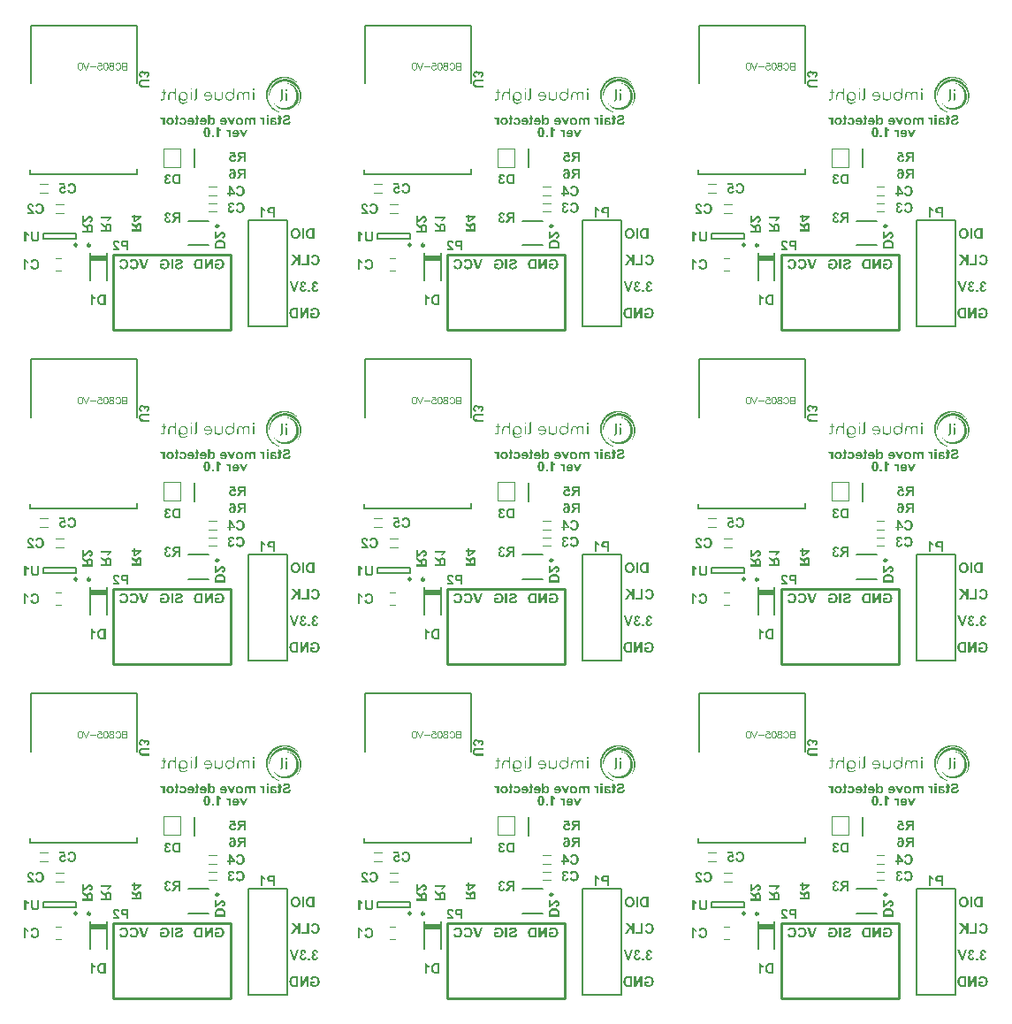
<source format=gbo>
G04*
G04 #@! TF.GenerationSoftware,Altium Limited,Altium Designer,23.2.1 (34)*
G04*
G04 Layer_Color=32896*
%FSAX44Y44*%
%MOMM*%
G71*
G04*
G04 #@! TF.SameCoordinates,AAD7112A-FC18-4F3B-BB33-003CACF6D59D*
G04*
G04*
G04 #@! TF.FilePolarity,Positive*
G04*
G01*
G75*
%ADD15C,0.2540*%
%ADD35C,0.2500*%
%ADD36C,0.2000*%
%ADD56C,0.1000*%
%ADD57C,0.1524*%
%ADD58C,0.0762*%
G36*
X00792989Y00922197D02*
X00793271Y00922141D01*
X00793539Y00922070D01*
X00793750Y00921972D01*
X00793933Y00921873D01*
X00794060Y00921803D01*
X00794145Y00921746D01*
X00794173Y00921718D01*
X00794385Y00921521D01*
X00794568Y00921295D01*
X00794709Y00921069D01*
X00794822Y00920858D01*
X00794906Y00920675D01*
X00794949Y00920520D01*
X00794977Y00920463D01*
Y00920421D01*
X00794991Y00920393D01*
Y00920379D01*
X00795146Y00920632D01*
X00795301Y00920844D01*
X00795470Y00921027D01*
X00795639Y00921196D01*
X00795808Y00921337D01*
X00795978Y00921450D01*
X00796147Y00921535D01*
X00796302Y00921619D01*
X00796457Y00921676D01*
X00796598Y00921718D01*
X00796725Y00921746D01*
X00796837Y00921760D01*
X00796922Y00921774D01*
X00796992Y00921788D01*
X00797049D01*
X00797218Y00921774D01*
X00797373Y00921760D01*
X00797683Y00921676D01*
X00797965Y00921577D01*
X00798205Y00921450D01*
X00798402Y00921323D01*
X00798543Y00921210D01*
X00798600Y00921168D01*
X00798642Y00921126D01*
X00798656Y00921112D01*
X00798670Y00921098D01*
X00798825Y00920943D01*
X00798966Y00920759D01*
X00799079Y00920590D01*
X00799178Y00920407D01*
X00799276Y00920210D01*
X00799347Y00920026D01*
X00799445Y00919674D01*
X00799488Y00919519D01*
X00799516Y00919364D01*
X00799530Y00919237D01*
X00799544Y00919110D01*
X00799558Y00919011D01*
Y00918884D01*
X00799544Y00918588D01*
X00799516Y00918320D01*
X00799460Y00918067D01*
X00799403Y00917855D01*
X00799347Y00917686D01*
X00799290Y00917545D01*
X00799262Y00917461D01*
X00799248Y00917447D01*
Y00917432D01*
X00799121Y00917207D01*
X00798980Y00916995D01*
X00798839Y00916826D01*
X00798712Y00916685D01*
X00798586Y00916572D01*
X00798487Y00916488D01*
X00798430Y00916432D01*
X00798402Y00916417D01*
X00798191Y00916291D01*
X00797965Y00916178D01*
X00797726Y00916093D01*
X00797500Y00916009D01*
X00797289Y00915952D01*
X00797133Y00915910D01*
X00797063Y00915896D01*
X00797021D01*
X00796992Y00915882D01*
X00796978D01*
X00796696Y00917602D01*
X00796922Y00917644D01*
X00797119Y00917700D01*
X00797289Y00917757D01*
X00797415Y00917827D01*
X00797528Y00917898D01*
X00797613Y00917954D01*
X00797655Y00917996D01*
X00797669Y00918010D01*
X00797782Y00918137D01*
X00797867Y00918278D01*
X00797923Y00918419D01*
X00797965Y00918546D01*
X00797993Y00918659D01*
X00798008Y00918744D01*
Y00918828D01*
X00797993Y00918997D01*
X00797965Y00919166D01*
X00797909Y00919293D01*
X00797867Y00919406D01*
X00797810Y00919505D01*
X00797754Y00919561D01*
X00797726Y00919603D01*
X00797711Y00919617D01*
X00797599Y00919716D01*
X00797458Y00919787D01*
X00797331Y00919843D01*
X00797204Y00919871D01*
X00797091Y00919899D01*
X00797007Y00919913D01*
X00796922D01*
X00796711Y00919899D01*
X00796527Y00919857D01*
X00796372Y00919787D01*
X00796245Y00919716D01*
X00796133Y00919632D01*
X00796062Y00919575D01*
X00796006Y00919519D01*
X00795992Y00919505D01*
X00795879Y00919335D01*
X00795794Y00919152D01*
X00795738Y00918955D01*
X00795696Y00918772D01*
X00795682Y00918603D01*
X00795667Y00918462D01*
Y00918335D01*
X00794159Y00918137D01*
X00794201Y00918320D01*
X00794244Y00918476D01*
X00794272Y00918631D01*
X00794286Y00918757D01*
X00794300Y00918856D01*
Y00918997D01*
X00794286Y00919195D01*
X00794230Y00919364D01*
X00794173Y00919519D01*
X00794089Y00919660D01*
X00794018Y00919758D01*
X00793948Y00919843D01*
X00793891Y00919899D01*
X00793877Y00919913D01*
X00793708Y00920040D01*
X00793525Y00920139D01*
X00793341Y00920210D01*
X00793158Y00920266D01*
X00792989Y00920294D01*
X00792862Y00920308D01*
X00792749D01*
X00792482Y00920294D01*
X00792242Y00920252D01*
X00792030Y00920181D01*
X00791861Y00920111D01*
X00791734Y00920026D01*
X00791636Y00919970D01*
X00791565Y00919913D01*
X00791551Y00919899D01*
X00791410Y00919744D01*
X00791297Y00919575D01*
X00791227Y00919420D01*
X00791171Y00919265D01*
X00791142Y00919124D01*
X00791128Y00919025D01*
X00791114Y00918955D01*
Y00918927D01*
X00791128Y00918729D01*
X00791171Y00918560D01*
X00791227Y00918405D01*
X00791297Y00918264D01*
X00791354Y00918166D01*
X00791410Y00918081D01*
X00791452Y00918025D01*
X00791467Y00918010D01*
X00791622Y00917884D01*
X00791791Y00917771D01*
X00791974Y00917700D01*
X00792143Y00917630D01*
X00792298Y00917588D01*
X00792425Y00917559D01*
X00792510Y00917545D01*
X00792538D01*
X00792312Y00915741D01*
X00792087Y00915769D01*
X00791875Y00915825D01*
X00791481Y00915952D01*
X00791142Y00916107D01*
X00791001Y00916206D01*
X00790860Y00916291D01*
X00790733Y00916375D01*
X00790635Y00916460D01*
X00790536Y00916530D01*
X00790466Y00916601D01*
X00790409Y00916657D01*
X00790367Y00916699D01*
X00790339Y00916728D01*
X00790325Y00916742D01*
X00790198Y00916911D01*
X00790071Y00917094D01*
X00789972Y00917263D01*
X00789888Y00917461D01*
X00789747Y00917827D01*
X00789662Y00918166D01*
X00789634Y00918335D01*
X00789606Y00918476D01*
X00789592Y00918603D01*
X00789577Y00918715D01*
X00789563Y00918814D01*
Y00918941D01*
X00789577Y00919195D01*
X00789606Y00919448D01*
X00789648Y00919674D01*
X00789704Y00919899D01*
X00789775Y00920097D01*
X00789845Y00920294D01*
X00789930Y00920477D01*
X00790014Y00920632D01*
X00790099Y00920773D01*
X00790184Y00920914D01*
X00790254Y00921013D01*
X00790325Y00921112D01*
X00790381Y00921182D01*
X00790423Y00921239D01*
X00790452Y00921267D01*
X00790466Y00921281D01*
X00790635Y00921450D01*
X00790818Y00921591D01*
X00791001Y00921718D01*
X00791185Y00921831D01*
X00791382Y00921915D01*
X00791565Y00922000D01*
X00791904Y00922113D01*
X00792059Y00922141D01*
X00792214Y00922169D01*
X00792340Y00922197D01*
X00792453Y00922211D01*
X00792538Y00922225D01*
X00792665D01*
X00792989Y00922197D01*
D02*
G37*
G36*
X00472989D02*
X00473271Y00922141D01*
X00473539Y00922070D01*
X00473750Y00921972D01*
X00473933Y00921873D01*
X00474060Y00921803D01*
X00474145Y00921746D01*
X00474173Y00921718D01*
X00474384Y00921521D01*
X00474568Y00921295D01*
X00474709Y00921069D01*
X00474821Y00920858D01*
X00474906Y00920675D01*
X00474948Y00920520D01*
X00474976Y00920463D01*
Y00920421D01*
X00474991Y00920393D01*
Y00920379D01*
X00475145Y00920632D01*
X00475301Y00920844D01*
X00475470Y00921027D01*
X00475639Y00921196D01*
X00475808Y00921337D01*
X00475977Y00921450D01*
X00476146Y00921535D01*
X00476301Y00921619D01*
X00476457Y00921676D01*
X00476598Y00921718D01*
X00476724Y00921746D01*
X00476837Y00921760D01*
X00476922Y00921774D01*
X00476992Y00921788D01*
X00477049D01*
X00477218Y00921774D01*
X00477373Y00921760D01*
X00477683Y00921676D01*
X00477965Y00921577D01*
X00478205Y00921450D01*
X00478402Y00921323D01*
X00478543Y00921210D01*
X00478599Y00921168D01*
X00478642Y00921126D01*
X00478656Y00921112D01*
X00478670Y00921098D01*
X00478825Y00920943D01*
X00478966Y00920759D01*
X00479079Y00920590D01*
X00479177Y00920407D01*
X00479276Y00920210D01*
X00479346Y00920026D01*
X00479445Y00919674D01*
X00479487Y00919519D01*
X00479516Y00919364D01*
X00479530Y00919237D01*
X00479544Y00919110D01*
X00479558Y00919011D01*
Y00918884D01*
X00479544Y00918588D01*
X00479516Y00918320D01*
X00479459Y00918067D01*
X00479403Y00917855D01*
X00479346Y00917686D01*
X00479290Y00917545D01*
X00479262Y00917461D01*
X00479248Y00917447D01*
Y00917432D01*
X00479121Y00917207D01*
X00478980Y00916995D01*
X00478839Y00916826D01*
X00478712Y00916685D01*
X00478585Y00916572D01*
X00478487Y00916488D01*
X00478430Y00916432D01*
X00478402Y00916417D01*
X00478190Y00916291D01*
X00477965Y00916178D01*
X00477725Y00916093D01*
X00477500Y00916009D01*
X00477288Y00915952D01*
X00477133Y00915910D01*
X00477063Y00915896D01*
X00477020D01*
X00476992Y00915882D01*
X00476978D01*
X00476696Y00917602D01*
X00476922Y00917644D01*
X00477119Y00917700D01*
X00477288Y00917757D01*
X00477415Y00917827D01*
X00477528Y00917898D01*
X00477612Y00917954D01*
X00477655Y00917996D01*
X00477669Y00918010D01*
X00477782Y00918137D01*
X00477866Y00918278D01*
X00477923Y00918419D01*
X00477965Y00918546D01*
X00477993Y00918659D01*
X00478007Y00918744D01*
Y00918828D01*
X00477993Y00918997D01*
X00477965Y00919166D01*
X00477909Y00919293D01*
X00477866Y00919406D01*
X00477810Y00919505D01*
X00477753Y00919561D01*
X00477725Y00919603D01*
X00477711Y00919617D01*
X00477598Y00919716D01*
X00477457Y00919787D01*
X00477331Y00919843D01*
X00477204Y00919871D01*
X00477091Y00919899D01*
X00477006Y00919913D01*
X00476922D01*
X00476710Y00919899D01*
X00476527Y00919857D01*
X00476372Y00919787D01*
X00476245Y00919716D01*
X00476132Y00919632D01*
X00476062Y00919575D01*
X00476005Y00919519D01*
X00475991Y00919505D01*
X00475879Y00919335D01*
X00475794Y00919152D01*
X00475738Y00918955D01*
X00475695Y00918772D01*
X00475681Y00918603D01*
X00475667Y00918462D01*
Y00918335D01*
X00474159Y00918137D01*
X00474201Y00918320D01*
X00474243Y00918476D01*
X00474272Y00918631D01*
X00474286Y00918757D01*
X00474300Y00918856D01*
Y00918997D01*
X00474286Y00919195D01*
X00474229Y00919364D01*
X00474173Y00919519D01*
X00474088Y00919660D01*
X00474018Y00919758D01*
X00473947Y00919843D01*
X00473891Y00919899D01*
X00473877Y00919913D01*
X00473708Y00920040D01*
X00473524Y00920139D01*
X00473341Y00920210D01*
X00473158Y00920266D01*
X00472989Y00920294D01*
X00472862Y00920308D01*
X00472749D01*
X00472481Y00920294D01*
X00472242Y00920252D01*
X00472030Y00920181D01*
X00471861Y00920111D01*
X00471734Y00920026D01*
X00471635Y00919970D01*
X00471565Y00919913D01*
X00471551Y00919899D01*
X00471410Y00919744D01*
X00471297Y00919575D01*
X00471227Y00919420D01*
X00471170Y00919265D01*
X00471142Y00919124D01*
X00471128Y00919025D01*
X00471114Y00918955D01*
Y00918927D01*
X00471128Y00918729D01*
X00471170Y00918560D01*
X00471227Y00918405D01*
X00471297Y00918264D01*
X00471353Y00918166D01*
X00471410Y00918081D01*
X00471452Y00918025D01*
X00471466Y00918010D01*
X00471621Y00917884D01*
X00471790Y00917771D01*
X00471974Y00917700D01*
X00472143Y00917630D01*
X00472298Y00917588D01*
X00472425Y00917559D01*
X00472509Y00917545D01*
X00472538D01*
X00472312Y00915741D01*
X00472086Y00915769D01*
X00471875Y00915825D01*
X00471480Y00915952D01*
X00471142Y00916107D01*
X00471001Y00916206D01*
X00470860Y00916291D01*
X00470733Y00916375D01*
X00470634Y00916460D01*
X00470536Y00916530D01*
X00470465Y00916601D01*
X00470409Y00916657D01*
X00470367Y00916699D01*
X00470339Y00916728D01*
X00470324Y00916742D01*
X00470197Y00916911D01*
X00470071Y00917094D01*
X00469972Y00917263D01*
X00469887Y00917461D01*
X00469746Y00917827D01*
X00469662Y00918166D01*
X00469634Y00918335D01*
X00469605Y00918476D01*
X00469591Y00918603D01*
X00469577Y00918715D01*
X00469563Y00918814D01*
Y00918941D01*
X00469577Y00919195D01*
X00469605Y00919448D01*
X00469648Y00919674D01*
X00469704Y00919899D01*
X00469775Y00920097D01*
X00469845Y00920294D01*
X00469930Y00920477D01*
X00470014Y00920632D01*
X00470099Y00920773D01*
X00470183Y00920914D01*
X00470254Y00921013D01*
X00470324Y00921112D01*
X00470381Y00921182D01*
X00470423Y00921239D01*
X00470451Y00921267D01*
X00470465Y00921281D01*
X00470634Y00921450D01*
X00470818Y00921591D01*
X00471001Y00921718D01*
X00471184Y00921831D01*
X00471382Y00921915D01*
X00471565Y00922000D01*
X00471903Y00922113D01*
X00472058Y00922141D01*
X00472213Y00922169D01*
X00472340Y00922197D01*
X00472453Y00922211D01*
X00472538Y00922225D01*
X00472664D01*
X00472989Y00922197D01*
D02*
G37*
G36*
X00152988D02*
X00153270Y00922141D01*
X00153538Y00922070D01*
X00153750Y00921972D01*
X00153933Y00921873D01*
X00154060Y00921803D01*
X00154144Y00921746D01*
X00154172Y00921718D01*
X00154384Y00921521D01*
X00154567Y00921295D01*
X00154708Y00921069D01*
X00154821Y00920858D01*
X00154906Y00920675D01*
X00154948Y00920520D01*
X00154976Y00920463D01*
Y00920421D01*
X00154990Y00920393D01*
Y00920379D01*
X00155145Y00920632D01*
X00155300Y00920844D01*
X00155470Y00921027D01*
X00155639Y00921196D01*
X00155808Y00921337D01*
X00155977Y00921450D01*
X00156146Y00921535D01*
X00156301Y00921619D01*
X00156456Y00921676D01*
X00156597Y00921718D01*
X00156724Y00921746D01*
X00156837Y00921760D01*
X00156922Y00921774D01*
X00156992Y00921788D01*
X00157048D01*
X00157218Y00921774D01*
X00157373Y00921760D01*
X00157683Y00921676D01*
X00157965Y00921577D01*
X00158204Y00921450D01*
X00158402Y00921323D01*
X00158543Y00921210D01*
X00158599Y00921168D01*
X00158641Y00921126D01*
X00158655Y00921112D01*
X00158670Y00921098D01*
X00158825Y00920943D01*
X00158966Y00920759D01*
X00159078Y00920590D01*
X00159177Y00920407D01*
X00159276Y00920210D01*
X00159346Y00920026D01*
X00159445Y00919674D01*
X00159487Y00919519D01*
X00159515Y00919364D01*
X00159529Y00919237D01*
X00159544Y00919110D01*
X00159558Y00919011D01*
Y00918884D01*
X00159544Y00918588D01*
X00159515Y00918320D01*
X00159459Y00918067D01*
X00159403Y00917855D01*
X00159346Y00917686D01*
X00159290Y00917545D01*
X00159262Y00917461D01*
X00159248Y00917447D01*
Y00917432D01*
X00159121Y00917207D01*
X00158980Y00916995D01*
X00158839Y00916826D01*
X00158712Y00916685D01*
X00158585Y00916572D01*
X00158486Y00916488D01*
X00158430Y00916432D01*
X00158402Y00916417D01*
X00158190Y00916291D01*
X00157965Y00916178D01*
X00157725Y00916093D01*
X00157499Y00916009D01*
X00157288Y00915952D01*
X00157133Y00915910D01*
X00157062Y00915896D01*
X00157020D01*
X00156992Y00915882D01*
X00156978D01*
X00156696Y00917602D01*
X00156922Y00917644D01*
X00157119Y00917700D01*
X00157288Y00917757D01*
X00157415Y00917827D01*
X00157528Y00917898D01*
X00157612Y00917954D01*
X00157654Y00917996D01*
X00157669Y00918010D01*
X00157781Y00918137D01*
X00157866Y00918278D01*
X00157922Y00918419D01*
X00157965Y00918546D01*
X00157993Y00918659D01*
X00158007Y00918744D01*
Y00918828D01*
X00157993Y00918997D01*
X00157965Y00919166D01*
X00157908Y00919293D01*
X00157866Y00919406D01*
X00157810Y00919505D01*
X00157753Y00919561D01*
X00157725Y00919603D01*
X00157711Y00919617D01*
X00157598Y00919716D01*
X00157457Y00919787D01*
X00157330Y00919843D01*
X00157203Y00919871D01*
X00157091Y00919899D01*
X00157006Y00919913D01*
X00156922D01*
X00156710Y00919899D01*
X00156527Y00919857D01*
X00156372Y00919787D01*
X00156245Y00919716D01*
X00156132Y00919632D01*
X00156061Y00919575D01*
X00156005Y00919519D01*
X00155991Y00919505D01*
X00155878Y00919335D01*
X00155794Y00919152D01*
X00155737Y00918955D01*
X00155695Y00918772D01*
X00155681Y00918603D01*
X00155667Y00918462D01*
Y00918335D01*
X00154158Y00918137D01*
X00154201Y00918320D01*
X00154243Y00918476D01*
X00154271Y00918631D01*
X00154285Y00918757D01*
X00154299Y00918856D01*
Y00918997D01*
X00154285Y00919195D01*
X00154229Y00919364D01*
X00154172Y00919519D01*
X00154088Y00919660D01*
X00154017Y00919758D01*
X00153947Y00919843D01*
X00153891Y00919899D01*
X00153876Y00919913D01*
X00153707Y00920040D01*
X00153524Y00920139D01*
X00153341Y00920210D01*
X00153158Y00920266D01*
X00152988Y00920294D01*
X00152861Y00920308D01*
X00152749D01*
X00152481Y00920294D01*
X00152241Y00920252D01*
X00152030Y00920181D01*
X00151861Y00920111D01*
X00151734Y00920026D01*
X00151635Y00919970D01*
X00151565Y00919913D01*
X00151551Y00919899D01*
X00151410Y00919744D01*
X00151297Y00919575D01*
X00151226Y00919420D01*
X00151170Y00919265D01*
X00151142Y00919124D01*
X00151128Y00919025D01*
X00151114Y00918955D01*
Y00918927D01*
X00151128Y00918729D01*
X00151170Y00918560D01*
X00151226Y00918405D01*
X00151297Y00918264D01*
X00151353Y00918166D01*
X00151410Y00918081D01*
X00151452Y00918025D01*
X00151466Y00918010D01*
X00151621Y00917884D01*
X00151790Y00917771D01*
X00151973Y00917700D01*
X00152143Y00917630D01*
X00152298Y00917588D01*
X00152424Y00917559D01*
X00152509Y00917545D01*
X00152537D01*
X00152312Y00915741D01*
X00152086Y00915769D01*
X00151875Y00915825D01*
X00151480Y00915952D01*
X00151142Y00916107D01*
X00151001Y00916206D01*
X00150860Y00916291D01*
X00150733Y00916375D01*
X00150634Y00916460D01*
X00150535Y00916530D01*
X00150465Y00916601D01*
X00150409Y00916657D01*
X00150366Y00916699D01*
X00150338Y00916728D01*
X00150324Y00916742D01*
X00150197Y00916911D01*
X00150070Y00917094D01*
X00149972Y00917263D01*
X00149887Y00917461D01*
X00149746Y00917827D01*
X00149662Y00918166D01*
X00149633Y00918335D01*
X00149605Y00918476D01*
X00149591Y00918603D01*
X00149577Y00918715D01*
X00149563Y00918814D01*
Y00918941D01*
X00149577Y00919195D01*
X00149605Y00919448D01*
X00149647Y00919674D01*
X00149704Y00919899D01*
X00149774Y00920097D01*
X00149845Y00920294D01*
X00149929Y00920477D01*
X00150014Y00920632D01*
X00150098Y00920773D01*
X00150183Y00920914D01*
X00150254Y00921013D01*
X00150324Y00921112D01*
X00150380Y00921182D01*
X00150423Y00921239D01*
X00150451Y00921267D01*
X00150465Y00921281D01*
X00150634Y00921450D01*
X00150817Y00921591D01*
X00151001Y00921718D01*
X00151184Y00921831D01*
X00151381Y00921915D01*
X00151565Y00922000D01*
X00151903Y00922113D01*
X00152058Y00922141D01*
X00152213Y00922169D01*
X00152340Y00922197D01*
X00152453Y00922211D01*
X00152537Y00922225D01*
X00152664D01*
X00152988Y00922197D01*
D02*
G37*
G36*
X00929573Y00916695D02*
X00930623Y00916614D01*
X00931269Y00916533D01*
X00931793Y00916412D01*
X00932480Y00916210D01*
X00932803Y00916129D01*
X00933731Y00915928D01*
X00934377Y00915766D01*
X00934902Y00915484D01*
X00935668Y00915201D01*
X00936395Y00914878D01*
X00937445Y00914313D01*
X00937606Y00914232D01*
X00937767Y00914071D01*
X00937929Y00913990D01*
X00938575Y00913586D01*
X00938736Y00913506D01*
X00938857Y00913385D01*
X00939301Y00913021D01*
X00939463Y00912941D01*
X00940028Y00912375D01*
X00940190Y00912295D01*
X00940351Y00912133D01*
X00940512Y00912053D01*
X00940553Y00911931D01*
X00940997Y00911487D01*
X00941158Y00911407D01*
X00941279Y00911285D01*
X00941522Y00910882D01*
X00941723Y00910680D01*
X00941885Y00910599D01*
X00942006Y00910478D01*
X00942329Y00909913D01*
X00942611Y00909631D01*
X00942975Y00909186D01*
X00943055Y00908702D01*
X00942934Y00908581D01*
X00942611Y00908662D01*
X00942410Y00908864D01*
X00942248Y00909267D01*
X00941885Y00909631D01*
X00941723Y00909711D01*
X00941441Y00910075D01*
X00941360Y00910236D01*
X00940916Y00910599D01*
X00940755Y00910680D01*
X00940633Y00910801D01*
X00940553Y00910963D01*
X00940432Y00911084D01*
X00939866Y00911487D01*
X00939705Y00911568D01*
X00939503Y00911770D01*
X00939423Y00911931D01*
X00939221Y00912053D01*
X00938656Y00912375D01*
X00938333Y00912698D01*
X00937889Y00912981D01*
X00937445Y00913102D01*
X00936597Y00913708D01*
X00936153Y00913829D01*
X00936072D01*
X00935911Y00913909D01*
X00935588Y00913990D01*
X00935184Y00914232D01*
X00935023Y00914313D01*
X00934902Y00914434D01*
X00934054Y00914636D01*
X00933247Y00914717D01*
X00932924Y00914797D01*
X00932520Y00914959D01*
X00931955Y00915201D01*
X00931067Y00915282D01*
X00930825Y00915362D01*
X00927636Y00915322D01*
X00926869Y00915201D01*
X00925819Y00914717D01*
X00924850Y00914636D01*
X00924285Y00914555D01*
X00923962Y00914474D01*
X00923720Y00914232D01*
X00923276Y00913950D01*
X00922509Y00913829D01*
X00922105Y00913667D01*
X00921984Y00913546D01*
X00921904Y00913385D01*
X00921379Y00913102D01*
X00920814Y00912941D01*
X00920612Y00912739D01*
X00920531Y00912577D01*
X00919845Y00912214D01*
X00919441Y00911810D01*
X00918876Y00911407D01*
X00918715Y00911326D01*
X00918594Y00911205D01*
X00918513Y00911043D01*
X00918392Y00911003D01*
X00917988Y00910599D01*
X00917827Y00910519D01*
X00917544Y00910236D01*
X00917463Y00910075D01*
X00917221Y00909832D01*
X00917141Y00909671D01*
X00916818Y00909429D01*
X00916495Y00908864D01*
X00916010Y00908379D01*
X00915607Y00907653D01*
X00915163Y00907209D01*
X00914961Y00906684D01*
X00914799Y00906280D01*
X00914719Y00906119D01*
X00914557Y00906038D01*
X00914476Y00905876D01*
X00914355Y00905755D01*
X00914153Y00904908D01*
X00913952Y00904383D01*
X00913588Y00903939D01*
X00913427Y00903293D01*
X00913346Y00902244D01*
X00913144Y00901557D01*
X00912983Y00901154D01*
X00912821Y00900508D01*
X00912741Y00899216D01*
X00912781Y00897077D01*
X00912902Y00896633D01*
X00913064Y00896229D01*
X00913387Y00894937D01*
X00913508Y00894009D01*
X00913588Y00893686D01*
X00914113Y00892677D01*
X00914234Y00892152D01*
X00914315Y00891829D01*
X00914638Y00891345D01*
X00914961Y00890780D01*
X00915203Y00890214D01*
X00915284Y00890053D01*
X00915526Y00889811D01*
X00915849Y00889246D01*
X00916010Y00889084D01*
X00916091Y00888923D01*
X00916293Y00888721D01*
X00916656Y00888277D01*
X00916737Y00888115D01*
X00918392Y00886460D01*
X00918553Y00886380D01*
X00918957Y00885976D01*
X00919118Y00885895D01*
X00919280Y00885734D01*
X00919441Y00885653D01*
X00919764Y00885330D01*
X00920329Y00885007D01*
X00921177Y00884402D01*
X00921702Y00884200D01*
X00922105Y00884038D01*
X00922227Y00883917D01*
X00922307Y00883756D01*
X00922550Y00883595D01*
X00923236Y00883473D01*
X00923559Y00883393D01*
X00923801Y00883312D01*
X00923962Y00883231D01*
X00924083Y00882949D01*
X00923801Y00882747D01*
X00922832Y00882828D01*
X00922025Y00883393D01*
X00921540Y00883473D01*
X00920652Y00883877D01*
X00919926Y00884281D01*
X00919522Y00884442D01*
X00919320Y00884644D01*
X00918553Y00885169D01*
X00918392Y00885249D01*
X00918230Y00885411D01*
X00917504Y00885976D01*
X00917342Y00886057D01*
X00916696Y00886703D01*
X00916535Y00886783D01*
X00916172Y00887147D01*
X00916091Y00887308D01*
X00915647Y00887752D01*
X00915284Y00888196D01*
X00915203Y00888358D01*
X00914719Y00888842D01*
X00914396Y00889407D01*
X00914194Y00889609D01*
X00913830Y00890053D01*
X00913709Y00890336D01*
X00913508Y00890860D01*
X00913265Y00891103D01*
X00912983Y00891547D01*
X00912862Y00891991D01*
X00912660Y00892515D01*
X00912256Y00893161D01*
X00911974Y00894493D01*
X00911812Y00894897D01*
X00911610Y00895341D01*
X00911449Y00895987D01*
X00911368Y00896633D01*
X00911247Y00899014D01*
X00911328Y00901517D01*
X00911408Y00902567D01*
X00911489Y00902889D01*
X00911651Y00903455D01*
X00911974Y00904262D01*
X00912054Y00904746D01*
X00912297Y00905715D01*
X00912619Y00906199D01*
X00912700Y00906361D01*
X00912862Y00906765D01*
X00912942Y00907087D01*
X00913144Y00907532D01*
X00913508Y00907975D01*
X00913750Y00908621D01*
X00914113Y00908985D01*
X00914678Y00909873D01*
X00914840Y00909954D01*
X00915042Y00910236D01*
X00915122Y00910397D01*
X00915284Y00910559D01*
X00915364Y00910720D01*
X00916091Y00911447D01*
X00916172Y00911609D01*
X00916374Y00911810D01*
X00916535Y00911891D01*
X00916777Y00912133D01*
X00916939Y00912214D01*
X00917423Y00912698D01*
X00917827Y00912941D01*
X00918311Y00913425D01*
X00918876Y00913748D01*
X00919038Y00913829D01*
X00919240Y00914030D01*
X00919724Y00914353D01*
X00920168Y00914474D01*
X00920652Y00914797D01*
X00920935Y00914999D01*
X00921339Y00915161D01*
X00921863Y00915282D01*
X00922711Y00915726D01*
X00923115Y00915887D01*
X00923962Y00916008D01*
X00924285Y00916089D01*
X00925335Y00916412D01*
X00925658Y00916493D01*
X00925900Y00916573D01*
X00927515Y00916654D01*
X00927757Y00916735D01*
X00929573Y00916695D01*
D02*
G37*
G36*
X00609573D02*
X00610622Y00916614D01*
X00611268Y00916533D01*
X00611793Y00916412D01*
X00612479Y00916210D01*
X00612802Y00916129D01*
X00613731Y00915928D01*
X00614376Y00915766D01*
X00614901Y00915484D01*
X00615668Y00915201D01*
X00616395Y00914878D01*
X00617444Y00914313D01*
X00617606Y00914232D01*
X00617767Y00914071D01*
X00617929Y00913990D01*
X00618574Y00913586D01*
X00618736Y00913506D01*
X00618857Y00913385D01*
X00619301Y00913021D01*
X00619463Y00912941D01*
X00620028Y00912375D01*
X00620189Y00912295D01*
X00620351Y00912133D01*
X00620512Y00912053D01*
X00620552Y00911931D01*
X00620997Y00911487D01*
X00621158Y00911407D01*
X00621279Y00911285D01*
X00621521Y00910882D01*
X00621723Y00910680D01*
X00621884Y00910599D01*
X00622006Y00910478D01*
X00622328Y00909913D01*
X00622611Y00909631D01*
X00622974Y00909186D01*
X00623055Y00908702D01*
X00622934Y00908581D01*
X00622611Y00908662D01*
X00622409Y00908864D01*
X00622248Y00909267D01*
X00621884Y00909631D01*
X00621723Y00909711D01*
X00621441Y00910075D01*
X00621360Y00910236D01*
X00620916Y00910599D01*
X00620754Y00910680D01*
X00620633Y00910801D01*
X00620552Y00910963D01*
X00620431Y00911084D01*
X00619866Y00911487D01*
X00619705Y00911568D01*
X00619503Y00911770D01*
X00619422Y00911931D01*
X00619220Y00912053D01*
X00618655Y00912375D01*
X00618332Y00912698D01*
X00617888Y00912981D01*
X00617444Y00913102D01*
X00616597Y00913708D01*
X00616153Y00913829D01*
X00616072D01*
X00615910Y00913909D01*
X00615587Y00913990D01*
X00615184Y00914232D01*
X00615022Y00914313D01*
X00614901Y00914434D01*
X00614053Y00914636D01*
X00613246Y00914717D01*
X00612923Y00914797D01*
X00612520Y00914959D01*
X00611954Y00915201D01*
X00611066Y00915282D01*
X00610824Y00915362D01*
X00607635Y00915322D01*
X00606868Y00915201D01*
X00605819Y00914717D01*
X00604850Y00914636D01*
X00604285Y00914555D01*
X00603962Y00914474D01*
X00603720Y00914232D01*
X00603276Y00913950D01*
X00602509Y00913829D01*
X00602105Y00913667D01*
X00601984Y00913546D01*
X00601903Y00913385D01*
X00601379Y00913102D01*
X00600813Y00912941D01*
X00600612Y00912739D01*
X00600531Y00912577D01*
X00599845Y00912214D01*
X00599441Y00911810D01*
X00598876Y00911407D01*
X00598714Y00911326D01*
X00598593Y00911205D01*
X00598513Y00911043D01*
X00598392Y00911003D01*
X00597988Y00910599D01*
X00597826Y00910519D01*
X00597544Y00910236D01*
X00597463Y00910075D01*
X00597221Y00909832D01*
X00597140Y00909671D01*
X00596817Y00909429D01*
X00596494Y00908864D01*
X00596010Y00908379D01*
X00595606Y00907653D01*
X00595162Y00907209D01*
X00594961Y00906684D01*
X00594799Y00906280D01*
X00594718Y00906119D01*
X00594557Y00906038D01*
X00594476Y00905876D01*
X00594355Y00905755D01*
X00594153Y00904908D01*
X00593951Y00904383D01*
X00593588Y00903939D01*
X00593427Y00903293D01*
X00593346Y00902244D01*
X00593144Y00901557D01*
X00592982Y00901154D01*
X00592821Y00900508D01*
X00592740Y00899216D01*
X00592781Y00897077D01*
X00592902Y00896633D01*
X00593063Y00896229D01*
X00593386Y00894937D01*
X00593507Y00894009D01*
X00593588Y00893686D01*
X00594113Y00892677D01*
X00594234Y00892152D01*
X00594315Y00891829D01*
X00594637Y00891345D01*
X00594961Y00890780D01*
X00595203Y00890214D01*
X00595283Y00890053D01*
X00595526Y00889811D01*
X00595849Y00889246D01*
X00596010Y00889084D01*
X00596091Y00888923D01*
X00596292Y00888721D01*
X00596656Y00888277D01*
X00596737Y00888115D01*
X00598392Y00886460D01*
X00598553Y00886380D01*
X00598957Y00885976D01*
X00599118Y00885895D01*
X00599280Y00885734D01*
X00599441Y00885653D01*
X00599764Y00885330D01*
X00600329Y00885007D01*
X00601177Y00884402D01*
X00601702Y00884200D01*
X00602105Y00884038D01*
X00602226Y00883917D01*
X00602307Y00883756D01*
X00602549Y00883595D01*
X00603236Y00883473D01*
X00603558Y00883393D01*
X00603801Y00883312D01*
X00603962Y00883231D01*
X00604083Y00882949D01*
X00603801Y00882747D01*
X00602832Y00882828D01*
X00602024Y00883393D01*
X00601540Y00883473D01*
X00600652Y00883877D01*
X00599925Y00884281D01*
X00599522Y00884442D01*
X00599320Y00884644D01*
X00598553Y00885169D01*
X00598392Y00885249D01*
X00598230Y00885411D01*
X00597504Y00885976D01*
X00597342Y00886057D01*
X00596696Y00886703D01*
X00596535Y00886783D01*
X00596171Y00887147D01*
X00596091Y00887308D01*
X00595647Y00887752D01*
X00595283Y00888196D01*
X00595203Y00888358D01*
X00594718Y00888842D01*
X00594395Y00889407D01*
X00594193Y00889609D01*
X00593830Y00890053D01*
X00593709Y00890336D01*
X00593507Y00890860D01*
X00593265Y00891103D01*
X00592982Y00891547D01*
X00592861Y00891991D01*
X00592660Y00892515D01*
X00592256Y00893161D01*
X00591973Y00894493D01*
X00591812Y00894897D01*
X00591610Y00895341D01*
X00591449Y00895987D01*
X00591368Y00896633D01*
X00591247Y00899014D01*
X00591328Y00901517D01*
X00591408Y00902567D01*
X00591489Y00902889D01*
X00591651Y00903455D01*
X00591973Y00904262D01*
X00592054Y00904746D01*
X00592296Y00905715D01*
X00592619Y00906199D01*
X00592700Y00906361D01*
X00592861Y00906765D01*
X00592942Y00907087D01*
X00593144Y00907532D01*
X00593507Y00907975D01*
X00593750Y00908621D01*
X00594113Y00908985D01*
X00594678Y00909873D01*
X00594839Y00909954D01*
X00595041Y00910236D01*
X00595122Y00910397D01*
X00595283Y00910559D01*
X00595364Y00910720D01*
X00596091Y00911447D01*
X00596171Y00911609D01*
X00596373Y00911810D01*
X00596535Y00911891D01*
X00596777Y00912133D01*
X00596938Y00912214D01*
X00597423Y00912698D01*
X00597826Y00912941D01*
X00598311Y00913425D01*
X00598876Y00913748D01*
X00599037Y00913829D01*
X00599239Y00914030D01*
X00599724Y00914353D01*
X00600168Y00914474D01*
X00600652Y00914797D01*
X00600935Y00914999D01*
X00601338Y00915161D01*
X00601863Y00915282D01*
X00602711Y00915726D01*
X00603114Y00915887D01*
X00603962Y00916008D01*
X00604285Y00916089D01*
X00605335Y00916412D01*
X00605657Y00916493D01*
X00605900Y00916573D01*
X00607514Y00916654D01*
X00607756Y00916735D01*
X00609573Y00916695D01*
D02*
G37*
G36*
X00289573D02*
X00290622Y00916614D01*
X00291268Y00916533D01*
X00291793Y00916412D01*
X00292479Y00916210D01*
X00292802Y00916129D01*
X00293730Y00915928D01*
X00294376Y00915766D01*
X00294901Y00915484D01*
X00295668Y00915201D01*
X00296395Y00914878D01*
X00297444Y00914313D01*
X00297605Y00914232D01*
X00297767Y00914071D01*
X00297928Y00913990D01*
X00298574Y00913586D01*
X00298736Y00913506D01*
X00298857Y00913385D01*
X00299301Y00913021D01*
X00299462Y00912941D01*
X00300027Y00912375D01*
X00300189Y00912295D01*
X00300350Y00912133D01*
X00300512Y00912053D01*
X00300552Y00911931D01*
X00300996Y00911487D01*
X00301158Y00911407D01*
X00301279Y00911285D01*
X00301521Y00910882D01*
X00301723Y00910680D01*
X00301884Y00910599D01*
X00302005Y00910478D01*
X00302328Y00909913D01*
X00302611Y00909631D01*
X00302974Y00909186D01*
X00303055Y00908702D01*
X00302934Y00908581D01*
X00302611Y00908662D01*
X00302409Y00908864D01*
X00302248Y00909267D01*
X00301884Y00909631D01*
X00301723Y00909711D01*
X00301440Y00910075D01*
X00301360Y00910236D01*
X00300916Y00910599D01*
X00300754Y00910680D01*
X00300633Y00910801D01*
X00300552Y00910963D01*
X00300431Y00911084D01*
X00299866Y00911487D01*
X00299704Y00911568D01*
X00299503Y00911770D01*
X00299422Y00911931D01*
X00299220Y00912053D01*
X00298655Y00912375D01*
X00298332Y00912698D01*
X00297888Y00912981D01*
X00297444Y00913102D01*
X00296596Y00913708D01*
X00296152Y00913829D01*
X00296071D01*
X00295910Y00913909D01*
X00295587Y00913990D01*
X00295184Y00914232D01*
X00295022Y00914313D01*
X00294901Y00914434D01*
X00294053Y00914636D01*
X00293246Y00914717D01*
X00292923Y00914797D01*
X00292519Y00914959D01*
X00291954Y00915201D01*
X00291066Y00915282D01*
X00290824Y00915362D01*
X00287635Y00915322D01*
X00286868Y00915201D01*
X00285819Y00914717D01*
X00284850Y00914636D01*
X00284285Y00914555D01*
X00283962Y00914474D01*
X00283720Y00914232D01*
X00283276Y00913950D01*
X00282509Y00913829D01*
X00282105Y00913667D01*
X00281984Y00913546D01*
X00281903Y00913385D01*
X00281378Y00913102D01*
X00280813Y00912941D01*
X00280611Y00912739D01*
X00280531Y00912577D01*
X00279844Y00912214D01*
X00279441Y00911810D01*
X00278876Y00911407D01*
X00278714Y00911326D01*
X00278593Y00911205D01*
X00278512Y00911043D01*
X00278391Y00911003D01*
X00277988Y00910599D01*
X00277826Y00910519D01*
X00277544Y00910236D01*
X00277463Y00910075D01*
X00277221Y00909832D01*
X00277140Y00909671D01*
X00276817Y00909429D01*
X00276494Y00908864D01*
X00276010Y00908379D01*
X00275606Y00907653D01*
X00275162Y00907209D01*
X00274960Y00906684D01*
X00274799Y00906280D01*
X00274718Y00906119D01*
X00274557Y00906038D01*
X00274476Y00905876D01*
X00274355Y00905755D01*
X00274153Y00904908D01*
X00273951Y00904383D01*
X00273588Y00903939D01*
X00273426Y00903293D01*
X00273346Y00902244D01*
X00273144Y00901557D01*
X00272982Y00901154D01*
X00272821Y00900508D01*
X00272740Y00899216D01*
X00272780Y00897077D01*
X00272901Y00896633D01*
X00273063Y00896229D01*
X00273386Y00894937D01*
X00273507Y00894009D01*
X00273588Y00893686D01*
X00274112Y00892677D01*
X00274234Y00892152D01*
X00274314Y00891829D01*
X00274637Y00891345D01*
X00274960Y00890780D01*
X00275202Y00890214D01*
X00275283Y00890053D01*
X00275525Y00889811D01*
X00275848Y00889246D01*
X00276010Y00889084D01*
X00276090Y00888923D01*
X00276292Y00888721D01*
X00276656Y00888277D01*
X00276736Y00888115D01*
X00278391Y00886460D01*
X00278553Y00886380D01*
X00278956Y00885976D01*
X00279118Y00885895D01*
X00279279Y00885734D01*
X00279441Y00885653D01*
X00279764Y00885330D01*
X00280329Y00885007D01*
X00281176Y00884402D01*
X00281701Y00884200D01*
X00282105Y00884038D01*
X00282226Y00883917D01*
X00282307Y00883756D01*
X00282549Y00883595D01*
X00283235Y00883473D01*
X00283558Y00883393D01*
X00283800Y00883312D01*
X00283962Y00883231D01*
X00284083Y00882949D01*
X00283800Y00882747D01*
X00282831Y00882828D01*
X00282024Y00883393D01*
X00281540Y00883473D01*
X00280652Y00883877D01*
X00279925Y00884281D01*
X00279522Y00884442D01*
X00279320Y00884644D01*
X00278553Y00885169D01*
X00278391Y00885249D01*
X00278230Y00885411D01*
X00277503Y00885976D01*
X00277342Y00886057D01*
X00276696Y00886703D01*
X00276534Y00886783D01*
X00276171Y00887147D01*
X00276090Y00887308D01*
X00275646Y00887752D01*
X00275283Y00888196D01*
X00275202Y00888358D01*
X00274718Y00888842D01*
X00274395Y00889407D01*
X00274193Y00889609D01*
X00273830Y00890053D01*
X00273709Y00890336D01*
X00273507Y00890860D01*
X00273265Y00891103D01*
X00272982Y00891547D01*
X00272861Y00891991D01*
X00272659Y00892515D01*
X00272256Y00893161D01*
X00271973Y00894493D01*
X00271812Y00894897D01*
X00271610Y00895341D01*
X00271448Y00895987D01*
X00271368Y00896633D01*
X00271246Y00899014D01*
X00271327Y00901517D01*
X00271408Y00902567D01*
X00271489Y00902889D01*
X00271650Y00903455D01*
X00271973Y00904262D01*
X00272054Y00904746D01*
X00272296Y00905715D01*
X00272619Y00906199D01*
X00272700Y00906361D01*
X00272861Y00906765D01*
X00272942Y00907087D01*
X00273144Y00907532D01*
X00273507Y00907975D01*
X00273749Y00908621D01*
X00274112Y00908985D01*
X00274678Y00909873D01*
X00274839Y00909954D01*
X00275041Y00910236D01*
X00275122Y00910397D01*
X00275283Y00910559D01*
X00275364Y00910720D01*
X00276090Y00911447D01*
X00276171Y00911609D01*
X00276373Y00911810D01*
X00276534Y00911891D01*
X00276777Y00912133D01*
X00276938Y00912214D01*
X00277423Y00912698D01*
X00277826Y00912941D01*
X00278311Y00913425D01*
X00278876Y00913748D01*
X00279037Y00913829D01*
X00279239Y00914030D01*
X00279723Y00914353D01*
X00280167Y00914474D01*
X00280652Y00914797D01*
X00280934Y00914999D01*
X00281338Y00915161D01*
X00281863Y00915282D01*
X00282710Y00915726D01*
X00283114Y00915887D01*
X00283962Y00916008D01*
X00284285Y00916089D01*
X00285334Y00916412D01*
X00285657Y00916493D01*
X00285899Y00916573D01*
X00287514Y00916654D01*
X00287756Y00916735D01*
X00289573Y00916695D01*
D02*
G37*
G36*
X00799502Y00912174D02*
X00793680D01*
X00793496Y00912160D01*
X00793327D01*
X00793186Y00912146D01*
X00793045D01*
X00792918Y00912132D01*
X00792806D01*
X00792637Y00912104D01*
X00792510Y00912090D01*
X00792439Y00912076D01*
X00792411D01*
X00792228Y00912033D01*
X00792073Y00911963D01*
X00791932Y00911878D01*
X00791805Y00911794D01*
X00791706Y00911709D01*
X00791636Y00911639D01*
X00791593Y00911582D01*
X00791579Y00911568D01*
X00791467Y00911399D01*
X00791382Y00911188D01*
X00791326Y00910990D01*
X00791283Y00910779D01*
X00791255Y00910595D01*
X00791241Y00910454D01*
Y00910313D01*
X00791255Y00910017D01*
X00791297Y00909764D01*
X00791354Y00909538D01*
X00791424Y00909341D01*
X00791481Y00909200D01*
X00791537Y00909087D01*
X00791579Y00909031D01*
X00791593Y00909002D01*
X00791734Y00908847D01*
X00791904Y00908720D01*
X00792059Y00908608D01*
X00792214Y00908537D01*
X00792355Y00908481D01*
X00792467Y00908438D01*
X00792538Y00908410D01*
X00792566D01*
X00792651Y00908396D01*
X00792735Y00908382D01*
X00792848D01*
X00792975Y00908368D01*
X00793243Y00908354D01*
X00793525D01*
X00793778Y00908340D01*
X00799502D01*
Y00906366D01*
X00793990D01*
X00793708Y00906380D01*
X00793440D01*
X00793200Y00906395D01*
X00792975Y00906409D01*
X00792777Y00906423D01*
X00792594Y00906437D01*
X00792425Y00906465D01*
X00792284Y00906479D01*
X00792157Y00906493D01*
X00792045Y00906507D01*
X00791960Y00906521D01*
X00791889Y00906535D01*
X00791847D01*
X00791819Y00906550D01*
X00791805D01*
X00791593Y00906620D01*
X00791396Y00906691D01*
X00791213Y00906789D01*
X00791058Y00906874D01*
X00790917Y00906958D01*
X00790804Y00907029D01*
X00790748Y00907085D01*
X00790719Y00907099D01*
X00790536Y00907269D01*
X00790367Y00907452D01*
X00790226Y00907649D01*
X00790099Y00907832D01*
X00790000Y00907987D01*
X00789930Y00908128D01*
X00789888Y00908213D01*
X00789874Y00908227D01*
Y00908241D01*
X00789817Y00908382D01*
X00789775Y00908537D01*
X00789690Y00908890D01*
X00789634Y00909242D01*
X00789606Y00909580D01*
X00789592Y00909735D01*
X00789577Y00909891D01*
Y00910017D01*
X00789563Y00910144D01*
Y00910370D01*
X00789577Y00910779D01*
X00789606Y00911145D01*
X00789662Y00911469D01*
X00789718Y00911737D01*
X00789733Y00911850D01*
X00789761Y00911963D01*
X00789789Y00912047D01*
X00789817Y00912118D01*
X00789831Y00912174D01*
X00789845Y00912216D01*
X00789859Y00912231D01*
Y00912245D01*
X00789972Y00912498D01*
X00790113Y00912724D01*
X00790240Y00912921D01*
X00790367Y00913091D01*
X00790480Y00913217D01*
X00790564Y00913316D01*
X00790621Y00913372D01*
X00790649Y00913387D01*
X00790846Y00913542D01*
X00791058Y00913669D01*
X00791255Y00913767D01*
X00791452Y00913852D01*
X00791622Y00913908D01*
X00791763Y00913951D01*
X00791805Y00913965D01*
X00791847D01*
X00791861Y00913979D01*
X00791875D01*
X00792030Y00914007D01*
X00792200Y00914035D01*
X00792383Y00914063D01*
X00792566Y00914077D01*
X00792989Y00914106D01*
X00793398Y00914134D01*
X00793764D01*
X00793933Y00914148D01*
X00799502D01*
Y00912174D01*
D02*
G37*
G36*
X00479501D02*
X00473679D01*
X00473496Y00912160D01*
X00473327D01*
X00473186Y00912146D01*
X00473045D01*
X00472918Y00912132D01*
X00472805D01*
X00472636Y00912104D01*
X00472509Y00912090D01*
X00472439Y00912076D01*
X00472411D01*
X00472228Y00912033D01*
X00472072Y00911963D01*
X00471931Y00911878D01*
X00471805Y00911794D01*
X00471706Y00911709D01*
X00471635Y00911639D01*
X00471593Y00911582D01*
X00471579Y00911568D01*
X00471466Y00911399D01*
X00471382Y00911188D01*
X00471325Y00910990D01*
X00471283Y00910779D01*
X00471255Y00910595D01*
X00471241Y00910454D01*
Y00910313D01*
X00471255Y00910017D01*
X00471297Y00909764D01*
X00471353Y00909538D01*
X00471424Y00909341D01*
X00471480Y00909200D01*
X00471537Y00909087D01*
X00471579Y00909031D01*
X00471593Y00909002D01*
X00471734Y00908847D01*
X00471903Y00908720D01*
X00472058Y00908608D01*
X00472213Y00908537D01*
X00472354Y00908481D01*
X00472467Y00908438D01*
X00472538Y00908410D01*
X00472566D01*
X00472650Y00908396D01*
X00472735Y00908382D01*
X00472848D01*
X00472975Y00908368D01*
X00473242Y00908354D01*
X00473524D01*
X00473778Y00908340D01*
X00479501D01*
Y00906366D01*
X00473990D01*
X00473708Y00906380D01*
X00473440D01*
X00473200Y00906395D01*
X00472975Y00906409D01*
X00472777Y00906423D01*
X00472594Y00906437D01*
X00472425Y00906465D01*
X00472284Y00906479D01*
X00472157Y00906493D01*
X00472044Y00906507D01*
X00471960Y00906521D01*
X00471889Y00906535D01*
X00471847D01*
X00471819Y00906550D01*
X00471805D01*
X00471593Y00906620D01*
X00471396Y00906691D01*
X00471213Y00906789D01*
X00471057Y00906874D01*
X00470916Y00906958D01*
X00470804Y00907029D01*
X00470747Y00907085D01*
X00470719Y00907099D01*
X00470536Y00907269D01*
X00470367Y00907452D01*
X00470226Y00907649D01*
X00470099Y00907832D01*
X00470000Y00907987D01*
X00469930Y00908128D01*
X00469887Y00908213D01*
X00469873Y00908227D01*
Y00908241D01*
X00469817Y00908382D01*
X00469775Y00908537D01*
X00469690Y00908890D01*
X00469634Y00909242D01*
X00469605Y00909580D01*
X00469591Y00909735D01*
X00469577Y00909891D01*
Y00910017D01*
X00469563Y00910144D01*
Y00910370D01*
X00469577Y00910779D01*
X00469605Y00911145D01*
X00469662Y00911469D01*
X00469718Y00911737D01*
X00469732Y00911850D01*
X00469761Y00911963D01*
X00469789Y00912047D01*
X00469817Y00912118D01*
X00469831Y00912174D01*
X00469845Y00912216D01*
X00469859Y00912231D01*
Y00912245D01*
X00469972Y00912498D01*
X00470113Y00912724D01*
X00470240Y00912921D01*
X00470367Y00913091D01*
X00470479Y00913217D01*
X00470564Y00913316D01*
X00470620Y00913372D01*
X00470649Y00913387D01*
X00470846Y00913542D01*
X00471057Y00913669D01*
X00471255Y00913767D01*
X00471452Y00913852D01*
X00471621Y00913908D01*
X00471762Y00913951D01*
X00471805Y00913965D01*
X00471847D01*
X00471861Y00913979D01*
X00471875D01*
X00472030Y00914007D01*
X00472199Y00914035D01*
X00472383Y00914063D01*
X00472566Y00914077D01*
X00472989Y00914106D01*
X00473397Y00914134D01*
X00473764D01*
X00473933Y00914148D01*
X00479501D01*
Y00912174D01*
D02*
G37*
G36*
X00159501D02*
X00153679D01*
X00153496Y00912160D01*
X00153327D01*
X00153186Y00912146D01*
X00153045D01*
X00152918Y00912132D01*
X00152805D01*
X00152636Y00912104D01*
X00152509Y00912090D01*
X00152439Y00912076D01*
X00152410D01*
X00152227Y00912033D01*
X00152072Y00911963D01*
X00151931Y00911878D01*
X00151804Y00911794D01*
X00151706Y00911709D01*
X00151635Y00911639D01*
X00151593Y00911582D01*
X00151579Y00911568D01*
X00151466Y00911399D01*
X00151381Y00911188D01*
X00151325Y00910990D01*
X00151283Y00910779D01*
X00151255Y00910595D01*
X00151240Y00910454D01*
Y00910313D01*
X00151255Y00910017D01*
X00151297Y00909764D01*
X00151353Y00909538D01*
X00151424Y00909341D01*
X00151480Y00909200D01*
X00151536Y00909087D01*
X00151579Y00909031D01*
X00151593Y00909002D01*
X00151734Y00908847D01*
X00151903Y00908720D01*
X00152058Y00908608D01*
X00152213Y00908537D01*
X00152354Y00908481D01*
X00152467Y00908438D01*
X00152537Y00908410D01*
X00152565D01*
X00152650Y00908396D01*
X00152735Y00908382D01*
X00152847D01*
X00152974Y00908368D01*
X00153242Y00908354D01*
X00153524D01*
X00153778Y00908340D01*
X00159501D01*
Y00906366D01*
X00153989D01*
X00153707Y00906380D01*
X00153440D01*
X00153200Y00906395D01*
X00152974Y00906409D01*
X00152777Y00906423D01*
X00152594Y00906437D01*
X00152424Y00906465D01*
X00152283Y00906479D01*
X00152157Y00906493D01*
X00152044Y00906507D01*
X00151959Y00906521D01*
X00151889Y00906535D01*
X00151847D01*
X00151818Y00906550D01*
X00151804D01*
X00151593Y00906620D01*
X00151395Y00906691D01*
X00151212Y00906789D01*
X00151057Y00906874D01*
X00150916Y00906958D01*
X00150803Y00907029D01*
X00150747Y00907085D01*
X00150719Y00907099D01*
X00150535Y00907269D01*
X00150366Y00907452D01*
X00150225Y00907649D01*
X00150098Y00907832D01*
X00150000Y00907987D01*
X00149929Y00908128D01*
X00149887Y00908213D01*
X00149873Y00908227D01*
Y00908241D01*
X00149817Y00908382D01*
X00149774Y00908537D01*
X00149690Y00908890D01*
X00149633Y00909242D01*
X00149605Y00909580D01*
X00149591Y00909735D01*
X00149577Y00909891D01*
Y00910017D01*
X00149563Y00910144D01*
Y00910370D01*
X00149577Y00910779D01*
X00149605Y00911145D01*
X00149662Y00911469D01*
X00149718Y00911737D01*
X00149732Y00911850D01*
X00149760Y00911963D01*
X00149788Y00912047D01*
X00149817Y00912118D01*
X00149831Y00912174D01*
X00149845Y00912216D01*
X00149859Y00912231D01*
Y00912245D01*
X00149972Y00912498D01*
X00150113Y00912724D01*
X00150239Y00912921D01*
X00150366Y00913091D01*
X00150479Y00913217D01*
X00150564Y00913316D01*
X00150620Y00913372D01*
X00150648Y00913387D01*
X00150846Y00913542D01*
X00151057Y00913669D01*
X00151255Y00913767D01*
X00151452Y00913852D01*
X00151621Y00913908D01*
X00151762Y00913951D01*
X00151804Y00913965D01*
X00151847D01*
X00151861Y00913979D01*
X00151875D01*
X00152030Y00914007D01*
X00152199Y00914035D01*
X00152382Y00914063D01*
X00152565Y00914077D01*
X00152988Y00914106D01*
X00153397Y00914134D01*
X00153764D01*
X00153933Y00914148D01*
X00159501D01*
Y00912174D01*
D02*
G37*
G36*
X00839840Y00905513D02*
X00840122Y00905231D01*
X00840163Y00905190D01*
X00840203Y00905150D01*
X00840284Y00904666D01*
X00839921Y00904302D01*
X00839355Y00904221D01*
X00839154Y00904423D01*
X00838911Y00904827D01*
X00838992Y00905150D01*
X00839355Y00905513D01*
X00839517Y00905594D01*
X00839840Y00905513D01*
D02*
G37*
G36*
X00519840D02*
X00520122Y00905231D01*
X00520162Y00905190D01*
X00520203Y00905150D01*
X00520284Y00904666D01*
X00519920Y00904302D01*
X00519355Y00904221D01*
X00519153Y00904423D01*
X00518911Y00904827D01*
X00518992Y00905150D01*
X00519355Y00905513D01*
X00519517Y00905594D01*
X00519840Y00905513D01*
D02*
G37*
G36*
X00199839D02*
X00200122Y00905231D01*
X00200162Y00905190D01*
X00200203Y00905150D01*
X00200283Y00904666D01*
X00199920Y00904302D01*
X00199355Y00904221D01*
X00199153Y00904423D01*
X00198911Y00904827D01*
X00198992Y00905150D01*
X00199355Y00905513D01*
X00199516Y00905594D01*
X00199839Y00905513D01*
D02*
G37*
G36*
X00899824Y00905594D02*
X00900187Y00905231D01*
X00900268Y00904746D01*
X00900187Y00904423D01*
X00899743Y00903979D01*
X00899339Y00903899D01*
X00899016Y00903979D01*
X00898814Y00904181D01*
X00898734Y00904343D01*
X00898572Y00904504D01*
X00898491Y00904988D01*
X00898532Y00905029D01*
X00898572Y00905150D01*
X00898734Y00905311D01*
X00898814Y00905473D01*
X00899016Y00905675D01*
X00899420Y00905755D01*
X00899824Y00905594D01*
D02*
G37*
G36*
X00579823D02*
X00580187Y00905231D01*
X00580267Y00904746D01*
X00580187Y00904423D01*
X00579743Y00903979D01*
X00579339Y00903899D01*
X00579016Y00903979D01*
X00578814Y00904181D01*
X00578733Y00904343D01*
X00578572Y00904504D01*
X00578491Y00904988D01*
X00578531Y00905029D01*
X00578572Y00905150D01*
X00578733Y00905311D01*
X00578814Y00905473D01*
X00579016Y00905675D01*
X00579420Y00905755D01*
X00579823Y00905594D01*
D02*
G37*
G36*
X00259823D02*
X00260186Y00905231D01*
X00260267Y00904746D01*
X00260186Y00904423D01*
X00259742Y00903979D01*
X00259338Y00903899D01*
X00259016Y00903979D01*
X00258814Y00904181D01*
X00258733Y00904343D01*
X00258572Y00904504D01*
X00258491Y00904988D01*
X00258531Y00905029D01*
X00258572Y00905150D01*
X00258733Y00905311D01*
X00258814Y00905473D01*
X00259016Y00905675D01*
X00259419Y00905755D01*
X00259823Y00905594D01*
D02*
G37*
G36*
X00931067Y00904544D02*
X00931430Y00904181D01*
X00931511Y00903858D01*
X00931430Y00903293D01*
X00931148Y00903010D01*
X00930825Y00902930D01*
X00930259Y00903010D01*
X00929977Y00903374D01*
Y00903455D01*
X00929896Y00903858D01*
X00930058Y00904262D01*
X00930421Y00904544D01*
X00930744Y00904625D01*
X00931067Y00904544D01*
D02*
G37*
G36*
X00611066D02*
X00611430Y00904181D01*
X00611511Y00903858D01*
X00611430Y00903293D01*
X00611147Y00903010D01*
X00610824Y00902930D01*
X00610259Y00903010D01*
X00609977Y00903374D01*
Y00903455D01*
X00609896Y00903858D01*
X00610057Y00904262D01*
X00610421Y00904544D01*
X00610743Y00904625D01*
X00611066Y00904544D01*
D02*
G37*
G36*
X00291066D02*
X00291429Y00904181D01*
X00291510Y00903858D01*
X00291429Y00903293D01*
X00291147Y00903010D01*
X00290824Y00902930D01*
X00290259Y00903010D01*
X00289976Y00903374D01*
Y00903455D01*
X00289895Y00903858D01*
X00290057Y00904262D01*
X00290420Y00904544D01*
X00290743Y00904625D01*
X00291066Y00904544D01*
D02*
G37*
G36*
X00825147Y00905755D02*
X00825187Y00905715D01*
X00825268Y00905554D01*
X00825227Y00901234D01*
X00825268Y00895139D01*
X00825187Y00894332D01*
X00824985Y00894130D01*
X00824662Y00894049D01*
X00824380Y00894413D01*
X00824299Y00899176D01*
X00824218Y00899499D01*
X00823895Y00900225D01*
X00823734Y00900387D01*
X00823653Y00900548D01*
X00823492Y00900629D01*
X00822482Y00901315D01*
X00821272Y00901396D01*
X00820464Y00901315D01*
X00820061Y00901154D01*
X00819899Y00901073D01*
X00819738Y00900911D01*
X00819576Y00900831D01*
X00819334Y00900589D01*
X00818971Y00900145D01*
X00818648Y00899337D01*
X00818567Y00894897D01*
X00818406Y00894332D01*
X00818204Y00894130D01*
X00817881Y00894049D01*
X00817598Y00894332D01*
X00817517Y00898368D01*
X00817598Y00899176D01*
X00817679Y00899741D01*
X00817921Y00900306D01*
X00818244Y00900871D01*
X00818325Y00901033D01*
X00818769Y00901477D01*
X00818930Y00901557D01*
X00819092Y00901719D01*
X00819374Y00901921D01*
X00819899Y00902122D01*
X00820141Y00902203D01*
X00820787Y00902284D01*
X00821029Y00902365D01*
X00822079Y00902284D01*
X00822886Y00902042D01*
X00823451Y00901799D01*
X00824016Y00901477D01*
X00824218Y00901678D01*
X00824299Y00905554D01*
X00824743Y00905917D01*
X00825147Y00905755D01*
D02*
G37*
G36*
X00505146D02*
X00505187Y00905715D01*
X00505267Y00905554D01*
X00505227Y00901234D01*
X00505267Y00895139D01*
X00505187Y00894332D01*
X00504985Y00894130D01*
X00504662Y00894049D01*
X00504379Y00894413D01*
X00504299Y00899176D01*
X00504218Y00899499D01*
X00503895Y00900225D01*
X00503733Y00900387D01*
X00503653Y00900548D01*
X00503491Y00900629D01*
X00502482Y00901315D01*
X00501271Y00901396D01*
X00500464Y00901315D01*
X00500060Y00901154D01*
X00499899Y00901073D01*
X00499737Y00900911D01*
X00499576Y00900831D01*
X00499334Y00900589D01*
X00498970Y00900145D01*
X00498647Y00899337D01*
X00498567Y00894897D01*
X00498405Y00894332D01*
X00498203Y00894130D01*
X00497880Y00894049D01*
X00497598Y00894332D01*
X00497517Y00898368D01*
X00497598Y00899176D01*
X00497679Y00899741D01*
X00497921Y00900306D01*
X00498244Y00900871D01*
X00498325Y00901033D01*
X00498769Y00901477D01*
X00498930Y00901557D01*
X00499091Y00901719D01*
X00499374Y00901921D01*
X00499899Y00902122D01*
X00500141Y00902203D01*
X00500787Y00902284D01*
X00501029Y00902365D01*
X00502079Y00902284D01*
X00502886Y00902042D01*
X00503451Y00901799D01*
X00504016Y00901477D01*
X00504218Y00901678D01*
X00504299Y00905554D01*
X00504743Y00905917D01*
X00505146Y00905755D01*
D02*
G37*
G36*
X00185146D02*
X00185186Y00905715D01*
X00185267Y00905554D01*
X00185227Y00901234D01*
X00185267Y00895139D01*
X00185186Y00894332D01*
X00184984Y00894130D01*
X00184662Y00894049D01*
X00184379Y00894413D01*
X00184298Y00899176D01*
X00184218Y00899499D01*
X00183895Y00900225D01*
X00183733Y00900387D01*
X00183652Y00900548D01*
X00183491Y00900629D01*
X00182482Y00901315D01*
X00181271Y00901396D01*
X00180464Y00901315D01*
X00180060Y00901154D01*
X00179898Y00901073D01*
X00179737Y00900911D01*
X00179576Y00900831D01*
X00179333Y00900589D01*
X00178970Y00900145D01*
X00178647Y00899337D01*
X00178566Y00894897D01*
X00178405Y00894332D01*
X00178203Y00894130D01*
X00177880Y00894049D01*
X00177598Y00894332D01*
X00177517Y00898368D01*
X00177598Y00899176D01*
X00177678Y00899741D01*
X00177920Y00900306D01*
X00178243Y00900871D01*
X00178324Y00901033D01*
X00178768Y00901477D01*
X00178930Y00901557D01*
X00179091Y00901719D01*
X00179374Y00901921D01*
X00179898Y00902122D01*
X00180141Y00902203D01*
X00180786Y00902284D01*
X00181029Y00902365D01*
X00182078Y00902284D01*
X00182885Y00902042D01*
X00183451Y00901799D01*
X00184016Y00901477D01*
X00184218Y00901678D01*
X00184298Y00905554D01*
X00184742Y00905917D01*
X00185146Y00905755D01*
D02*
G37*
G36*
X00880529D02*
X00880690Y00905594D01*
X00880771Y00905271D01*
X00880730Y00902082D01*
X00880811Y00901840D01*
X00880771Y00899539D01*
X00880811Y00898449D01*
X00880730Y00897884D01*
X00880650Y00897077D01*
X00880609Y00897036D01*
X00880569Y00896915D01*
X00880327Y00896350D01*
X00880004Y00895624D01*
X00879923Y00895462D01*
X00879802Y00895341D01*
X00879641Y00895260D01*
X00879358Y00894978D01*
X00879277Y00894816D01*
X00878793Y00894493D01*
X00878268Y00894292D01*
X00877542Y00893969D01*
X00875927Y00893888D01*
X00875281Y00894049D01*
X00874877Y00894211D01*
X00874151Y00894534D01*
X00873989Y00894695D01*
X00873828Y00894776D01*
X00873545Y00895058D01*
X00873465Y00895220D01*
X00873142Y00895543D01*
X00873061Y00895704D01*
X00872899Y00895866D01*
X00872577Y00896431D01*
X00872496Y00896754D01*
X00872415Y00896996D01*
X00872334Y00898611D01*
X00872415Y00898934D01*
X00872496Y00899499D01*
X00872577Y00899822D01*
X00872819Y00900387D01*
X00873061Y00900629D01*
X00873142Y00900790D01*
X00873828Y00901477D01*
X00873989Y00901557D01*
X00874151Y00901719D01*
X00874716Y00902042D01*
X00875160Y00902163D01*
X00875766Y00902284D01*
X00876008Y00902365D01*
X00876613Y00902324D01*
X00877259Y00902244D01*
X00878187Y00902042D01*
X00878833Y00901396D01*
X00879237Y00901315D01*
X00879560Y00901396D01*
X00879641Y00901557D01*
X00879721Y00901880D01*
X00879681Y00905311D01*
X00879762Y00905634D01*
X00879883Y00905755D01*
X00880206Y00905836D01*
X00880529Y00905755D01*
D02*
G37*
G36*
X00560528D02*
X00560690Y00905594D01*
X00560770Y00905271D01*
X00560730Y00902082D01*
X00560811Y00901840D01*
X00560770Y00899539D01*
X00560811Y00898449D01*
X00560730Y00897884D01*
X00560649Y00897077D01*
X00560609Y00897036D01*
X00560569Y00896915D01*
X00560326Y00896350D01*
X00560004Y00895624D01*
X00559923Y00895462D01*
X00559802Y00895341D01*
X00559640Y00895260D01*
X00559358Y00894978D01*
X00559277Y00894816D01*
X00558793Y00894493D01*
X00558268Y00894292D01*
X00557541Y00893969D01*
X00555927Y00893888D01*
X00555281Y00894049D01*
X00554877Y00894211D01*
X00554151Y00894534D01*
X00553989Y00894695D01*
X00553828Y00894776D01*
X00553545Y00895058D01*
X00553464Y00895220D01*
X00553141Y00895543D01*
X00553061Y00895704D01*
X00552899Y00895866D01*
X00552576Y00896431D01*
X00552495Y00896754D01*
X00552415Y00896996D01*
X00552334Y00898611D01*
X00552415Y00898934D01*
X00552495Y00899499D01*
X00552576Y00899822D01*
X00552818Y00900387D01*
X00553061Y00900629D01*
X00553141Y00900790D01*
X00553828Y00901477D01*
X00553989Y00901557D01*
X00554151Y00901719D01*
X00554716Y00902042D01*
X00555160Y00902163D01*
X00555765Y00902284D01*
X00556007Y00902365D01*
X00556613Y00902324D01*
X00557259Y00902244D01*
X00558187Y00902042D01*
X00558833Y00901396D01*
X00559237Y00901315D01*
X00559560Y00901396D01*
X00559640Y00901557D01*
X00559721Y00901880D01*
X00559681Y00905311D01*
X00559761Y00905634D01*
X00559883Y00905755D01*
X00560205Y00905836D01*
X00560528Y00905755D01*
D02*
G37*
G36*
X00240528D02*
X00240690Y00905594D01*
X00240770Y00905271D01*
X00240730Y00902082D01*
X00240811Y00901840D01*
X00240770Y00899539D01*
X00240811Y00898449D01*
X00240730Y00897884D01*
X00240649Y00897077D01*
X00240609Y00897036D01*
X00240568Y00896915D01*
X00240326Y00896350D01*
X00240003Y00895624D01*
X00239923Y00895462D01*
X00239802Y00895341D01*
X00239640Y00895260D01*
X00239357Y00894978D01*
X00239277Y00894816D01*
X00238792Y00894493D01*
X00238267Y00894292D01*
X00237541Y00893969D01*
X00235926Y00893888D01*
X00235280Y00894049D01*
X00234877Y00894211D01*
X00234150Y00894534D01*
X00233989Y00894695D01*
X00233827Y00894776D01*
X00233545Y00895058D01*
X00233464Y00895220D01*
X00233141Y00895543D01*
X00233060Y00895704D01*
X00232899Y00895866D01*
X00232576Y00896431D01*
X00232495Y00896754D01*
X00232414Y00896996D01*
X00232334Y00898611D01*
X00232414Y00898934D01*
X00232495Y00899499D01*
X00232576Y00899822D01*
X00232818Y00900387D01*
X00233060Y00900629D01*
X00233141Y00900790D01*
X00233827Y00901477D01*
X00233989Y00901557D01*
X00234150Y00901719D01*
X00234715Y00902042D01*
X00235159Y00902163D01*
X00235765Y00902284D01*
X00236007Y00902365D01*
X00236612Y00902324D01*
X00237258Y00902244D01*
X00238187Y00902042D01*
X00238833Y00901396D01*
X00239236Y00901315D01*
X00239559Y00901396D01*
X00239640Y00901557D01*
X00239721Y00901880D01*
X00239680Y00905311D01*
X00239761Y00905634D01*
X00239882Y00905755D01*
X00240205Y00905836D01*
X00240528Y00905755D01*
D02*
G37*
G36*
X00892800Y00902284D02*
X00893527Y00901961D01*
X00894334Y00901880D01*
X00894576Y00901961D01*
X00895303Y00902042D01*
X00895504Y00901840D01*
X00895585Y00894978D01*
X00895504Y00894413D01*
X00895141Y00894130D01*
X00894818Y00894211D01*
X00894697Y00894332D01*
X00894455Y00894735D01*
X00894495Y00895583D01*
X00894455Y00899014D01*
X00894374Y00899822D01*
X00894051Y00900548D01*
X00893042Y00901315D01*
X00891670Y00901396D01*
X00891266Y00901234D01*
X00891105Y00901073D01*
X00890943Y00900992D01*
X00890580Y00900629D01*
X00890176Y00900064D01*
X00890095Y00894735D01*
X00889934Y00894332D01*
X00889571Y00894130D01*
X00889328Y00894211D01*
X00889207Y00894332D01*
X00888965Y00894735D01*
X00889006Y00895583D01*
X00888965Y00897803D01*
X00889046Y00898046D01*
X00889006Y00898409D01*
X00888925Y00899781D01*
X00888804Y00900306D01*
X00888440Y00900669D01*
X00888279Y00900750D01*
X00888117Y00900911D01*
X00887552Y00901315D01*
X00886261Y00901396D01*
X00885695Y00901154D01*
X00885534Y00900992D01*
X00885372Y00900911D01*
X00885251Y00900790D01*
X00885171Y00900629D01*
X00884969Y00900427D01*
X00884767Y00899902D01*
X00884686Y00899660D01*
X00884606Y00894816D01*
X00884484Y00894372D01*
X00884081Y00894130D01*
X00883839Y00894211D01*
X00883637Y00894413D01*
X00883556Y00898611D01*
X00883637Y00899660D01*
X00883798Y00900225D01*
X00884202Y00901113D01*
X00884363Y00901275D01*
X00884444Y00901436D01*
X00884646Y00901638D01*
X00884807Y00901719D01*
X00885009Y00901921D01*
X00885897Y00902244D01*
X00886503Y00902365D01*
X00887310Y00902284D01*
X00888360Y00901961D01*
X00889006Y00901315D01*
X00889490Y00901234D01*
X00889813Y00901315D01*
X00889853Y00901356D01*
X00890217Y00901719D01*
X00890660Y00902001D01*
X00891064Y00902163D01*
X00891508Y00902284D01*
X00891750Y00902365D01*
X00892800Y00902284D01*
D02*
G37*
G36*
X00572800D02*
X00573526Y00901961D01*
X00574333Y00901880D01*
X00574576Y00901961D01*
X00575302Y00902042D01*
X00575504Y00901840D01*
X00575585Y00894978D01*
X00575504Y00894413D01*
X00575141Y00894130D01*
X00574818Y00894211D01*
X00574697Y00894332D01*
X00574455Y00894735D01*
X00574495Y00895583D01*
X00574455Y00899014D01*
X00574374Y00899822D01*
X00574051Y00900548D01*
X00573042Y00901315D01*
X00571669Y00901396D01*
X00571266Y00901234D01*
X00571104Y00901073D01*
X00570943Y00900992D01*
X00570579Y00900629D01*
X00570176Y00900064D01*
X00570095Y00894735D01*
X00569934Y00894332D01*
X00569570Y00894130D01*
X00569328Y00894211D01*
X00569207Y00894332D01*
X00568965Y00894735D01*
X00569005Y00895583D01*
X00568965Y00897803D01*
X00569045Y00898046D01*
X00569005Y00898409D01*
X00568924Y00899781D01*
X00568803Y00900306D01*
X00568440Y00900669D01*
X00568279Y00900750D01*
X00568117Y00900911D01*
X00567552Y00901315D01*
X00566260Y00901396D01*
X00565695Y00901154D01*
X00565534Y00900992D01*
X00565372Y00900911D01*
X00565251Y00900790D01*
X00565170Y00900629D01*
X00564969Y00900427D01*
X00564767Y00899902D01*
X00564686Y00899660D01*
X00564605Y00894816D01*
X00564484Y00894372D01*
X00564081Y00894130D01*
X00563838Y00894211D01*
X00563637Y00894413D01*
X00563556Y00898611D01*
X00563637Y00899660D01*
X00563798Y00900225D01*
X00564202Y00901113D01*
X00564363Y00901275D01*
X00564444Y00901436D01*
X00564646Y00901638D01*
X00564807Y00901719D01*
X00565009Y00901921D01*
X00565897Y00902244D01*
X00566502Y00902365D01*
X00567310Y00902284D01*
X00568359Y00901961D01*
X00569005Y00901315D01*
X00569490Y00901234D01*
X00569813Y00901315D01*
X00569853Y00901356D01*
X00570216Y00901719D01*
X00570660Y00902001D01*
X00571064Y00902163D01*
X00571508Y00902284D01*
X00571750Y00902365D01*
X00572800Y00902284D01*
D02*
G37*
G36*
X00252799D02*
X00253526Y00901961D01*
X00254333Y00901880D01*
X00254575Y00901961D01*
X00255302Y00902042D01*
X00255504Y00901840D01*
X00255585Y00894978D01*
X00255504Y00894413D01*
X00255140Y00894130D01*
X00254818Y00894211D01*
X00254697Y00894332D01*
X00254454Y00894735D01*
X00254495Y00895583D01*
X00254454Y00899014D01*
X00254373Y00899822D01*
X00254051Y00900548D01*
X00253041Y00901315D01*
X00251669Y00901396D01*
X00251265Y00901234D01*
X00251104Y00901073D01*
X00250942Y00900992D01*
X00250579Y00900629D01*
X00250175Y00900064D01*
X00250095Y00894735D01*
X00249933Y00894332D01*
X00249570Y00894130D01*
X00249328Y00894211D01*
X00249207Y00894332D01*
X00248965Y00894735D01*
X00249005Y00895583D01*
X00248965Y00897803D01*
X00249045Y00898046D01*
X00249005Y00898409D01*
X00248924Y00899781D01*
X00248803Y00900306D01*
X00248440Y00900669D01*
X00248278Y00900750D01*
X00248117Y00900911D01*
X00247552Y00901315D01*
X00246260Y00901396D01*
X00245695Y00901154D01*
X00245533Y00900992D01*
X00245372Y00900911D01*
X00245251Y00900790D01*
X00245170Y00900629D01*
X00244968Y00900427D01*
X00244766Y00899902D01*
X00244686Y00899660D01*
X00244605Y00894816D01*
X00244484Y00894372D01*
X00244080Y00894130D01*
X00243838Y00894211D01*
X00243636Y00894413D01*
X00243556Y00898611D01*
X00243636Y00899660D01*
X00243798Y00900225D01*
X00244201Y00901113D01*
X00244363Y00901275D01*
X00244443Y00901436D01*
X00244645Y00901638D01*
X00244807Y00901719D01*
X00245009Y00901921D01*
X00245897Y00902244D01*
X00246502Y00902365D01*
X00247309Y00902284D01*
X00248359Y00901961D01*
X00249005Y00901315D01*
X00249489Y00901234D01*
X00249812Y00901315D01*
X00249853Y00901356D01*
X00250216Y00901719D01*
X00250660Y00902001D01*
X00251063Y00902163D01*
X00251507Y00902284D01*
X00251750Y00902365D01*
X00252799Y00902284D01*
D02*
G37*
G36*
X00856390D02*
X00856713Y00902203D01*
X00857278Y00902042D01*
X00857682Y00901880D01*
X00857803Y00901759D01*
X00858247Y00901396D01*
X00859054Y00900427D01*
X00859094Y00900387D01*
X00859417Y00899579D01*
X00859538Y00897924D01*
X00859498Y00897238D01*
X00859417Y00896915D01*
X00859094Y00895866D01*
X00858933Y00895704D01*
X00858852Y00895543D01*
X00858004Y00894695D01*
X00857843Y00894614D01*
X00857722Y00894493D01*
X00857318Y00894332D01*
X00856794Y00894130D01*
X00856390Y00893969D01*
X00855017Y00893888D01*
X00854694Y00893969D01*
X00853403Y00894372D01*
X00852999Y00894534D01*
X00852636Y00894978D01*
X00852676Y00895422D01*
X00853080Y00895502D01*
X00853524Y00895301D01*
X00854533Y00894937D01*
X00854775Y00894857D01*
X00855583Y00894776D01*
X00856551Y00895018D01*
X00857278Y00895341D01*
X00857439Y00895422D01*
X00857560Y00895543D01*
X00857641Y00895704D01*
X00857883Y00895947D01*
X00858085Y00896229D01*
X00858448Y00896673D01*
X00858529Y00897238D01*
X00858368Y00897642D01*
X00858085Y00897844D01*
X00857318Y00897803D01*
X00853645Y00897844D01*
X00853322Y00897763D01*
X00852515Y00897844D01*
X00852192Y00897924D01*
X00851909Y00898207D01*
X00851828Y00899014D01*
X00852030Y00899700D01*
X00852232Y00900225D01*
X00852555Y00900952D01*
X00852757Y00901154D01*
X00852918Y00901234D01*
X00853201Y00901517D01*
X00853685Y00901921D01*
X00854089Y00902082D01*
X00855017Y00902284D01*
X00855583Y00902365D01*
X00856390Y00902284D01*
D02*
G37*
G36*
X00536390D02*
X00536712Y00902203D01*
X00537278Y00902042D01*
X00537681Y00901880D01*
X00537802Y00901759D01*
X00538246Y00901396D01*
X00539054Y00900427D01*
X00539094Y00900387D01*
X00539417Y00899579D01*
X00539538Y00897924D01*
X00539498Y00897238D01*
X00539417Y00896915D01*
X00539094Y00895866D01*
X00538933Y00895704D01*
X00538852Y00895543D01*
X00538004Y00894695D01*
X00537843Y00894614D01*
X00537722Y00894493D01*
X00537318Y00894332D01*
X00536793Y00894130D01*
X00536390Y00893969D01*
X00535017Y00893888D01*
X00534694Y00893969D01*
X00533402Y00894372D01*
X00532999Y00894534D01*
X00532635Y00894978D01*
X00532676Y00895422D01*
X00533079Y00895502D01*
X00533523Y00895301D01*
X00534533Y00894937D01*
X00534775Y00894857D01*
X00535582Y00894776D01*
X00536551Y00895018D01*
X00537278Y00895341D01*
X00537439Y00895422D01*
X00537560Y00895543D01*
X00537641Y00895704D01*
X00537883Y00895947D01*
X00538085Y00896229D01*
X00538448Y00896673D01*
X00538529Y00897238D01*
X00538367Y00897642D01*
X00538085Y00897844D01*
X00537318Y00897803D01*
X00533645Y00897844D01*
X00533322Y00897763D01*
X00532514Y00897844D01*
X00532191Y00897924D01*
X00531909Y00898207D01*
X00531828Y00899014D01*
X00532030Y00899700D01*
X00532232Y00900225D01*
X00532555Y00900952D01*
X00532757Y00901154D01*
X00532918Y00901234D01*
X00533201Y00901517D01*
X00533685Y00901921D01*
X00534089Y00902082D01*
X00535017Y00902284D01*
X00535582Y00902365D01*
X00536390Y00902284D01*
D02*
G37*
G36*
X00216389D02*
X00216712Y00902203D01*
X00217277Y00902042D01*
X00217681Y00901880D01*
X00217802Y00901759D01*
X00218246Y00901396D01*
X00219053Y00900427D01*
X00219094Y00900387D01*
X00219417Y00899579D01*
X00219538Y00897924D01*
X00219497Y00897238D01*
X00219417Y00896915D01*
X00219094Y00895866D01*
X00218932Y00895704D01*
X00218852Y00895543D01*
X00218004Y00894695D01*
X00217842Y00894614D01*
X00217721Y00894493D01*
X00217318Y00894332D01*
X00216793Y00894130D01*
X00216389Y00893969D01*
X00215017Y00893888D01*
X00214694Y00893969D01*
X00213402Y00894372D01*
X00212999Y00894534D01*
X00212635Y00894978D01*
X00212675Y00895422D01*
X00213079Y00895502D01*
X00213523Y00895301D01*
X00214532Y00894937D01*
X00214775Y00894857D01*
X00215582Y00894776D01*
X00216551Y00895018D01*
X00217277Y00895341D01*
X00217439Y00895422D01*
X00217560Y00895543D01*
X00217641Y00895704D01*
X00217883Y00895947D01*
X00218085Y00896229D01*
X00218448Y00896673D01*
X00218529Y00897238D01*
X00218367Y00897642D01*
X00218085Y00897844D01*
X00217318Y00897803D01*
X00213644Y00897844D01*
X00213321Y00897763D01*
X00212514Y00897844D01*
X00212191Y00897924D01*
X00211909Y00898207D01*
X00211828Y00899014D01*
X00212030Y00899700D01*
X00212232Y00900225D01*
X00212554Y00900952D01*
X00212756Y00901154D01*
X00212918Y00901234D01*
X00213200Y00901517D01*
X00213685Y00901921D01*
X00214088Y00902082D01*
X00215017Y00902284D01*
X00215582Y00902365D01*
X00216389Y00902284D01*
D02*
G37*
G36*
X00839759Y00902122D02*
X00840042Y00901759D01*
Y00901678D01*
Y00894735D01*
X00839961Y00894413D01*
X00839759Y00894049D01*
X00839396Y00894090D01*
X00839194Y00894372D01*
X00839113Y00894776D01*
X00839154Y00899822D01*
X00839073Y00901598D01*
X00839234Y00902001D01*
X00839517Y00902203D01*
X00839759Y00902122D01*
D02*
G37*
G36*
X00519759D02*
X00520041Y00901759D01*
Y00901678D01*
Y00894735D01*
X00519961Y00894413D01*
X00519759Y00894049D01*
X00519395Y00894090D01*
X00519194Y00894372D01*
X00519113Y00894776D01*
X00519153Y00899822D01*
X00519072Y00901598D01*
X00519234Y00902001D01*
X00519517Y00902203D01*
X00519759Y00902122D01*
D02*
G37*
G36*
X00199758D02*
X00200041Y00901759D01*
Y00901678D01*
Y00894735D01*
X00199960Y00894413D01*
X00199758Y00894049D01*
X00199395Y00894090D01*
X00199193Y00894372D01*
X00199113Y00894776D01*
X00199153Y00899822D01*
X00199072Y00901598D01*
X00199234Y00902001D01*
X00199516Y00902203D01*
X00199758Y00902122D01*
D02*
G37*
G36*
X00899743Y00902042D02*
X00900106Y00901598D01*
X00900066Y00894695D01*
X00900025Y00894655D01*
X00899945Y00894413D01*
X00899824Y00894292D01*
X00899380Y00894009D01*
X00899178Y00894049D01*
X00898814Y00894493D01*
X00898734Y00895462D01*
X00898814Y00895704D01*
X00898734Y00895947D01*
X00898774Y00900508D01*
X00898734Y00901517D01*
X00898814Y00901840D01*
X00898935Y00901961D01*
X00899339Y00902203D01*
X00899743Y00902042D01*
D02*
G37*
G36*
X00579743D02*
X00580106Y00901598D01*
X00580065Y00894695D01*
X00580025Y00894655D01*
X00579944Y00894413D01*
X00579823Y00894292D01*
X00579379Y00894009D01*
X00579177Y00894049D01*
X00578814Y00894493D01*
X00578733Y00895462D01*
X00578814Y00895704D01*
X00578733Y00895947D01*
X00578774Y00900508D01*
X00578733Y00901517D01*
X00578814Y00901840D01*
X00578935Y00901961D01*
X00579339Y00902203D01*
X00579743Y00902042D01*
D02*
G37*
G36*
X00259742D02*
X00260105Y00901598D01*
X00260065Y00894695D01*
X00260025Y00894655D01*
X00259944Y00894413D01*
X00259823Y00894292D01*
X00259379Y00894009D01*
X00259177Y00894049D01*
X00258814Y00894493D01*
X00258733Y00895462D01*
X00258814Y00895704D01*
X00258733Y00895947D01*
X00258773Y00900508D01*
X00258733Y00901517D01*
X00258814Y00901840D01*
X00258935Y00901961D01*
X00259338Y00902203D01*
X00259742Y00902042D01*
D02*
G37*
G36*
X00845007Y00905836D02*
X00845208Y00905634D01*
X00845289Y00897561D01*
Y00897480D01*
Y00896350D01*
X00845128Y00895381D01*
X00844966Y00895220D01*
X00844885Y00895058D01*
X00844724Y00894897D01*
X00844643Y00894735D01*
X00844442Y00894534D01*
X00843553Y00894049D01*
X00842908Y00893969D01*
X00842585Y00894049D01*
X00842302Y00894332D01*
X00842221Y00894655D01*
X00842302Y00894978D01*
X00842988Y00895341D01*
X00843553Y00895583D01*
X00843836Y00895866D01*
X00843917Y00904988D01*
X00843997Y00905554D01*
X00844280Y00905836D01*
X00844684Y00905917D01*
X00845007Y00905836D01*
D02*
G37*
G36*
X00814207Y00904746D02*
X00814288Y00902567D01*
X00814369Y00902244D01*
X00814490Y00902122D01*
X00815297Y00902042D01*
X00815661Y00901921D01*
X00815741Y00901436D01*
X00815539Y00901234D01*
X00814894Y00901154D01*
X00814571Y00901073D01*
X00814369Y00900790D01*
X00814288Y00896915D01*
X00814127Y00895785D01*
X00813804Y00895301D01*
X00813562Y00894897D01*
X00813279Y00894614D01*
X00812875Y00894372D01*
X00812149Y00894049D01*
X00811261Y00893969D01*
X00810938Y00894049D01*
X00810736Y00894251D01*
X00810655Y00894735D01*
X00810857Y00894937D01*
X00811745Y00895018D01*
X00812068Y00895099D01*
X00812472Y00895260D01*
X00812673Y00895462D01*
X00813158Y00896350D01*
X00813239Y00900306D01*
X00813077Y00900871D01*
X00812795Y00901073D01*
X00811664Y00901154D01*
X00811341Y00901234D01*
X00811059Y00901598D01*
X00811140Y00901840D01*
X00811341Y00901961D01*
X00812391Y00902042D01*
X00812956Y00902122D01*
X00813198Y00902365D01*
X00813279Y00902768D01*
X00813239Y00902970D01*
Y00903051D01*
Y00904181D01*
X00813400Y00904746D01*
X00813521Y00904867D01*
X00814006Y00904948D01*
X00814207Y00904746D01*
D02*
G37*
G36*
X00525006Y00905836D02*
X00525208Y00905634D01*
X00525289Y00897561D01*
Y00897480D01*
Y00896350D01*
X00525127Y00895381D01*
X00524966Y00895220D01*
X00524885Y00895058D01*
X00524724Y00894897D01*
X00524643Y00894735D01*
X00524441Y00894534D01*
X00523553Y00894049D01*
X00522907Y00893969D01*
X00522584Y00894049D01*
X00522302Y00894332D01*
X00522221Y00894655D01*
X00522302Y00894978D01*
X00522988Y00895341D01*
X00523553Y00895583D01*
X00523836Y00895866D01*
X00523916Y00904988D01*
X00523997Y00905554D01*
X00524280Y00905836D01*
X00524683Y00905917D01*
X00525006Y00905836D01*
D02*
G37*
G36*
X00494207Y00904746D02*
X00494288Y00902567D01*
X00494369Y00902244D01*
X00494490Y00902122D01*
X00495297Y00902042D01*
X00495660Y00901921D01*
X00495741Y00901436D01*
X00495539Y00901234D01*
X00494893Y00901154D01*
X00494570Y00901073D01*
X00494369Y00900790D01*
X00494288Y00896915D01*
X00494126Y00895785D01*
X00493803Y00895301D01*
X00493561Y00894897D01*
X00493279Y00894614D01*
X00492875Y00894372D01*
X00492149Y00894049D01*
X00491260Y00893969D01*
X00490938Y00894049D01*
X00490736Y00894251D01*
X00490655Y00894735D01*
X00490857Y00894937D01*
X00491745Y00895018D01*
X00492068Y00895099D01*
X00492471Y00895260D01*
X00492673Y00895462D01*
X00493158Y00896350D01*
X00493238Y00900306D01*
X00493077Y00900871D01*
X00492794Y00901073D01*
X00491664Y00901154D01*
X00491341Y00901234D01*
X00491059Y00901598D01*
X00491139Y00901840D01*
X00491341Y00901961D01*
X00492391Y00902042D01*
X00492956Y00902122D01*
X00493198Y00902365D01*
X00493279Y00902768D01*
X00493238Y00902970D01*
Y00903051D01*
Y00904181D01*
X00493400Y00904746D01*
X00493521Y00904867D01*
X00494005Y00904948D01*
X00494207Y00904746D01*
D02*
G37*
G36*
X00205006Y00905836D02*
X00205208Y00905634D01*
X00205289Y00897561D01*
Y00897480D01*
Y00896350D01*
X00205127Y00895381D01*
X00204966Y00895220D01*
X00204885Y00895058D01*
X00204723Y00894897D01*
X00204643Y00894735D01*
X00204441Y00894534D01*
X00203553Y00894049D01*
X00202907Y00893969D01*
X00202584Y00894049D01*
X00202302Y00894332D01*
X00202221Y00894655D01*
X00202302Y00894978D01*
X00202988Y00895341D01*
X00203553Y00895583D01*
X00203835Y00895866D01*
X00203916Y00904988D01*
X00203997Y00905554D01*
X00204279Y00905836D01*
X00204683Y00905917D01*
X00205006Y00905836D01*
D02*
G37*
G36*
X00174207Y00904746D02*
X00174288Y00902567D01*
X00174368Y00902244D01*
X00174489Y00902122D01*
X00175297Y00902042D01*
X00175660Y00901921D01*
X00175741Y00901436D01*
X00175539Y00901234D01*
X00174893Y00901154D01*
X00174570Y00901073D01*
X00174368Y00900790D01*
X00174288Y00896915D01*
X00174126Y00895785D01*
X00173803Y00895301D01*
X00173561Y00894897D01*
X00173278Y00894614D01*
X00172875Y00894372D01*
X00172148Y00894049D01*
X00171260Y00893969D01*
X00170937Y00894049D01*
X00170735Y00894251D01*
X00170655Y00894735D01*
X00170856Y00894937D01*
X00171744Y00895018D01*
X00172067Y00895099D01*
X00172471Y00895260D01*
X00172673Y00895462D01*
X00173157Y00896350D01*
X00173238Y00900306D01*
X00173077Y00900871D01*
X00172794Y00901073D01*
X00171664Y00901154D01*
X00171341Y00901234D01*
X00171058Y00901598D01*
X00171139Y00901840D01*
X00171341Y00901961D01*
X00172390Y00902042D01*
X00172955Y00902122D01*
X00173198Y00902365D01*
X00173278Y00902768D01*
X00173238Y00902970D01*
Y00903051D01*
Y00904181D01*
X00173400Y00904746D01*
X00173521Y00904867D01*
X00174005Y00904948D01*
X00174207Y00904746D01*
D02*
G37*
G36*
X00832816Y00902284D02*
X00833785Y00902042D01*
X00834350Y00901799D01*
X00834673Y00901477D01*
X00834834Y00901396D01*
X00835198Y00901033D01*
X00835278Y00900871D01*
X00835521Y00900629D01*
X00835601Y00900468D01*
X00835803Y00900266D01*
X00836005Y00899741D01*
X00836086Y00899418D01*
X00836167Y00899176D01*
X00836247Y00898046D01*
X00836086Y00896915D01*
X00835924Y00896269D01*
X00835763Y00895866D01*
X00835521Y00895624D01*
X00835440Y00895462D01*
X00835198Y00895220D01*
X00835117Y00895058D01*
X00834834Y00894776D01*
X00833946Y00894292D01*
X00833220Y00893969D01*
X00831767Y00893888D01*
X00831444Y00893969D01*
X00830636Y00894211D01*
X00830233Y00894372D01*
X00829950Y00894655D01*
X00829869Y00894816D01*
X00829668Y00894937D01*
X00829102Y00895018D01*
X00828981Y00894897D01*
X00828901Y00894493D01*
X00829062Y00893524D01*
X00829264Y00893081D01*
X00829627Y00892636D01*
X00829708Y00892475D01*
X00829910Y00892273D01*
X00830838Y00891748D01*
X00831363Y00891547D01*
X00831605Y00891466D01*
X00832089D01*
X00832655Y00891547D01*
X00833220Y00891708D01*
X00833623Y00891870D01*
X00834189Y00892112D01*
X00834592Y00892515D01*
X00835157Y00892838D01*
X00835480Y00892758D01*
X00835601Y00892636D01*
X00835682Y00892475D01*
X00835601Y00892152D01*
X00835077Y00891627D01*
X00833220Y00890658D01*
X00831524Y00890578D01*
X00830959Y00890658D01*
X00830071Y00891062D01*
X00829506Y00891385D01*
X00829345Y00891466D01*
X00829223Y00891587D01*
X00829143Y00891748D01*
X00828658Y00892233D01*
X00828335Y00892798D01*
X00828053Y00893484D01*
X00827932Y00893928D01*
X00827851Y00894170D01*
X00827770Y00898288D01*
X00827932Y00899257D01*
X00828093Y00899660D01*
X00828578Y00900710D01*
X00829102Y00901234D01*
X00829264Y00901315D01*
X00829466Y00901517D01*
X00829910Y00901880D01*
X00830434Y00902082D01*
X00831080Y00902244D01*
X00832009Y00902365D01*
X00832816Y00902284D01*
D02*
G37*
G36*
X00512816D02*
X00513785Y00902042D01*
X00514350Y00901799D01*
X00514673Y00901477D01*
X00514834Y00901396D01*
X00515197Y00901033D01*
X00515278Y00900871D01*
X00515520Y00900629D01*
X00515601Y00900468D01*
X00515803Y00900266D01*
X00516005Y00899741D01*
X00516086Y00899418D01*
X00516166Y00899176D01*
X00516247Y00898046D01*
X00516086Y00896915D01*
X00515924Y00896269D01*
X00515762Y00895866D01*
X00515520Y00895624D01*
X00515440Y00895462D01*
X00515197Y00895220D01*
X00515117Y00895058D01*
X00514834Y00894776D01*
X00513946Y00894292D01*
X00513219Y00893969D01*
X00511766Y00893888D01*
X00511443Y00893969D01*
X00510636Y00894211D01*
X00510232Y00894372D01*
X00509950Y00894655D01*
X00509869Y00894816D01*
X00509667Y00894937D01*
X00509102Y00895018D01*
X00508981Y00894897D01*
X00508900Y00894493D01*
X00509062Y00893524D01*
X00509264Y00893081D01*
X00509627Y00892636D01*
X00509708Y00892475D01*
X00509910Y00892273D01*
X00510838Y00891748D01*
X00511363Y00891547D01*
X00511605Y00891466D01*
X00512089D01*
X00512654Y00891547D01*
X00513219Y00891708D01*
X00513623Y00891870D01*
X00514188Y00892112D01*
X00514592Y00892515D01*
X00515157Y00892838D01*
X00515480Y00892758D01*
X00515601Y00892636D01*
X00515682Y00892475D01*
X00515601Y00892152D01*
X00515076Y00891627D01*
X00513219Y00890658D01*
X00511524Y00890578D01*
X00510959Y00890658D01*
X00510071Y00891062D01*
X00509506Y00891385D01*
X00509344Y00891466D01*
X00509223Y00891587D01*
X00509142Y00891748D01*
X00508658Y00892233D01*
X00508335Y00892798D01*
X00508053Y00893484D01*
X00507932Y00893928D01*
X00507851Y00894170D01*
X00507770Y00898288D01*
X00507932Y00899257D01*
X00508093Y00899660D01*
X00508577Y00900710D01*
X00509102Y00901234D01*
X00509264Y00901315D01*
X00509465Y00901517D01*
X00509910Y00901880D01*
X00510434Y00902082D01*
X00511080Y00902244D01*
X00512009Y00902365D01*
X00512816Y00902284D01*
D02*
G37*
G36*
X00192815D02*
X00193784Y00902042D01*
X00194349Y00901799D01*
X00194672Y00901477D01*
X00194834Y00901396D01*
X00195197Y00901033D01*
X00195278Y00900871D01*
X00195520Y00900629D01*
X00195601Y00900468D01*
X00195803Y00900266D01*
X00196004Y00899741D01*
X00196085Y00899418D01*
X00196166Y00899176D01*
X00196247Y00898046D01*
X00196085Y00896915D01*
X00195924Y00896269D01*
X00195762Y00895866D01*
X00195520Y00895624D01*
X00195439Y00895462D01*
X00195197Y00895220D01*
X00195116Y00895058D01*
X00194834Y00894776D01*
X00193946Y00894292D01*
X00193219Y00893969D01*
X00191766Y00893888D01*
X00191443Y00893969D01*
X00190636Y00894211D01*
X00190232Y00894372D01*
X00189949Y00894655D01*
X00189869Y00894816D01*
X00189667Y00894937D01*
X00189102Y00895018D01*
X00188981Y00894897D01*
X00188900Y00894493D01*
X00189062Y00893524D01*
X00189263Y00893081D01*
X00189627Y00892636D01*
X00189707Y00892475D01*
X00189909Y00892273D01*
X00190838Y00891748D01*
X00191362Y00891547D01*
X00191604Y00891466D01*
X00192089D01*
X00192654Y00891547D01*
X00193219Y00891708D01*
X00193623Y00891870D01*
X00194188Y00892112D01*
X00194592Y00892515D01*
X00195157Y00892838D01*
X00195480Y00892758D01*
X00195601Y00892636D01*
X00195681Y00892475D01*
X00195601Y00892152D01*
X00195076Y00891627D01*
X00193219Y00890658D01*
X00191524Y00890578D01*
X00190959Y00890658D01*
X00190071Y00891062D01*
X00189506Y00891385D01*
X00189344Y00891466D01*
X00189223Y00891587D01*
X00189142Y00891748D01*
X00188658Y00892233D01*
X00188335Y00892798D01*
X00188052Y00893484D01*
X00187931Y00893928D01*
X00187850Y00894170D01*
X00187770Y00898288D01*
X00187931Y00899257D01*
X00188093Y00899660D01*
X00188577Y00900710D01*
X00189102Y00901234D01*
X00189263Y00901315D01*
X00189465Y00901517D01*
X00189909Y00901880D01*
X00190434Y00902082D01*
X00191080Y00902244D01*
X00192008Y00902365D01*
X00192815Y00902284D01*
D02*
G37*
G36*
X00863010Y00902042D02*
X00863171Y00901638D01*
X00863131Y00897238D01*
X00863212Y00896915D01*
X00863292Y00896350D01*
X00863454Y00896189D01*
X00863535Y00896027D01*
X00863857Y00895704D01*
X00863938Y00895543D01*
X00864261Y00895301D01*
X00865270Y00894937D01*
X00865512Y00894857D01*
X00866522Y00894897D01*
X00867127Y00895018D01*
X00867531Y00895180D01*
X00867692Y00895260D01*
X00868056Y00895624D01*
X00868621Y00896350D01*
X00868701Y00896834D01*
X00868782Y00897077D01*
X00868863Y00900468D01*
X00868782Y00901517D01*
X00868984Y00901961D01*
X00869388Y00902042D01*
X00869711Y00901961D01*
X00869832Y00901840D01*
X00869912Y00901194D01*
X00869832Y00900629D01*
Y00900548D01*
X00869912Y00898207D01*
X00869751Y00896592D01*
X00869589Y00896189D01*
X00869267Y00895462D01*
X00869186Y00895301D01*
X00868621Y00894735D01*
X00867975Y00894332D01*
X00867168Y00894009D01*
X00866481Y00893888D01*
X00866239Y00893807D01*
X00865795Y00893848D01*
X00865311Y00893928D01*
X00864786Y00894130D01*
X00864382Y00894292D01*
X00863898Y00894614D01*
X00863656Y00894695D01*
X00863333Y00894614D01*
X00863212Y00894493D01*
X00863131Y00894332D01*
X00862929Y00894130D01*
X00862606Y00894049D01*
X00862485Y00894170D01*
X00862243Y00894574D01*
X00862162Y00894816D01*
X00862203Y00895260D01*
X00862162Y00901517D01*
X00862243Y00901840D01*
X00862445Y00902042D01*
X00862768Y00902122D01*
X00863010Y00902042D01*
D02*
G37*
G36*
X00543009D02*
X00543171Y00901638D01*
X00543131Y00897238D01*
X00543211Y00896915D01*
X00543292Y00896350D01*
X00543453Y00896189D01*
X00543534Y00896027D01*
X00543857Y00895704D01*
X00543938Y00895543D01*
X00544261Y00895301D01*
X00545270Y00894937D01*
X00545512Y00894857D01*
X00546521Y00894897D01*
X00547127Y00895018D01*
X00547531Y00895180D01*
X00547692Y00895260D01*
X00548055Y00895624D01*
X00548620Y00896350D01*
X00548701Y00896834D01*
X00548782Y00897077D01*
X00548863Y00900468D01*
X00548782Y00901517D01*
X00548984Y00901961D01*
X00549387Y00902042D01*
X00549710Y00901961D01*
X00549831Y00901840D01*
X00549912Y00901194D01*
X00549831Y00900629D01*
Y00900548D01*
X00549912Y00898207D01*
X00549751Y00896592D01*
X00549589Y00896189D01*
X00549266Y00895462D01*
X00549185Y00895301D01*
X00548620Y00894735D01*
X00547975Y00894332D01*
X00547167Y00894009D01*
X00546481Y00893888D01*
X00546239Y00893807D01*
X00545795Y00893848D01*
X00545310Y00893928D01*
X00544786Y00894130D01*
X00544382Y00894292D01*
X00543898Y00894614D01*
X00543655Y00894695D01*
X00543332Y00894614D01*
X00543211Y00894493D01*
X00543131Y00894332D01*
X00542929Y00894130D01*
X00542606Y00894049D01*
X00542485Y00894170D01*
X00542243Y00894574D01*
X00542162Y00894816D01*
X00542202Y00895260D01*
X00542162Y00901517D01*
X00542243Y00901840D01*
X00542444Y00902042D01*
X00542767Y00902122D01*
X00543009Y00902042D01*
D02*
G37*
G36*
X00223009D02*
X00223171Y00901638D01*
X00223130Y00897238D01*
X00223211Y00896915D01*
X00223292Y00896350D01*
X00223453Y00896189D01*
X00223534Y00896027D01*
X00223857Y00895704D01*
X00223938Y00895543D01*
X00224261Y00895301D01*
X00225270Y00894937D01*
X00225512Y00894857D01*
X00226521Y00894897D01*
X00227127Y00895018D01*
X00227530Y00895180D01*
X00227692Y00895260D01*
X00228055Y00895624D01*
X00228620Y00896350D01*
X00228701Y00896834D01*
X00228782Y00897077D01*
X00228862Y00900468D01*
X00228782Y00901517D01*
X00228983Y00901961D01*
X00229387Y00902042D01*
X00229710Y00901961D01*
X00229831Y00901840D01*
X00229912Y00901194D01*
X00229831Y00900629D01*
Y00900548D01*
X00229912Y00898207D01*
X00229750Y00896592D01*
X00229589Y00896189D01*
X00229266Y00895462D01*
X00229185Y00895301D01*
X00228620Y00894735D01*
X00227974Y00894332D01*
X00227167Y00894009D01*
X00226481Y00893888D01*
X00226238Y00893807D01*
X00225795Y00893848D01*
X00225310Y00893928D01*
X00224785Y00894130D01*
X00224382Y00894292D01*
X00223897Y00894614D01*
X00223655Y00894695D01*
X00223332Y00894614D01*
X00223211Y00894493D01*
X00223130Y00894332D01*
X00222929Y00894130D01*
X00222605Y00894049D01*
X00222484Y00894170D01*
X00222242Y00894574D01*
X00222162Y00894816D01*
X00222202Y00895260D01*
X00222162Y00901517D01*
X00222242Y00901840D01*
X00222444Y00902042D01*
X00222767Y00902122D01*
X00223009Y00902042D01*
D02*
G37*
G36*
X00931148Y00901234D02*
X00931430Y00900710D01*
Y00900629D01*
X00931390Y00900266D01*
X00931309Y00895260D01*
X00931188Y00893363D01*
X00931067Y00893242D01*
X00930663Y00893161D01*
X00930300Y00893605D01*
X00930219Y00893928D01*
X00930138Y00894170D01*
X00930017Y00900346D01*
X00930058Y00900710D01*
X00930138Y00901033D01*
X00930421Y00901234D01*
X00930825Y00901315D01*
X00931148Y00901234D01*
D02*
G37*
G36*
X00611147D02*
X00611430Y00900710D01*
Y00900629D01*
X00611389Y00900266D01*
X00611309Y00895260D01*
X00611188Y00893363D01*
X00611066Y00893242D01*
X00610663Y00893161D01*
X00610299Y00893605D01*
X00610219Y00893928D01*
X00610138Y00894170D01*
X00610017Y00900346D01*
X00610057Y00900710D01*
X00610138Y00901033D01*
X00610421Y00901234D01*
X00610824Y00901315D01*
X00611147Y00901234D01*
D02*
G37*
G36*
X00291147D02*
X00291429Y00900710D01*
Y00900629D01*
X00291389Y00900266D01*
X00291308Y00895260D01*
X00291187Y00893363D01*
X00291066Y00893242D01*
X00290662Y00893161D01*
X00290299Y00893605D01*
X00290219Y00893928D01*
X00290138Y00894170D01*
X00290017Y00900346D01*
X00290057Y00900710D01*
X00290138Y00901033D01*
X00290420Y00901234D01*
X00290824Y00901315D01*
X00291147Y00901234D01*
D02*
G37*
G36*
X00926788Y00904867D02*
X00927151Y00904423D01*
X00927232Y00897077D01*
X00927151Y00895301D01*
X00927070Y00894978D01*
X00926586Y00893928D01*
X00926384Y00893726D01*
X00925173Y00893081D01*
X00924770Y00893161D01*
X00924487Y00893444D01*
X00924406Y00893848D01*
X00924528Y00893969D01*
X00924931Y00894211D01*
X00925335Y00894372D01*
X00925617Y00894816D01*
X00925698Y00894978D01*
X00925860Y00895139D01*
X00925940Y00900790D01*
Y00900871D01*
Y00902970D01*
X00925860Y00903535D01*
X00925940Y00904343D01*
X00926102Y00904746D01*
X00926223Y00904867D01*
X00926546Y00904948D01*
X00926788Y00904867D01*
D02*
G37*
G36*
X00606788D02*
X00607151Y00904423D01*
X00607232Y00897077D01*
X00607151Y00895301D01*
X00607070Y00894978D01*
X00606586Y00893928D01*
X00606384Y00893726D01*
X00605173Y00893081D01*
X00604769Y00893161D01*
X00604487Y00893444D01*
X00604406Y00893848D01*
X00604527Y00893969D01*
X00604931Y00894211D01*
X00605335Y00894372D01*
X00605617Y00894816D01*
X00605698Y00894978D01*
X00605859Y00895139D01*
X00605940Y00900790D01*
Y00900871D01*
Y00902970D01*
X00605859Y00903535D01*
X00605940Y00904343D01*
X00606101Y00904746D01*
X00606222Y00904867D01*
X00606545Y00904948D01*
X00606788Y00904867D01*
D02*
G37*
G36*
X00286787D02*
X00287151Y00904423D01*
X00287231Y00897077D01*
X00287151Y00895301D01*
X00287070Y00894978D01*
X00286586Y00893928D01*
X00286384Y00893726D01*
X00285173Y00893081D01*
X00284769Y00893161D01*
X00284487Y00893444D01*
X00284406Y00893848D01*
X00284527Y00893969D01*
X00284930Y00894211D01*
X00285334Y00894372D01*
X00285617Y00894816D01*
X00285697Y00894978D01*
X00285859Y00895139D01*
X00285940Y00900790D01*
Y00900871D01*
Y00902970D01*
X00285859Y00903535D01*
X00285940Y00904343D01*
X00286101Y00904746D01*
X00286222Y00904867D01*
X00286545Y00904948D01*
X00286787Y00904867D01*
D02*
G37*
G36*
X00931309Y00914313D02*
X00931874Y00914232D01*
X00932197Y00914152D01*
X00933085Y00913748D01*
X00933327Y00913667D01*
X00934619Y00913586D01*
X00935023Y00913425D01*
X00935386Y00913062D01*
X00935790Y00912900D01*
X00936556Y00912779D01*
X00937081Y00912254D01*
X00937606Y00912053D01*
X00938010Y00911891D01*
X00938373Y00911447D01*
X00938898Y00911245D01*
X00939180Y00910963D01*
X00939261Y00910801D01*
X00939544Y00910599D01*
X00939705Y00910519D01*
X00941199Y00909025D01*
X00941441Y00908621D01*
X00941723Y00908339D01*
X00941885Y00908258D01*
X00942087Y00907975D01*
X00942248Y00907572D01*
X00942531Y00907289D01*
X00942692Y00907209D01*
X00942894Y00906765D01*
X00943136Y00906199D01*
X00943298Y00906038D01*
X00943500Y00905755D01*
X00943742Y00905109D01*
X00943863Y00904585D01*
X00944226Y00903979D01*
X00944388Y00903576D01*
X00944509Y00902889D01*
X00944589Y00902324D01*
X00944751Y00901678D01*
X00944831Y00901436D01*
X00944912Y00900952D01*
X00944993Y00900710D01*
X00945074Y00897884D01*
X00944953Y00896794D01*
X00944872Y00896391D01*
X00944791Y00895906D01*
X00944670Y00895381D01*
X00944589Y00895058D01*
X00944509Y00894493D01*
X00944347Y00893928D01*
X00944145Y00893484D01*
X00943621Y00891991D01*
X00943257Y00891627D01*
X00942854Y00890578D01*
X00942450Y00890336D01*
X00942248Y00889972D01*
X00942046Y00889448D01*
X00941643Y00889205D01*
X00941522Y00889326D01*
X00941683Y00889972D01*
X00941925Y00890214D01*
X00942248Y00890780D01*
X00942329Y00891103D01*
X00942773Y00891950D01*
X00943015Y00892596D01*
X00943176Y00893242D01*
X00943298Y00893767D01*
X00943500Y00894292D01*
X00943580Y00894614D01*
X00943701Y00895139D01*
X00943782Y00895381D01*
X00943863Y00898853D01*
X00943782Y00899660D01*
X00943701Y00899983D01*
X00943217Y00901033D01*
X00943136Y00902082D01*
X00942975Y00902728D01*
X00942773Y00902930D01*
X00942611Y00903010D01*
X00942450Y00903253D01*
X00942329Y00903939D01*
X00942248Y00904262D01*
X00942046Y00904464D01*
X00941885Y00904544D01*
X00941683Y00904746D01*
X00941602Y00904908D01*
X00941441Y00905554D01*
X00941239Y00905755D01*
X00941077Y00905836D01*
X00940916Y00905998D01*
X00940714Y00906522D01*
X00940512Y00906724D01*
X00940351Y00906805D01*
X00939988Y00907249D01*
X00939907Y00907410D01*
X00939624Y00907612D01*
X00939463Y00907693D01*
X00939261Y00907975D01*
X00939180Y00908137D01*
X00938898Y00908339D01*
X00938736Y00908419D01*
X00938373Y00908783D01*
X00938292Y00908944D01*
X00938050Y00909106D01*
X00937525Y00909308D01*
X00936960Y00909873D01*
X00936637Y00909954D01*
X00936234Y00910115D01*
X00936072Y00910196D01*
X00936032Y00910317D01*
X00935588Y00910680D01*
X00935103Y00910761D01*
X00934457Y00910922D01*
X00934215Y00911164D01*
X00934054Y00911245D01*
X00933892Y00911407D01*
X00933327Y00911487D01*
X00933004Y00911568D01*
X00932197Y00911649D01*
X00931511Y00911851D01*
X00931067Y00911972D01*
X00930825Y00912053D01*
X00929694Y00912133D01*
X00927918Y00912053D01*
X00926949Y00911891D01*
X00926505Y00911770D01*
X00926182Y00911689D01*
X00925739Y00911568D01*
X00925415Y00911487D01*
X00924608Y00911407D01*
X00923882Y00911084D01*
X00923761Y00910963D01*
X00923236Y00910761D01*
X00922913Y00910680D01*
X00922509Y00910519D01*
X00922348Y00910438D01*
X00922186Y00910276D01*
X00921621Y00909954D01*
X00921217Y00909792D01*
X00920895Y00909469D01*
X00920168Y00909065D01*
X00919724Y00908621D01*
X00919280Y00908258D01*
X00919118Y00908177D01*
X00919078Y00908056D01*
X00918836Y00907814D01*
X00918352Y00907410D01*
X00918311Y00907370D01*
X00918190Y00907168D01*
X00918109Y00907007D01*
X00917463Y00906361D01*
X00917141Y00905796D01*
X00916575Y00905069D01*
X00916495Y00904746D01*
X00916172Y00904262D01*
X00915970Y00903979D01*
X00915768Y00903455D01*
X00915405Y00902607D01*
X00915163Y00901961D01*
X00915042Y00901275D01*
X00914880Y00900629D01*
X00914678Y00900185D01*
X00914436Y00899700D01*
X00914355Y00899378D01*
X00914234Y00898691D01*
X00914153Y00898368D01*
X00914032Y00898247D01*
X00913911Y00898449D01*
X00913952Y00899297D01*
X00914032Y00899943D01*
X00914194Y00900992D01*
X00914275Y00901638D01*
X00914396Y00902324D01*
X00914476Y00902647D01*
X00914557Y00903212D01*
X00914719Y00903777D01*
X00915042Y00904262D01*
X00915163Y00904544D01*
X00915364Y00905473D01*
X00915687Y00905796D01*
X00916010Y00906361D01*
X00916172Y00906926D01*
X00916454Y00907209D01*
X00916616Y00907289D01*
X00916737Y00907572D01*
X00916898Y00907975D01*
X00917019Y00908097D01*
X00917302Y00908298D01*
X00917625Y00908864D01*
X00917746Y00908985D01*
X00917907Y00909065D01*
X00918109Y00909267D01*
X00918190Y00909429D01*
X00918352Y00909590D01*
X00918836Y00909994D01*
X00918917Y00910155D01*
X00919118Y00910357D01*
X00919522Y00910599D01*
X00919643Y00910720D01*
X00919845Y00911003D01*
X00920572Y00911407D01*
X00920773Y00911609D01*
X00920854Y00911770D01*
X00921016Y00911931D01*
X00921460Y00912053D01*
X00921863Y00912214D01*
X00922025Y00912295D01*
X00922065Y00912416D01*
X00922186Y00912537D01*
X00922469Y00912739D01*
X00923074Y00912860D01*
X00923639Y00913021D01*
X00923761Y00913142D01*
X00924205Y00913506D01*
X00924528Y00913586D01*
X00925577Y00913667D01*
X00925900Y00913748D01*
X00926304Y00913909D01*
X00926667Y00914111D01*
X00927111Y00914232D01*
X00927353Y00914313D01*
X00930986Y00914394D01*
X00931309Y00914313D01*
D02*
G37*
G36*
X00611309D02*
X00611874Y00914232D01*
X00612197Y00914152D01*
X00613085Y00913748D01*
X00613327Y00913667D01*
X00614619Y00913586D01*
X00615022Y00913425D01*
X00615386Y00913062D01*
X00615789Y00912900D01*
X00616556Y00912779D01*
X00617081Y00912254D01*
X00617606Y00912053D01*
X00618009Y00911891D01*
X00618373Y00911447D01*
X00618897Y00911245D01*
X00619180Y00910963D01*
X00619261Y00910801D01*
X00619543Y00910599D01*
X00619705Y00910519D01*
X00621198Y00909025D01*
X00621441Y00908621D01*
X00621723Y00908339D01*
X00621884Y00908258D01*
X00622086Y00907975D01*
X00622248Y00907572D01*
X00622530Y00907289D01*
X00622692Y00907209D01*
X00622894Y00906765D01*
X00623136Y00906199D01*
X00623297Y00906038D01*
X00623499Y00905755D01*
X00623741Y00905109D01*
X00623862Y00904585D01*
X00624226Y00903979D01*
X00624387Y00903576D01*
X00624508Y00902889D01*
X00624589Y00902324D01*
X00624751Y00901678D01*
X00624831Y00901436D01*
X00624912Y00900952D01*
X00624993Y00900710D01*
X00625073Y00897884D01*
X00624952Y00896794D01*
X00624872Y00896391D01*
X00624791Y00895906D01*
X00624670Y00895381D01*
X00624589Y00895058D01*
X00624508Y00894493D01*
X00624347Y00893928D01*
X00624145Y00893484D01*
X00623620Y00891991D01*
X00623257Y00891627D01*
X00622853Y00890578D01*
X00622450Y00890336D01*
X00622248Y00889972D01*
X00622046Y00889448D01*
X00621642Y00889205D01*
X00621521Y00889326D01*
X00621683Y00889972D01*
X00621925Y00890214D01*
X00622248Y00890780D01*
X00622328Y00891103D01*
X00622773Y00891950D01*
X00623015Y00892596D01*
X00623176Y00893242D01*
X00623297Y00893767D01*
X00623499Y00894292D01*
X00623580Y00894614D01*
X00623701Y00895139D01*
X00623782Y00895381D01*
X00623862Y00898853D01*
X00623782Y00899660D01*
X00623701Y00899983D01*
X00623217Y00901033D01*
X00623136Y00902082D01*
X00622974Y00902728D01*
X00622773Y00902930D01*
X00622611Y00903010D01*
X00622450Y00903253D01*
X00622328Y00903939D01*
X00622248Y00904262D01*
X00622046Y00904464D01*
X00621884Y00904544D01*
X00621683Y00904746D01*
X00621602Y00904908D01*
X00621441Y00905554D01*
X00621239Y00905755D01*
X00621077Y00905836D01*
X00620916Y00905998D01*
X00620714Y00906522D01*
X00620512Y00906724D01*
X00620351Y00906805D01*
X00619987Y00907249D01*
X00619907Y00907410D01*
X00619624Y00907612D01*
X00619463Y00907693D01*
X00619261Y00907975D01*
X00619180Y00908137D01*
X00618897Y00908339D01*
X00618736Y00908419D01*
X00618373Y00908783D01*
X00618292Y00908944D01*
X00618050Y00909106D01*
X00617525Y00909308D01*
X00616960Y00909873D01*
X00616637Y00909954D01*
X00616233Y00910115D01*
X00616072Y00910196D01*
X00616031Y00910317D01*
X00615587Y00910680D01*
X00615103Y00910761D01*
X00614457Y00910922D01*
X00614215Y00911164D01*
X00614053Y00911245D01*
X00613892Y00911407D01*
X00613327Y00911487D01*
X00613004Y00911568D01*
X00612197Y00911649D01*
X00611511Y00911851D01*
X00611066Y00911972D01*
X00610824Y00912053D01*
X00609694Y00912133D01*
X00607918Y00912053D01*
X00606949Y00911891D01*
X00606505Y00911770D01*
X00606182Y00911689D01*
X00605738Y00911568D01*
X00605415Y00911487D01*
X00604608Y00911407D01*
X00603881Y00911084D01*
X00603760Y00910963D01*
X00603236Y00910761D01*
X00602912Y00910680D01*
X00602509Y00910519D01*
X00602347Y00910438D01*
X00602186Y00910276D01*
X00601621Y00909954D01*
X00601217Y00909792D01*
X00600894Y00909469D01*
X00600168Y00909065D01*
X00599724Y00908621D01*
X00599280Y00908258D01*
X00599118Y00908177D01*
X00599078Y00908056D01*
X00598836Y00907814D01*
X00598351Y00907410D01*
X00598311Y00907370D01*
X00598190Y00907168D01*
X00598109Y00907007D01*
X00597463Y00906361D01*
X00597140Y00905796D01*
X00596575Y00905069D01*
X00596494Y00904746D01*
X00596171Y00904262D01*
X00595970Y00903979D01*
X00595768Y00903455D01*
X00595405Y00902607D01*
X00595162Y00901961D01*
X00595041Y00901275D01*
X00594880Y00900629D01*
X00594678Y00900185D01*
X00594436Y00899700D01*
X00594355Y00899378D01*
X00594234Y00898691D01*
X00594153Y00898368D01*
X00594032Y00898247D01*
X00593911Y00898449D01*
X00593951Y00899297D01*
X00594032Y00899943D01*
X00594193Y00900992D01*
X00594274Y00901638D01*
X00594395Y00902324D01*
X00594476Y00902647D01*
X00594557Y00903212D01*
X00594718Y00903777D01*
X00595041Y00904262D01*
X00595162Y00904544D01*
X00595364Y00905473D01*
X00595687Y00905796D01*
X00596010Y00906361D01*
X00596171Y00906926D01*
X00596454Y00907209D01*
X00596615Y00907289D01*
X00596737Y00907572D01*
X00596898Y00907975D01*
X00597019Y00908097D01*
X00597302Y00908298D01*
X00597625Y00908864D01*
X00597746Y00908985D01*
X00597907Y00909065D01*
X00598109Y00909267D01*
X00598190Y00909429D01*
X00598351Y00909590D01*
X00598836Y00909994D01*
X00598916Y00910155D01*
X00599118Y00910357D01*
X00599522Y00910599D01*
X00599643Y00910720D01*
X00599845Y00911003D01*
X00600571Y00911407D01*
X00600773Y00911609D01*
X00600854Y00911770D01*
X00601015Y00911931D01*
X00601459Y00912053D01*
X00601863Y00912214D01*
X00602024Y00912295D01*
X00602065Y00912416D01*
X00602186Y00912537D01*
X00602468Y00912739D01*
X00603074Y00912860D01*
X00603639Y00913021D01*
X00603760Y00913142D01*
X00604204Y00913506D01*
X00604527Y00913586D01*
X00605577Y00913667D01*
X00605900Y00913748D01*
X00606303Y00913909D01*
X00606667Y00914111D01*
X00607111Y00914232D01*
X00607353Y00914313D01*
X00610986Y00914394D01*
X00611309Y00914313D01*
D02*
G37*
G36*
X00291308D02*
X00291873Y00914232D01*
X00292196Y00914152D01*
X00293085Y00913748D01*
X00293327Y00913667D01*
X00294618Y00913586D01*
X00295022Y00913425D01*
X00295385Y00913062D01*
X00295789Y00912900D01*
X00296556Y00912779D01*
X00297081Y00912254D01*
X00297605Y00912053D01*
X00298009Y00911891D01*
X00298372Y00911447D01*
X00298897Y00911245D01*
X00299180Y00910963D01*
X00299260Y00910801D01*
X00299543Y00910599D01*
X00299704Y00910519D01*
X00301198Y00909025D01*
X00301440Y00908621D01*
X00301723Y00908339D01*
X00301884Y00908258D01*
X00302086Y00907975D01*
X00302248Y00907572D01*
X00302530Y00907289D01*
X00302691Y00907209D01*
X00302893Y00906765D01*
X00303136Y00906199D01*
X00303297Y00906038D01*
X00303499Y00905755D01*
X00303741Y00905109D01*
X00303862Y00904585D01*
X00304226Y00903979D01*
X00304387Y00903576D01*
X00304508Y00902889D01*
X00304589Y00902324D01*
X00304750Y00901678D01*
X00304831Y00901436D01*
X00304912Y00900952D01*
X00304992Y00900710D01*
X00305073Y00897884D01*
X00304952Y00896794D01*
X00304871Y00896391D01*
X00304791Y00895906D01*
X00304669Y00895381D01*
X00304589Y00895058D01*
X00304508Y00894493D01*
X00304347Y00893928D01*
X00304145Y00893484D01*
X00303620Y00891991D01*
X00303257Y00891627D01*
X00302853Y00890578D01*
X00302449Y00890336D01*
X00302248Y00889972D01*
X00302046Y00889448D01*
X00301642Y00889205D01*
X00301521Y00889326D01*
X00301682Y00889972D01*
X00301925Y00890214D01*
X00302248Y00890780D01*
X00302328Y00891103D01*
X00302772Y00891950D01*
X00303015Y00892596D01*
X00303176Y00893242D01*
X00303297Y00893767D01*
X00303499Y00894292D01*
X00303580Y00894614D01*
X00303701Y00895139D01*
X00303781Y00895381D01*
X00303862Y00898853D01*
X00303781Y00899660D01*
X00303701Y00899983D01*
X00303216Y00901033D01*
X00303136Y00902082D01*
X00302974Y00902728D01*
X00302772Y00902930D01*
X00302611Y00903010D01*
X00302449Y00903253D01*
X00302328Y00903939D01*
X00302248Y00904262D01*
X00302046Y00904464D01*
X00301884Y00904544D01*
X00301682Y00904746D01*
X00301602Y00904908D01*
X00301440Y00905554D01*
X00301238Y00905755D01*
X00301077Y00905836D01*
X00300916Y00905998D01*
X00300714Y00906522D01*
X00300512Y00906724D01*
X00300350Y00906805D01*
X00299987Y00907249D01*
X00299906Y00907410D01*
X00299624Y00907612D01*
X00299462Y00907693D01*
X00299260Y00907975D01*
X00299180Y00908137D01*
X00298897Y00908339D01*
X00298736Y00908419D01*
X00298372Y00908783D01*
X00298292Y00908944D01*
X00298050Y00909106D01*
X00297525Y00909308D01*
X00296960Y00909873D01*
X00296637Y00909954D01*
X00296233Y00910115D01*
X00296071Y00910196D01*
X00296031Y00910317D01*
X00295587Y00910680D01*
X00295103Y00910761D01*
X00294457Y00910922D01*
X00294215Y00911164D01*
X00294053Y00911245D01*
X00293892Y00911407D01*
X00293327Y00911487D01*
X00293004Y00911568D01*
X00292196Y00911649D01*
X00291510Y00911851D01*
X00291066Y00911972D01*
X00290824Y00912053D01*
X00289694Y00912133D01*
X00287918Y00912053D01*
X00286949Y00911891D01*
X00286505Y00911770D01*
X00286182Y00911689D01*
X00285738Y00911568D01*
X00285415Y00911487D01*
X00284608Y00911407D01*
X00283881Y00911084D01*
X00283760Y00910963D01*
X00283235Y00910761D01*
X00282912Y00910680D01*
X00282509Y00910519D01*
X00282347Y00910438D01*
X00282186Y00910276D01*
X00281621Y00909954D01*
X00281217Y00909792D01*
X00280894Y00909469D01*
X00280167Y00909065D01*
X00279723Y00908621D01*
X00279279Y00908258D01*
X00279118Y00908177D01*
X00279077Y00908056D01*
X00278835Y00907814D01*
X00278351Y00907410D01*
X00278311Y00907370D01*
X00278189Y00907168D01*
X00278109Y00907007D01*
X00277463Y00906361D01*
X00277140Y00905796D01*
X00276575Y00905069D01*
X00276494Y00904746D01*
X00276171Y00904262D01*
X00275969Y00903979D01*
X00275767Y00903455D01*
X00275404Y00902607D01*
X00275162Y00901961D01*
X00275041Y00901275D01*
X00274879Y00900629D01*
X00274678Y00900185D01*
X00274435Y00899700D01*
X00274355Y00899378D01*
X00274234Y00898691D01*
X00274153Y00898368D01*
X00274032Y00898247D01*
X00273911Y00898449D01*
X00273951Y00899297D01*
X00274032Y00899943D01*
X00274193Y00900992D01*
X00274274Y00901638D01*
X00274395Y00902324D01*
X00274476Y00902647D01*
X00274557Y00903212D01*
X00274718Y00903777D01*
X00275041Y00904262D01*
X00275162Y00904544D01*
X00275364Y00905473D01*
X00275687Y00905796D01*
X00276010Y00906361D01*
X00276171Y00906926D01*
X00276454Y00907209D01*
X00276615Y00907289D01*
X00276736Y00907572D01*
X00276898Y00907975D01*
X00277019Y00908097D01*
X00277301Y00908298D01*
X00277624Y00908864D01*
X00277745Y00908985D01*
X00277907Y00909065D01*
X00278109Y00909267D01*
X00278189Y00909429D01*
X00278351Y00909590D01*
X00278835Y00909994D01*
X00278916Y00910155D01*
X00279118Y00910357D01*
X00279522Y00910599D01*
X00279643Y00910720D01*
X00279844Y00911003D01*
X00280571Y00911407D01*
X00280773Y00911609D01*
X00280854Y00911770D01*
X00281015Y00911931D01*
X00281459Y00912053D01*
X00281863Y00912214D01*
X00282024Y00912295D01*
X00282065Y00912416D01*
X00282186Y00912537D01*
X00282468Y00912739D01*
X00283074Y00912860D01*
X00283639Y00913021D01*
X00283760Y00913142D01*
X00284204Y00913506D01*
X00284527Y00913586D01*
X00285576Y00913667D01*
X00285899Y00913748D01*
X00286303Y00913909D01*
X00286666Y00914111D01*
X00287110Y00914232D01*
X00287353Y00914313D01*
X00290985Y00914394D01*
X00291308Y00914313D01*
D02*
G37*
G36*
X00941360Y00888842D02*
X00941239Y00888479D01*
X00940997Y00888398D01*
X00940876Y00888519D01*
Y00888600D01*
X00940956Y00888842D01*
X00941158Y00888963D01*
X00941320Y00889044D01*
X00941360Y00888842D01*
D02*
G37*
G36*
X00621360D02*
X00621239Y00888479D01*
X00620997Y00888398D01*
X00620875Y00888519D01*
Y00888600D01*
X00620956Y00888842D01*
X00621158Y00888963D01*
X00621319Y00889044D01*
X00621360Y00888842D01*
D02*
G37*
G36*
X00301360D02*
X00301238Y00888479D01*
X00300996Y00888398D01*
X00300875Y00888519D01*
Y00888600D01*
X00300956Y00888842D01*
X00301158Y00888963D01*
X00301319Y00889044D01*
X00301360Y00888842D01*
D02*
G37*
G36*
X00933247Y00910438D02*
X00934256Y00909994D01*
X00934659Y00909832D01*
X00935507Y00909631D01*
X00935830Y00909308D01*
X00936556Y00908904D01*
X00936880Y00908823D01*
X00937162Y00908541D01*
X00937243Y00908379D01*
X00937404Y00908298D01*
X00937929Y00908097D01*
X00938131Y00907895D01*
X00938212Y00907733D01*
X00938333Y00907612D01*
X00938736Y00907370D01*
X00938857Y00907249D01*
X00939100Y00906845D01*
X00939584Y00906522D01*
X00939907Y00905957D01*
X00940109Y00905755D01*
X00940270Y00905675D01*
X00940432Y00905513D01*
X00940633Y00904988D01*
X00940714Y00904666D01*
X00940997Y00904464D01*
X00941158Y00904383D01*
X00941320Y00904141D01*
X00941441Y00903455D01*
X00941602Y00903051D01*
X00941723Y00903010D01*
X00942087Y00902647D01*
X00942167Y00901678D01*
X00942248Y00901113D01*
X00942652Y00900225D01*
X00942813Y00899822D01*
X00942894Y00898449D01*
X00942813Y00896431D01*
X00942732Y00895866D01*
X00942652Y00895543D01*
X00942369Y00894857D01*
X00942208Y00894211D01*
X00942046Y00893403D01*
X00941925Y00892879D01*
X00941764Y00892717D01*
X00941683Y00892556D01*
X00941562Y00892435D01*
X00941360Y00891910D01*
X00941118Y00891345D01*
X00941037Y00891183D01*
X00940795Y00890941D01*
X00940391Y00890214D01*
X00940270Y00890093D01*
X00939907Y00889649D01*
X00939826Y00889488D01*
X00939665Y00889326D01*
X00939584Y00889165D01*
X00939463Y00889125D01*
X00939100Y00888761D01*
X00939019Y00888600D01*
X00938575Y00888237D01*
X00938413Y00888156D01*
X00937929Y00887672D01*
X00937364Y00887348D01*
X00937202Y00887268D01*
X00937041Y00887106D01*
X00936476Y00886703D01*
X00936153Y00886622D01*
X00935668Y00886299D01*
X00935224Y00886016D01*
X00934780Y00885895D01*
X00934215Y00885734D01*
X00933771Y00885532D01*
X00933004Y00885249D01*
X00932762Y00885169D01*
X00930986Y00885088D01*
X00930744Y00885007D01*
X00928483Y00885088D01*
X00926869Y00885249D01*
X00926304Y00885411D01*
X00925860Y00885613D01*
X00925093Y00885895D01*
X00924770Y00885976D01*
X00924205Y00886218D01*
X00922994Y00886864D01*
X00922832Y00886945D01*
X00922590Y00887187D01*
X00922025Y00887510D01*
X00921863Y00887672D01*
X00921702Y00887752D01*
X00921460Y00887994D01*
X00921298Y00888075D01*
X00920047Y00889326D01*
X00919724Y00889892D01*
X00919159Y00890457D01*
X00919078Y00890860D01*
X00919199Y00890982D01*
X00919482Y00890941D01*
X00919724Y00890537D01*
X00919926Y00890336D01*
X00920087Y00890255D01*
X00920652Y00889690D01*
X00920814Y00889609D01*
X00920935Y00889488D01*
X00921379Y00889125D01*
X00921944Y00888721D01*
X00922105Y00888640D01*
X00922227Y00888519D01*
X00922711Y00888196D01*
X00923518Y00887873D01*
X00924326Y00887389D01*
X00924931Y00887268D01*
X00925577Y00887106D01*
X00926142Y00886945D01*
X00926465Y00886864D01*
X00926869Y00886703D01*
X00929129Y00886622D01*
X00929210D01*
X00929614Y00886703D01*
X00930179Y00886783D01*
X00930825Y00886945D01*
X00931349Y00887147D01*
X00931753Y00887227D01*
X00932237Y00887308D01*
X00932762Y00887429D01*
X00933368Y00887793D01*
X00933852Y00888035D01*
X00934296Y00888156D01*
X00934457Y00888317D01*
X00934619Y00888398D01*
X00934780Y00888559D01*
X00935507Y00888963D01*
X00935790Y00889246D01*
X00936234Y00889609D01*
X00936395Y00889690D01*
X00937283Y00890578D01*
X00937646Y00891022D01*
X00937727Y00891183D01*
X00938131Y00891587D01*
X00938696Y00892636D01*
X00939059Y00893000D01*
X00939463Y00894130D01*
X00939866Y00894776D01*
X00940028Y00895664D01*
X00940109Y00896148D01*
X00940230Y00896673D01*
X00940311Y00896915D01*
X00940391Y00897561D01*
X00940472Y00897803D01*
X00940432Y00899700D01*
X00940351Y00900185D01*
X00940270Y00900508D01*
X00939988Y00901840D01*
X00939907Y00902405D01*
X00939584Y00903132D01*
X00939463Y00903253D01*
X00939180Y00904020D01*
X00939019Y00904423D01*
X00938777Y00904666D01*
X00938292Y00905554D01*
X00938212Y00905715D01*
X00938090Y00905755D01*
X00937969Y00905876D01*
X00937767Y00906159D01*
X00937445Y00906643D01*
X00937283Y00906724D01*
X00936839Y00907168D01*
X00936758Y00907330D01*
X00936637Y00907451D01*
X00936476Y00907532D01*
X00936314Y00907693D01*
X00936153Y00907774D01*
X00935951Y00907975D01*
X00935507Y00908339D01*
X00935346Y00908419D01*
X00934861Y00908743D01*
X00933650Y00909388D01*
X00933489Y00909469D01*
X00933368Y00909590D01*
X00932964Y00909752D01*
X00932560Y00909832D01*
X00932076Y00909913D01*
X00931632Y00910034D01*
X00931430Y00910236D01*
X00931470Y00910438D01*
X00932681Y00910519D01*
X00933247Y00910438D01*
D02*
G37*
G36*
X00613246D02*
X00614255Y00909994D01*
X00614659Y00909832D01*
X00615507Y00909631D01*
X00615830Y00909308D01*
X00616556Y00908904D01*
X00616879Y00908823D01*
X00617162Y00908541D01*
X00617243Y00908379D01*
X00617404Y00908298D01*
X00617929Y00908097D01*
X00618130Y00907895D01*
X00618211Y00907733D01*
X00618332Y00907612D01*
X00618736Y00907370D01*
X00618857Y00907249D01*
X00619099Y00906845D01*
X00619584Y00906522D01*
X00619907Y00905957D01*
X00620108Y00905755D01*
X00620270Y00905675D01*
X00620431Y00905513D01*
X00620633Y00904988D01*
X00620714Y00904666D01*
X00620997Y00904464D01*
X00621158Y00904383D01*
X00621319Y00904141D01*
X00621441Y00903455D01*
X00621602Y00903051D01*
X00621723Y00903010D01*
X00622086Y00902647D01*
X00622167Y00901678D01*
X00622248Y00901113D01*
X00622651Y00900225D01*
X00622813Y00899822D01*
X00622894Y00898449D01*
X00622813Y00896431D01*
X00622732Y00895866D01*
X00622651Y00895543D01*
X00622369Y00894857D01*
X00622207Y00894211D01*
X00622046Y00893403D01*
X00621925Y00892879D01*
X00621763Y00892717D01*
X00621683Y00892556D01*
X00621562Y00892435D01*
X00621360Y00891910D01*
X00621118Y00891345D01*
X00621037Y00891183D01*
X00620795Y00890941D01*
X00620391Y00890214D01*
X00620270Y00890093D01*
X00619907Y00889649D01*
X00619826Y00889488D01*
X00619664Y00889326D01*
X00619584Y00889165D01*
X00619463Y00889125D01*
X00619099Y00888761D01*
X00619019Y00888600D01*
X00618574Y00888237D01*
X00618413Y00888156D01*
X00617929Y00887672D01*
X00617364Y00887348D01*
X00617202Y00887268D01*
X00617041Y00887106D01*
X00616475Y00886703D01*
X00616153Y00886622D01*
X00615668Y00886299D01*
X00615224Y00886016D01*
X00614780Y00885895D01*
X00614215Y00885734D01*
X00613771Y00885532D01*
X00613004Y00885249D01*
X00612762Y00885169D01*
X00610986Y00885088D01*
X00610743Y00885007D01*
X00608483Y00885088D01*
X00606868Y00885249D01*
X00606303Y00885411D01*
X00605859Y00885613D01*
X00605092Y00885895D01*
X00604769Y00885976D01*
X00604204Y00886218D01*
X00602993Y00886864D01*
X00602832Y00886945D01*
X00602590Y00887187D01*
X00602024Y00887510D01*
X00601863Y00887672D01*
X00601702Y00887752D01*
X00601459Y00887994D01*
X00601298Y00888075D01*
X00600047Y00889326D01*
X00599724Y00889892D01*
X00599159Y00890457D01*
X00599078Y00890860D01*
X00599199Y00890982D01*
X00599481Y00890941D01*
X00599724Y00890537D01*
X00599925Y00890336D01*
X00600087Y00890255D01*
X00600652Y00889690D01*
X00600813Y00889609D01*
X00600935Y00889488D01*
X00601379Y00889125D01*
X00601944Y00888721D01*
X00602105Y00888640D01*
X00602226Y00888519D01*
X00602711Y00888196D01*
X00603518Y00887873D01*
X00604325Y00887389D01*
X00604931Y00887268D01*
X00605577Y00887106D01*
X00606142Y00886945D01*
X00606465Y00886864D01*
X00606868Y00886703D01*
X00609129Y00886622D01*
X00609210D01*
X00609613Y00886703D01*
X00610178Y00886783D01*
X00610824Y00886945D01*
X00611349Y00887147D01*
X00611753Y00887227D01*
X00612237Y00887308D01*
X00612762Y00887429D01*
X00613367Y00887793D01*
X00613852Y00888035D01*
X00614296Y00888156D01*
X00614457Y00888317D01*
X00614619Y00888398D01*
X00614780Y00888559D01*
X00615507Y00888963D01*
X00615789Y00889246D01*
X00616233Y00889609D01*
X00616395Y00889690D01*
X00617283Y00890578D01*
X00617646Y00891022D01*
X00617727Y00891183D01*
X00618130Y00891587D01*
X00618696Y00892636D01*
X00619059Y00893000D01*
X00619463Y00894130D01*
X00619866Y00894776D01*
X00620028Y00895664D01*
X00620108Y00896148D01*
X00620229Y00896673D01*
X00620310Y00896915D01*
X00620391Y00897561D01*
X00620472Y00897803D01*
X00620431Y00899700D01*
X00620351Y00900185D01*
X00620270Y00900508D01*
X00619987Y00901840D01*
X00619907Y00902405D01*
X00619584Y00903132D01*
X00619463Y00903253D01*
X00619180Y00904020D01*
X00619019Y00904423D01*
X00618776Y00904666D01*
X00618292Y00905554D01*
X00618211Y00905715D01*
X00618090Y00905755D01*
X00617969Y00905876D01*
X00617767Y00906159D01*
X00617444Y00906643D01*
X00617283Y00906724D01*
X00616839Y00907168D01*
X00616758Y00907330D01*
X00616637Y00907451D01*
X00616475Y00907532D01*
X00616314Y00907693D01*
X00616153Y00907774D01*
X00615951Y00907975D01*
X00615507Y00908339D01*
X00615345Y00908419D01*
X00614861Y00908743D01*
X00613650Y00909388D01*
X00613488Y00909469D01*
X00613367Y00909590D01*
X00612964Y00909752D01*
X00612560Y00909832D01*
X00612076Y00909913D01*
X00611632Y00910034D01*
X00611430Y00910236D01*
X00611470Y00910438D01*
X00612681Y00910519D01*
X00613246Y00910438D01*
D02*
G37*
G36*
X00293246D02*
X00294255Y00909994D01*
X00294659Y00909832D01*
X00295506Y00909631D01*
X00295829Y00909308D01*
X00296556Y00908904D01*
X00296879Y00908823D01*
X00297161Y00908541D01*
X00297242Y00908379D01*
X00297404Y00908298D01*
X00297928Y00908097D01*
X00298130Y00907895D01*
X00298211Y00907733D01*
X00298332Y00907612D01*
X00298736Y00907370D01*
X00298857Y00907249D01*
X00299099Y00906845D01*
X00299583Y00906522D01*
X00299906Y00905957D01*
X00300108Y00905755D01*
X00300270Y00905675D01*
X00300431Y00905513D01*
X00300633Y00904988D01*
X00300714Y00904666D01*
X00300996Y00904464D01*
X00301158Y00904383D01*
X00301319Y00904141D01*
X00301440Y00903455D01*
X00301602Y00903051D01*
X00301723Y00903010D01*
X00302086Y00902647D01*
X00302167Y00901678D01*
X00302248Y00901113D01*
X00302651Y00900225D01*
X00302813Y00899822D01*
X00302893Y00898449D01*
X00302813Y00896431D01*
X00302732Y00895866D01*
X00302651Y00895543D01*
X00302369Y00894857D01*
X00302207Y00894211D01*
X00302046Y00893403D01*
X00301925Y00892879D01*
X00301763Y00892717D01*
X00301682Y00892556D01*
X00301561Y00892435D01*
X00301360Y00891910D01*
X00301117Y00891345D01*
X00301036Y00891183D01*
X00300794Y00890941D01*
X00300391Y00890214D01*
X00300270Y00890093D01*
X00299906Y00889649D01*
X00299826Y00889488D01*
X00299664Y00889326D01*
X00299583Y00889165D01*
X00299462Y00889125D01*
X00299099Y00888761D01*
X00299018Y00888600D01*
X00298574Y00888237D01*
X00298413Y00888156D01*
X00297928Y00887672D01*
X00297363Y00887348D01*
X00297202Y00887268D01*
X00297040Y00887106D01*
X00296475Y00886703D01*
X00296152Y00886622D01*
X00295668Y00886299D01*
X00295224Y00886016D01*
X00294780Y00885895D01*
X00294215Y00885734D01*
X00293771Y00885532D01*
X00293004Y00885249D01*
X00292761Y00885169D01*
X00290985Y00885088D01*
X00290743Y00885007D01*
X00288483Y00885088D01*
X00286868Y00885249D01*
X00286303Y00885411D01*
X00285859Y00885613D01*
X00285092Y00885895D01*
X00284769Y00885976D01*
X00284204Y00886218D01*
X00282993Y00886864D01*
X00282831Y00886945D01*
X00282589Y00887187D01*
X00282024Y00887510D01*
X00281863Y00887672D01*
X00281701Y00887752D01*
X00281459Y00887994D01*
X00281298Y00888075D01*
X00280046Y00889326D01*
X00279723Y00889892D01*
X00279158Y00890457D01*
X00279077Y00890860D01*
X00279199Y00890982D01*
X00279481Y00890941D01*
X00279723Y00890537D01*
X00279925Y00890336D01*
X00280087Y00890255D01*
X00280652Y00889690D01*
X00280813Y00889609D01*
X00280934Y00889488D01*
X00281378Y00889125D01*
X00281943Y00888721D01*
X00282105Y00888640D01*
X00282226Y00888519D01*
X00282710Y00888196D01*
X00283518Y00887873D01*
X00284325Y00887389D01*
X00284930Y00887268D01*
X00285576Y00887106D01*
X00286141Y00886945D01*
X00286465Y00886864D01*
X00286868Y00886703D01*
X00289129Y00886622D01*
X00289209D01*
X00289613Y00886703D01*
X00290178Y00886783D01*
X00290824Y00886945D01*
X00291349Y00887147D01*
X00291752Y00887227D01*
X00292237Y00887308D01*
X00292761Y00887429D01*
X00293367Y00887793D01*
X00293851Y00888035D01*
X00294295Y00888156D01*
X00294457Y00888317D01*
X00294618Y00888398D01*
X00294780Y00888559D01*
X00295506Y00888963D01*
X00295789Y00889246D01*
X00296233Y00889609D01*
X00296395Y00889690D01*
X00297283Y00890578D01*
X00297646Y00891022D01*
X00297726Y00891183D01*
X00298130Y00891587D01*
X00298695Y00892636D01*
X00299059Y00893000D01*
X00299462Y00894130D01*
X00299866Y00894776D01*
X00300027Y00895664D01*
X00300108Y00896148D01*
X00300229Y00896673D01*
X00300310Y00896915D01*
X00300391Y00897561D01*
X00300471Y00897803D01*
X00300431Y00899700D01*
X00300350Y00900185D01*
X00300270Y00900508D01*
X00299987Y00901840D01*
X00299906Y00902405D01*
X00299583Y00903132D01*
X00299462Y00903253D01*
X00299180Y00904020D01*
X00299018Y00904423D01*
X00298776Y00904666D01*
X00298292Y00905554D01*
X00298211Y00905715D01*
X00298090Y00905755D01*
X00297969Y00905876D01*
X00297767Y00906159D01*
X00297444Y00906643D01*
X00297283Y00906724D01*
X00296838Y00907168D01*
X00296758Y00907330D01*
X00296637Y00907451D01*
X00296475Y00907532D01*
X00296314Y00907693D01*
X00296152Y00907774D01*
X00295950Y00907975D01*
X00295506Y00908339D01*
X00295345Y00908419D01*
X00294860Y00908743D01*
X00293650Y00909388D01*
X00293488Y00909469D01*
X00293367Y00909590D01*
X00292963Y00909752D01*
X00292560Y00909832D01*
X00292075Y00909913D01*
X00291631Y00910034D01*
X00291429Y00910236D01*
X00291470Y00910438D01*
X00292681Y00910519D01*
X00293246Y00910438D01*
D02*
G37*
G36*
X00927030Y00882505D02*
X00927151Y00882383D01*
X00927111Y00882262D01*
X00925577Y00882182D01*
X00925254Y00882262D01*
X00925133Y00882383D01*
X00925214Y00882464D01*
X00925254Y00882505D01*
X00925335Y00882585D01*
X00927030Y00882505D01*
D02*
G37*
G36*
X00607030D02*
X00607151Y00882383D01*
X00607111Y00882262D01*
X00605577Y00882182D01*
X00605254Y00882262D01*
X00605133Y00882383D01*
X00605213Y00882464D01*
X00605254Y00882505D01*
X00605335Y00882585D01*
X00607030Y00882505D01*
D02*
G37*
G36*
X00287030D02*
X00287151Y00882383D01*
X00287110Y00882262D01*
X00285576Y00882182D01*
X00285254Y00882262D01*
X00285132Y00882383D01*
X00285213Y00882464D01*
X00285254Y00882505D01*
X00285334Y00882585D01*
X00287030Y00882505D01*
D02*
G37*
G36*
X00913544Y00878364D02*
X00911699D01*
Y00880070D01*
X00913544D01*
Y00878364D01*
D02*
G37*
G36*
X00593543D02*
X00591699D01*
Y00880070D01*
X00593543D01*
Y00878364D01*
D02*
G37*
G36*
X00273543D02*
X00271699D01*
Y00880070D01*
X00273543D01*
Y00878364D01*
D02*
G37*
G36*
X00897373Y00877574D02*
X00897595Y00877546D01*
X00897803Y00877491D01*
X00898011Y00877421D01*
X00898372Y00877241D01*
X00898538Y00877130D01*
X00898691Y00877033D01*
X00898829Y00876936D01*
X00898954Y00876825D01*
X00899051Y00876742D01*
X00899134Y00876659D01*
X00899204Y00876575D01*
X00899259Y00876520D01*
X00899287Y00876492D01*
X00899301Y00876478D01*
Y00877435D01*
X00900993D01*
Y00870473D01*
X00899148D01*
Y00873843D01*
Y00874190D01*
X00899121Y00874495D01*
X00899107Y00874731D01*
X00899079Y00874939D01*
X00899051Y00875078D01*
X00899037Y00875189D01*
X00899010Y00875258D01*
Y00875272D01*
X00898940Y00875424D01*
X00898871Y00875563D01*
X00898788Y00875674D01*
X00898705Y00875771D01*
X00898635Y00875841D01*
X00898580Y00875896D01*
X00898538Y00875924D01*
X00898524Y00875938D01*
X00898385Y00876021D01*
X00898261Y00876076D01*
X00898136Y00876118D01*
X00898011Y00876146D01*
X00897914Y00876159D01*
X00897831Y00876173D01*
X00897637D01*
X00897526Y00876146D01*
X00897429Y00876132D01*
X00897345Y00876104D01*
X00897290Y00876076D01*
X00897248Y00876049D01*
X00897221Y00876035D01*
X00897207Y00876021D01*
X00897137Y00875965D01*
X00897068Y00875896D01*
X00896971Y00875743D01*
X00896943Y00875688D01*
X00896916Y00875632D01*
X00896902Y00875591D01*
Y00875577D01*
X00896888Y00875521D01*
X00896860Y00875438D01*
X00896832Y00875244D01*
X00896818Y00875036D01*
X00896805Y00874814D01*
X00896791Y00874606D01*
Y00874440D01*
Y00874370D01*
Y00874315D01*
Y00874287D01*
Y00874273D01*
Y00870473D01*
X00894946D01*
Y00873802D01*
Y00874148D01*
X00894918Y00874440D01*
X00894905Y00874689D01*
X00894877Y00874897D01*
X00894849Y00875050D01*
X00894835Y00875161D01*
X00894808Y00875216D01*
Y00875244D01*
X00894738Y00875411D01*
X00894669Y00875549D01*
X00894586Y00875660D01*
X00894502Y00875757D01*
X00894433Y00875841D01*
X00894378Y00875896D01*
X00894336Y00875924D01*
X00894322Y00875938D01*
X00894197Y00876021D01*
X00894059Y00876076D01*
X00893934Y00876118D01*
X00893823Y00876146D01*
X00893726Y00876159D01*
X00893656Y00876173D01*
X00893587D01*
X00893407Y00876159D01*
X00893240Y00876118D01*
X00893102Y00876049D01*
X00892991Y00875979D01*
X00892907Y00875896D01*
X00892852Y00875841D01*
X00892810Y00875785D01*
X00892797Y00875771D01*
X00892769Y00875702D01*
X00892727Y00875632D01*
X00892686Y00875438D01*
X00892644Y00875216D01*
X00892630Y00874995D01*
X00892616Y00874787D01*
X00892602Y00874606D01*
Y00874537D01*
Y00874481D01*
Y00874454D01*
Y00874440D01*
Y00870473D01*
X00890758D01*
Y00874911D01*
X00890772Y00875258D01*
X00890786Y00875563D01*
X00890813Y00875813D01*
X00890855Y00876007D01*
X00890897Y00876159D01*
X00890924Y00876270D01*
X00890938Y00876340D01*
X00890952Y00876354D01*
X00891063Y00876575D01*
X00891188Y00876756D01*
X00891327Y00876908D01*
X00891451Y00877047D01*
X00891576Y00877144D01*
X00891673Y00877213D01*
X00891729Y00877255D01*
X00891756Y00877269D01*
X00891964Y00877380D01*
X00892186Y00877449D01*
X00892394Y00877505D01*
X00892602Y00877546D01*
X00892783Y00877574D01*
X00892921Y00877588D01*
X00893046D01*
X00893268Y00877574D01*
X00893476Y00877546D01*
X00893670Y00877505D01*
X00893837Y00877449D01*
X00893975Y00877394D01*
X00894086Y00877352D01*
X00894156Y00877324D01*
X00894183Y00877310D01*
X00894378Y00877200D01*
X00894558Y00877061D01*
X00894724Y00876922D01*
X00894877Y00876784D01*
X00895002Y00876659D01*
X00895085Y00876562D01*
X00895140Y00876492D01*
X00895168Y00876464D01*
X00895293Y00876659D01*
X00895432Y00876839D01*
X00895570Y00876978D01*
X00895695Y00877103D01*
X00895806Y00877200D01*
X00895903Y00877255D01*
X00895959Y00877297D01*
X00895986Y00877310D01*
X00896180Y00877408D01*
X00896375Y00877477D01*
X00896569Y00877518D01*
X00896749Y00877560D01*
X00896902Y00877574D01*
X00897026Y00877588D01*
X00897137D01*
X00897373Y00877574D01*
D02*
G37*
G36*
X00577373D02*
X00577595Y00877546D01*
X00577803Y00877491D01*
X00578011Y00877421D01*
X00578371Y00877241D01*
X00578538Y00877130D01*
X00578690Y00877033D01*
X00578829Y00876936D01*
X00578954Y00876825D01*
X00579051Y00876742D01*
X00579134Y00876659D01*
X00579203Y00876575D01*
X00579259Y00876520D01*
X00579287Y00876492D01*
X00579300Y00876478D01*
Y00877435D01*
X00580993D01*
Y00870473D01*
X00579148D01*
Y00873843D01*
Y00874190D01*
X00579120Y00874495D01*
X00579106Y00874731D01*
X00579079Y00874939D01*
X00579051Y00875078D01*
X00579037Y00875189D01*
X00579009Y00875258D01*
Y00875272D01*
X00578940Y00875424D01*
X00578871Y00875563D01*
X00578787Y00875674D01*
X00578704Y00875771D01*
X00578635Y00875841D01*
X00578579Y00875896D01*
X00578538Y00875924D01*
X00578524Y00875938D01*
X00578385Y00876021D01*
X00578260Y00876076D01*
X00578136Y00876118D01*
X00578011Y00876146D01*
X00577914Y00876159D01*
X00577831Y00876173D01*
X00577636D01*
X00577525Y00876146D01*
X00577428Y00876132D01*
X00577345Y00876104D01*
X00577290Y00876076D01*
X00577248Y00876049D01*
X00577220Y00876035D01*
X00577206Y00876021D01*
X00577137Y00875965D01*
X00577068Y00875896D01*
X00576971Y00875743D01*
X00576943Y00875688D01*
X00576915Y00875632D01*
X00576901Y00875591D01*
Y00875577D01*
X00576887Y00875521D01*
X00576860Y00875438D01*
X00576832Y00875244D01*
X00576818Y00875036D01*
X00576804Y00874814D01*
X00576790Y00874606D01*
Y00874440D01*
Y00874370D01*
Y00874315D01*
Y00874287D01*
Y00874273D01*
Y00870473D01*
X00574946D01*
Y00873802D01*
Y00874148D01*
X00574918Y00874440D01*
X00574904Y00874689D01*
X00574877Y00874897D01*
X00574849Y00875050D01*
X00574835Y00875161D01*
X00574807Y00875216D01*
Y00875244D01*
X00574738Y00875411D01*
X00574669Y00875549D01*
X00574585Y00875660D01*
X00574502Y00875757D01*
X00574433Y00875841D01*
X00574377Y00875896D01*
X00574336Y00875924D01*
X00574322Y00875938D01*
X00574197Y00876021D01*
X00574058Y00876076D01*
X00573933Y00876118D01*
X00573823Y00876146D01*
X00573725Y00876159D01*
X00573656Y00876173D01*
X00573587D01*
X00573406Y00876159D01*
X00573240Y00876118D01*
X00573101Y00876049D01*
X00572990Y00875979D01*
X00572907Y00875896D01*
X00572852Y00875841D01*
X00572810Y00875785D01*
X00572796Y00875771D01*
X00572769Y00875702D01*
X00572727Y00875632D01*
X00572685Y00875438D01*
X00572644Y00875216D01*
X00572630Y00874995D01*
X00572616Y00874787D01*
X00572602Y00874606D01*
Y00874537D01*
Y00874481D01*
Y00874454D01*
Y00874440D01*
Y00870473D01*
X00570758D01*
Y00874911D01*
X00570771Y00875258D01*
X00570785Y00875563D01*
X00570813Y00875813D01*
X00570855Y00876007D01*
X00570896Y00876159D01*
X00570924Y00876270D01*
X00570938Y00876340D01*
X00570952Y00876354D01*
X00571063Y00876575D01*
X00571188Y00876756D01*
X00571326Y00876908D01*
X00571451Y00877047D01*
X00571576Y00877144D01*
X00571673Y00877213D01*
X00571728Y00877255D01*
X00571756Y00877269D01*
X00571964Y00877380D01*
X00572186Y00877449D01*
X00572394Y00877505D01*
X00572602Y00877546D01*
X00572782Y00877574D01*
X00572921Y00877588D01*
X00573046D01*
X00573268Y00877574D01*
X00573476Y00877546D01*
X00573670Y00877505D01*
X00573836Y00877449D01*
X00573975Y00877394D01*
X00574086Y00877352D01*
X00574155Y00877324D01*
X00574183Y00877310D01*
X00574377Y00877200D01*
X00574558Y00877061D01*
X00574724Y00876922D01*
X00574877Y00876784D01*
X00575001Y00876659D01*
X00575084Y00876562D01*
X00575140Y00876492D01*
X00575168Y00876464D01*
X00575293Y00876659D01*
X00575431Y00876839D01*
X00575570Y00876978D01*
X00575695Y00877103D01*
X00575806Y00877200D01*
X00575903Y00877255D01*
X00575958Y00877297D01*
X00575986Y00877310D01*
X00576180Y00877408D01*
X00576374Y00877477D01*
X00576568Y00877518D01*
X00576749Y00877560D01*
X00576901Y00877574D01*
X00577026Y00877588D01*
X00577137D01*
X00577373Y00877574D01*
D02*
G37*
G36*
X00257372D02*
X00257594Y00877546D01*
X00257803Y00877491D01*
X00258011Y00877421D01*
X00258371Y00877241D01*
X00258538Y00877130D01*
X00258690Y00877033D01*
X00258829Y00876936D01*
X00258953Y00876825D01*
X00259051Y00876742D01*
X00259134Y00876659D01*
X00259203Y00876575D01*
X00259259Y00876520D01*
X00259286Y00876492D01*
X00259300Y00876478D01*
Y00877435D01*
X00260992D01*
Y00870473D01*
X00259148D01*
Y00873843D01*
Y00874190D01*
X00259120Y00874495D01*
X00259106Y00874731D01*
X00259078Y00874939D01*
X00259051Y00875078D01*
X00259037Y00875189D01*
X00259009Y00875258D01*
Y00875272D01*
X00258940Y00875424D01*
X00258870Y00875563D01*
X00258787Y00875674D01*
X00258704Y00875771D01*
X00258635Y00875841D01*
X00258579Y00875896D01*
X00258538Y00875924D01*
X00258524Y00875938D01*
X00258385Y00876021D01*
X00258260Y00876076D01*
X00258135Y00876118D01*
X00258011Y00876146D01*
X00257913Y00876159D01*
X00257830Y00876173D01*
X00257636D01*
X00257525Y00876146D01*
X00257428Y00876132D01*
X00257345Y00876104D01*
X00257289Y00876076D01*
X00257248Y00876049D01*
X00257220Y00876035D01*
X00257206Y00876021D01*
X00257137Y00875965D01*
X00257067Y00875896D01*
X00256970Y00875743D01*
X00256943Y00875688D01*
X00256915Y00875632D01*
X00256901Y00875591D01*
Y00875577D01*
X00256887Y00875521D01*
X00256859Y00875438D01*
X00256832Y00875244D01*
X00256818Y00875036D01*
X00256804Y00874814D01*
X00256790Y00874606D01*
Y00874440D01*
Y00874370D01*
Y00874315D01*
Y00874287D01*
Y00874273D01*
Y00870473D01*
X00254946D01*
Y00873802D01*
Y00874148D01*
X00254918Y00874440D01*
X00254904Y00874689D01*
X00254876Y00874897D01*
X00254848Y00875050D01*
X00254835Y00875161D01*
X00254807Y00875216D01*
Y00875244D01*
X00254737Y00875411D01*
X00254668Y00875549D01*
X00254585Y00875660D01*
X00254502Y00875757D01*
X00254432Y00875841D01*
X00254377Y00875896D01*
X00254335Y00875924D01*
X00254321Y00875938D01*
X00254197Y00876021D01*
X00254058Y00876076D01*
X00253933Y00876118D01*
X00253822Y00876146D01*
X00253725Y00876159D01*
X00253656Y00876173D01*
X00253587D01*
X00253406Y00876159D01*
X00253240Y00876118D01*
X00253101Y00876049D01*
X00252990Y00875979D01*
X00252907Y00875896D01*
X00252851Y00875841D01*
X00252810Y00875785D01*
X00252796Y00875771D01*
X00252768Y00875702D01*
X00252727Y00875632D01*
X00252685Y00875438D01*
X00252643Y00875216D01*
X00252630Y00874995D01*
X00252616Y00874787D01*
X00252602Y00874606D01*
Y00874537D01*
Y00874481D01*
Y00874454D01*
Y00874440D01*
Y00870473D01*
X00250757D01*
Y00874911D01*
X00250771Y00875258D01*
X00250785Y00875563D01*
X00250813Y00875813D01*
X00250854Y00876007D01*
X00250896Y00876159D01*
X00250924Y00876270D01*
X00250938Y00876340D01*
X00250951Y00876354D01*
X00251062Y00876575D01*
X00251187Y00876756D01*
X00251326Y00876908D01*
X00251451Y00877047D01*
X00251576Y00877144D01*
X00251673Y00877213D01*
X00251728Y00877255D01*
X00251756Y00877269D01*
X00251964Y00877380D01*
X00252186Y00877449D01*
X00252394Y00877505D01*
X00252602Y00877546D01*
X00252782Y00877574D01*
X00252921Y00877588D01*
X00253046D01*
X00253267Y00877574D01*
X00253475Y00877546D01*
X00253670Y00877505D01*
X00253836Y00877449D01*
X00253975Y00877394D01*
X00254086Y00877352D01*
X00254155Y00877324D01*
X00254183Y00877310D01*
X00254377Y00877200D01*
X00254557Y00877061D01*
X00254724Y00876922D01*
X00254876Y00876784D01*
X00255001Y00876659D01*
X00255084Y00876562D01*
X00255140Y00876492D01*
X00255168Y00876464D01*
X00255292Y00876659D01*
X00255431Y00876839D01*
X00255570Y00876978D01*
X00255695Y00877103D01*
X00255805Y00877200D01*
X00255903Y00877255D01*
X00255958Y00877297D01*
X00255986Y00877310D01*
X00256180Y00877408D01*
X00256374Y00877477D01*
X00256568Y00877518D01*
X00256749Y00877560D01*
X00256901Y00877574D01*
X00257026Y00877588D01*
X00257137D01*
X00257372Y00877574D01*
D02*
G37*
G36*
X00918758Y00877560D02*
X00918980Y00877546D01*
X00919174Y00877505D01*
X00919368Y00877477D01*
X00919535Y00877435D01*
X00919687Y00877380D01*
X00919826Y00877338D01*
X00919937Y00877297D01*
X00920048Y00877241D01*
X00920131Y00877200D01*
X00920214Y00877172D01*
X00920270Y00877130D01*
X00920312Y00877116D01*
X00920325Y00877089D01*
X00920339D01*
X00920575Y00876881D01*
X00920769Y00876645D01*
X00920936Y00876395D01*
X00921074Y00876159D01*
X00921171Y00875938D01*
X00921213Y00875841D01*
X00921241Y00875757D01*
X00921268Y00875688D01*
X00921282Y00875632D01*
X00921296Y00875605D01*
Y00875591D01*
X00919646Y00875286D01*
X00919576Y00875452D01*
X00919507Y00875591D01*
X00919438Y00875716D01*
X00919354Y00875813D01*
X00919299Y00875882D01*
X00919244Y00875924D01*
X00919216Y00875951D01*
X00919202Y00875965D01*
X00919091Y00876035D01*
X00918966Y00876090D01*
X00918828Y00876118D01*
X00918703Y00876146D01*
X00918592Y00876159D01*
X00918509Y00876173D01*
X00918425D01*
X00918176Y00876159D01*
X00917968Y00876132D01*
X00917801Y00876104D01*
X00917663Y00876062D01*
X00917566Y00876007D01*
X00917496Y00875979D01*
X00917455Y00875951D01*
X00917441Y00875938D01*
X00917344Y00875841D01*
X00917274Y00875730D01*
X00917233Y00875605D01*
X00917191Y00875480D01*
X00917177Y00875355D01*
X00917163Y00875258D01*
Y00875202D01*
Y00875175D01*
Y00874995D01*
X00917260Y00874953D01*
X00917385Y00874911D01*
X00917649Y00874828D01*
X00917954Y00874759D01*
X00918245Y00874689D01*
X00918522Y00874620D01*
X00918647Y00874592D01*
X00918758Y00874578D01*
X00918841Y00874565D01*
X00918911Y00874551D01*
X00918952Y00874537D01*
X00918966D01*
X00919299Y00874467D01*
X00919604Y00874398D01*
X00919854Y00874329D01*
X00920062Y00874259D01*
X00920228Y00874190D01*
X00920339Y00874148D01*
X00920408Y00874121D01*
X00920436Y00874107D01*
X00920617Y00874010D01*
X00920769Y00873899D01*
X00920908Y00873774D01*
X00921005Y00873663D01*
X00921102Y00873566D01*
X00921157Y00873483D01*
X00921199Y00873427D01*
X00921213Y00873400D01*
X00921310Y00873219D01*
X00921379Y00873039D01*
X00921421Y00872873D01*
X00921449Y00872706D01*
X00921476Y00872568D01*
X00921490Y00872457D01*
Y00872387D01*
Y00872359D01*
X00921476Y00872193D01*
X00921462Y00872040D01*
X00921393Y00871749D01*
X00921296Y00871500D01*
X00921185Y00871292D01*
X00921074Y00871125D01*
X00920977Y00871000D01*
X00920908Y00870917D01*
X00920880Y00870903D01*
Y00870889D01*
X00920630Y00870695D01*
X00920353Y00870557D01*
X00920076Y00870460D01*
X00919798Y00870390D01*
X00919563Y00870349D01*
X00919452Y00870335D01*
X00919368D01*
X00919285Y00870321D01*
X00919188D01*
X00918966Y00870335D01*
X00918744Y00870362D01*
X00918550Y00870390D01*
X00918384Y00870432D01*
X00918245Y00870473D01*
X00918134Y00870515D01*
X00918065Y00870529D01*
X00918037Y00870543D01*
X00917843Y00870640D01*
X00917649Y00870737D01*
X00917482Y00870862D01*
X00917330Y00870973D01*
X00917205Y00871070D01*
X00917108Y00871153D01*
X00917052Y00871208D01*
X00917025Y00871222D01*
X00917011Y00871167D01*
X00916983Y00871097D01*
X00916969Y00871042D01*
X00916955Y00871028D01*
Y00871014D01*
X00916914Y00870889D01*
X00916886Y00870779D01*
X00916858Y00870681D01*
X00916831Y00870612D01*
X00916803Y00870557D01*
X00916789Y00870501D01*
X00916775Y00870487D01*
Y00870473D01*
X00914958D01*
X00915042Y00870654D01*
X00915111Y00870820D01*
X00915166Y00870973D01*
X00915222Y00871111D01*
X00915249Y00871222D01*
X00915277Y00871319D01*
X00915291Y00871375D01*
Y00871389D01*
X00915319Y00871569D01*
X00915333Y00871791D01*
X00915360Y00872013D01*
Y00872235D01*
X00915374Y00872429D01*
Y00872595D01*
Y00872665D01*
Y00872706D01*
Y00872734D01*
Y00872748D01*
X00915347Y00874897D01*
Y00875119D01*
X00915360Y00875313D01*
X00915374Y00875494D01*
X00915388Y00875660D01*
X00915402Y00875813D01*
X00915430Y00875951D01*
X00915444Y00876076D01*
X00915471Y00876173D01*
X00915499Y00876270D01*
X00915513Y00876340D01*
X00915555Y00876464D01*
X00915582Y00876520D01*
X00915596Y00876548D01*
X00915707Y00876700D01*
X00915832Y00876853D01*
X00915971Y00876978D01*
X00916123Y00877089D01*
X00916248Y00877172D01*
X00916359Y00877227D01*
X00916428Y00877269D01*
X00916442Y00877283D01*
X00916456D01*
X00916581Y00877338D01*
X00916706Y00877380D01*
X00916997Y00877463D01*
X00917302Y00877518D01*
X00917593Y00877546D01*
X00917871Y00877574D01*
X00917982D01*
X00918079Y00877588D01*
X00918536D01*
X00918758Y00877560D01*
D02*
G37*
G36*
X00598758D02*
X00598980Y00877546D01*
X00599174Y00877505D01*
X00599368Y00877477D01*
X00599534Y00877435D01*
X00599687Y00877380D01*
X00599826Y00877338D01*
X00599937Y00877297D01*
X00600048Y00877241D01*
X00600131Y00877200D01*
X00600214Y00877172D01*
X00600270Y00877130D01*
X00600311Y00877116D01*
X00600325Y00877089D01*
X00600339D01*
X00600575Y00876881D01*
X00600769Y00876645D01*
X00600935Y00876395D01*
X00601074Y00876159D01*
X00601171Y00875938D01*
X00601213Y00875841D01*
X00601240Y00875757D01*
X00601268Y00875688D01*
X00601282Y00875632D01*
X00601296Y00875605D01*
Y00875591D01*
X00599646Y00875286D01*
X00599576Y00875452D01*
X00599507Y00875591D01*
X00599437Y00875716D01*
X00599354Y00875813D01*
X00599299Y00875882D01*
X00599243Y00875924D01*
X00599216Y00875951D01*
X00599202Y00875965D01*
X00599091Y00876035D01*
X00598966Y00876090D01*
X00598827Y00876118D01*
X00598702Y00876146D01*
X00598591Y00876159D01*
X00598508Y00876173D01*
X00598425D01*
X00598175Y00876159D01*
X00597967Y00876132D01*
X00597801Y00876104D01*
X00597662Y00876062D01*
X00597565Y00876007D01*
X00597496Y00875979D01*
X00597454Y00875951D01*
X00597440Y00875938D01*
X00597343Y00875841D01*
X00597274Y00875730D01*
X00597232Y00875605D01*
X00597191Y00875480D01*
X00597177Y00875355D01*
X00597163Y00875258D01*
Y00875202D01*
Y00875175D01*
Y00874995D01*
X00597260Y00874953D01*
X00597385Y00874911D01*
X00597648Y00874828D01*
X00597953Y00874759D01*
X00598245Y00874689D01*
X00598522Y00874620D01*
X00598647Y00874592D01*
X00598758Y00874578D01*
X00598841Y00874565D01*
X00598910Y00874551D01*
X00598952Y00874537D01*
X00598966D01*
X00599299Y00874467D01*
X00599604Y00874398D01*
X00599854Y00874329D01*
X00600061Y00874259D01*
X00600228Y00874190D01*
X00600339Y00874148D01*
X00600408Y00874121D01*
X00600436Y00874107D01*
X00600616Y00874010D01*
X00600769Y00873899D01*
X00600908Y00873774D01*
X00601005Y00873663D01*
X00601102Y00873566D01*
X00601157Y00873483D01*
X00601199Y00873427D01*
X00601213Y00873400D01*
X00601310Y00873219D01*
X00601379Y00873039D01*
X00601421Y00872873D01*
X00601448Y00872706D01*
X00601476Y00872568D01*
X00601490Y00872457D01*
Y00872387D01*
Y00872359D01*
X00601476Y00872193D01*
X00601462Y00872040D01*
X00601393Y00871749D01*
X00601296Y00871500D01*
X00601185Y00871292D01*
X00601074Y00871125D01*
X00600977Y00871000D01*
X00600908Y00870917D01*
X00600880Y00870903D01*
Y00870889D01*
X00600630Y00870695D01*
X00600353Y00870557D01*
X00600075Y00870460D01*
X00599798Y00870390D01*
X00599562Y00870349D01*
X00599451Y00870335D01*
X00599368D01*
X00599285Y00870321D01*
X00599188D01*
X00598966Y00870335D01*
X00598744Y00870362D01*
X00598550Y00870390D01*
X00598383Y00870432D01*
X00598245Y00870473D01*
X00598134Y00870515D01*
X00598064Y00870529D01*
X00598037Y00870543D01*
X00597843Y00870640D01*
X00597648Y00870737D01*
X00597482Y00870862D01*
X00597329Y00870973D01*
X00597205Y00871070D01*
X00597108Y00871153D01*
X00597052Y00871208D01*
X00597024Y00871222D01*
X00597010Y00871167D01*
X00596983Y00871097D01*
X00596969Y00871042D01*
X00596955Y00871028D01*
Y00871014D01*
X00596913Y00870889D01*
X00596886Y00870779D01*
X00596858Y00870681D01*
X00596830Y00870612D01*
X00596802Y00870557D01*
X00596789Y00870501D01*
X00596775Y00870487D01*
Y00870473D01*
X00594958D01*
X00595041Y00870654D01*
X00595111Y00870820D01*
X00595166Y00870973D01*
X00595221Y00871111D01*
X00595249Y00871222D01*
X00595277Y00871319D01*
X00595291Y00871375D01*
Y00871389D01*
X00595318Y00871569D01*
X00595332Y00871791D01*
X00595360Y00872013D01*
Y00872235D01*
X00595374Y00872429D01*
Y00872595D01*
Y00872665D01*
Y00872706D01*
Y00872734D01*
Y00872748D01*
X00595346Y00874897D01*
Y00875119D01*
X00595360Y00875313D01*
X00595374Y00875494D01*
X00595388Y00875660D01*
X00595402Y00875813D01*
X00595429Y00875951D01*
X00595443Y00876076D01*
X00595471Y00876173D01*
X00595499Y00876270D01*
X00595513Y00876340D01*
X00595554Y00876464D01*
X00595582Y00876520D01*
X00595596Y00876548D01*
X00595707Y00876700D01*
X00595832Y00876853D01*
X00595970Y00876978D01*
X00596123Y00877089D01*
X00596248Y00877172D01*
X00596359Y00877227D01*
X00596428Y00877269D01*
X00596442Y00877283D01*
X00596456D01*
X00596581Y00877338D01*
X00596705Y00877380D01*
X00596997Y00877463D01*
X00597302Y00877518D01*
X00597593Y00877546D01*
X00597870Y00877574D01*
X00597981D01*
X00598078Y00877588D01*
X00598536D01*
X00598758Y00877560D01*
D02*
G37*
G36*
X00278758D02*
X00278979Y00877546D01*
X00279174Y00877505D01*
X00279368Y00877477D01*
X00279534Y00877435D01*
X00279687Y00877380D01*
X00279825Y00877338D01*
X00279936Y00877297D01*
X00280047Y00877241D01*
X00280131Y00877200D01*
X00280214Y00877172D01*
X00280269Y00877130D01*
X00280311Y00877116D01*
X00280325Y00877089D01*
X00280339D01*
X00280574Y00876881D01*
X00280769Y00876645D01*
X00280935Y00876395D01*
X00281074Y00876159D01*
X00281171Y00875938D01*
X00281212Y00875841D01*
X00281240Y00875757D01*
X00281268Y00875688D01*
X00281282Y00875632D01*
X00281296Y00875605D01*
Y00875591D01*
X00279645Y00875286D01*
X00279576Y00875452D01*
X00279506Y00875591D01*
X00279437Y00875716D01*
X00279354Y00875813D01*
X00279298Y00875882D01*
X00279243Y00875924D01*
X00279215Y00875951D01*
X00279201Y00875965D01*
X00279090Y00876035D01*
X00278966Y00876090D01*
X00278827Y00876118D01*
X00278702Y00876146D01*
X00278591Y00876159D01*
X00278508Y00876173D01*
X00278425D01*
X00278175Y00876159D01*
X00277967Y00876132D01*
X00277801Y00876104D01*
X00277662Y00876062D01*
X00277565Y00876007D01*
X00277496Y00875979D01*
X00277454Y00875951D01*
X00277440Y00875938D01*
X00277343Y00875841D01*
X00277274Y00875730D01*
X00277232Y00875605D01*
X00277190Y00875480D01*
X00277177Y00875355D01*
X00277163Y00875258D01*
Y00875202D01*
Y00875175D01*
Y00874995D01*
X00277260Y00874953D01*
X00277385Y00874911D01*
X00277648Y00874828D01*
X00277953Y00874759D01*
X00278244Y00874689D01*
X00278522Y00874620D01*
X00278647Y00874592D01*
X00278758Y00874578D01*
X00278841Y00874565D01*
X00278910Y00874551D01*
X00278952Y00874537D01*
X00278966D01*
X00279298Y00874467D01*
X00279604Y00874398D01*
X00279853Y00874329D01*
X00280061Y00874259D01*
X00280228Y00874190D01*
X00280339Y00874148D01*
X00280408Y00874121D01*
X00280436Y00874107D01*
X00280616Y00874010D01*
X00280769Y00873899D01*
X00280907Y00873774D01*
X00281004Y00873663D01*
X00281101Y00873566D01*
X00281157Y00873483D01*
X00281198Y00873427D01*
X00281212Y00873400D01*
X00281309Y00873219D01*
X00281379Y00873039D01*
X00281420Y00872873D01*
X00281448Y00872706D01*
X00281476Y00872568D01*
X00281490Y00872457D01*
Y00872387D01*
Y00872359D01*
X00281476Y00872193D01*
X00281462Y00872040D01*
X00281393Y00871749D01*
X00281296Y00871500D01*
X00281185Y00871292D01*
X00281074Y00871125D01*
X00280977Y00871000D01*
X00280907Y00870917D01*
X00280879Y00870903D01*
Y00870889D01*
X00280630Y00870695D01*
X00280352Y00870557D01*
X00280075Y00870460D01*
X00279798Y00870390D01*
X00279562Y00870349D01*
X00279451Y00870335D01*
X00279368D01*
X00279285Y00870321D01*
X00279188D01*
X00278966Y00870335D01*
X00278744Y00870362D01*
X00278550Y00870390D01*
X00278383Y00870432D01*
X00278244Y00870473D01*
X00278134Y00870515D01*
X00278064Y00870529D01*
X00278036Y00870543D01*
X00277842Y00870640D01*
X00277648Y00870737D01*
X00277482Y00870862D01*
X00277329Y00870973D01*
X00277204Y00871070D01*
X00277107Y00871153D01*
X00277052Y00871208D01*
X00277024Y00871222D01*
X00277010Y00871167D01*
X00276982Y00871097D01*
X00276969Y00871042D01*
X00276955Y00871028D01*
Y00871014D01*
X00276913Y00870889D01*
X00276885Y00870779D01*
X00276858Y00870681D01*
X00276830Y00870612D01*
X00276802Y00870557D01*
X00276788Y00870501D01*
X00276774Y00870487D01*
Y00870473D01*
X00274958D01*
X00275041Y00870654D01*
X00275110Y00870820D01*
X00275166Y00870973D01*
X00275221Y00871111D01*
X00275249Y00871222D01*
X00275277Y00871319D01*
X00275291Y00871375D01*
Y00871389D01*
X00275318Y00871569D01*
X00275332Y00871791D01*
X00275360Y00872013D01*
Y00872235D01*
X00275374Y00872429D01*
Y00872595D01*
Y00872665D01*
Y00872706D01*
Y00872734D01*
Y00872748D01*
X00275346Y00874897D01*
Y00875119D01*
X00275360Y00875313D01*
X00275374Y00875494D01*
X00275388Y00875660D01*
X00275401Y00875813D01*
X00275429Y00875951D01*
X00275443Y00876076D01*
X00275471Y00876173D01*
X00275499Y00876270D01*
X00275512Y00876340D01*
X00275554Y00876464D01*
X00275582Y00876520D01*
X00275596Y00876548D01*
X00275707Y00876700D01*
X00275831Y00876853D01*
X00275970Y00876978D01*
X00276123Y00877089D01*
X00276247Y00877172D01*
X00276358Y00877227D01*
X00276428Y00877269D01*
X00276442Y00877283D01*
X00276455D01*
X00276580Y00877338D01*
X00276705Y00877380D01*
X00276996Y00877463D01*
X00277301Y00877518D01*
X00277593Y00877546D01*
X00277870Y00877574D01*
X00277981D01*
X00278078Y00877588D01*
X00278536D01*
X00278758Y00877560D01*
D02*
G37*
G36*
X00878845Y00870473D02*
X00877181Y00870473D01*
X00874421Y00877435D01*
X00876307D01*
X00877638Y00873871D01*
X00877722Y00873663D01*
X00877777Y00873469D01*
X00877805Y00873400D01*
X00877819Y00873344D01*
X00877833Y00873303D01*
Y00873289D01*
X00877846Y00873219D01*
X00877874Y00873136D01*
X00877943Y00872928D01*
X00877971Y00872845D01*
X00877999Y00872762D01*
X00878013Y00872706D01*
X00878027Y00872692D01*
X00878401Y00873871D01*
X00879719Y00877435D01*
X00881646D01*
X00878845Y00870473D01*
D02*
G37*
G36*
X00558845D02*
X00557180Y00870473D01*
X00554421Y00877435D01*
X00556307D01*
X00557638Y00873871D01*
X00557721Y00873663D01*
X00557777Y00873469D01*
X00557804Y00873400D01*
X00557818Y00873344D01*
X00557832Y00873303D01*
Y00873289D01*
X00557846Y00873219D01*
X00557874Y00873136D01*
X00557943Y00872928D01*
X00557971Y00872845D01*
X00557999Y00872762D01*
X00558013Y00872706D01*
X00558026Y00872692D01*
X00558401Y00873871D01*
X00559718Y00877435D01*
X00561646D01*
X00558845Y00870473D01*
D02*
G37*
G36*
X00238844D02*
X00237180Y00870473D01*
X00234420Y00877435D01*
X00236306D01*
X00237638Y00873871D01*
X00237721Y00873663D01*
X00237777Y00873469D01*
X00237804Y00873400D01*
X00237818Y00873344D01*
X00237832Y00873303D01*
Y00873289D01*
X00237846Y00873219D01*
X00237874Y00873136D01*
X00237943Y00872928D01*
X00237971Y00872845D01*
X00237998Y00872762D01*
X00238012Y00872706D01*
X00238026Y00872692D01*
X00238401Y00873871D01*
X00239718Y00877435D01*
X00241646D01*
X00238844Y00870473D01*
D02*
G37*
G36*
X00925373Y00878822D02*
Y00877435D01*
X00926219D01*
Y00875965D01*
X00925373D01*
Y00872928D01*
Y00872748D01*
Y00872595D01*
Y00872443D01*
X00925360Y00872318D01*
Y00872096D01*
X00925346Y00871916D01*
X00925332Y00871777D01*
Y00871694D01*
X00925318Y00871638D01*
Y00871625D01*
X00925290Y00871472D01*
X00925249Y00871333D01*
X00925207Y00871208D01*
X00925165Y00871111D01*
X00925124Y00871028D01*
X00925096Y00870973D01*
X00925082Y00870931D01*
X00925068Y00870917D01*
X00924985Y00870820D01*
X00924888Y00870737D01*
X00924694Y00870598D01*
X00924611Y00870557D01*
X00924541Y00870515D01*
X00924486Y00870501D01*
X00924472Y00870487D01*
X00924319Y00870432D01*
X00924167Y00870390D01*
X00924014Y00870362D01*
X00923876Y00870349D01*
X00923751Y00870335D01*
X00923654Y00870321D01*
X00923570D01*
X00923279Y00870335D01*
X00923002Y00870362D01*
X00922752Y00870404D01*
X00922544Y00870460D01*
X00922364Y00870501D01*
X00922225Y00870543D01*
X00922142Y00870571D01*
X00922128Y00870584D01*
X00922114D01*
X00922281Y00872013D01*
X00922447Y00871957D01*
X00922600Y00871916D01*
X00922725Y00871888D01*
X00922835Y00871874D01*
X00922919Y00871860D01*
X00922974Y00871846D01*
X00923030D01*
X00923155Y00871860D01*
X00923252Y00871888D01*
X00923307Y00871916D01*
X00923335Y00871930D01*
X00923418Y00872013D01*
X00923460Y00872082D01*
X00923487Y00872138D01*
X00923501Y00872165D01*
Y00872193D01*
X00923515Y00872249D01*
Y00872373D01*
Y00872540D01*
X00923529Y00872706D01*
Y00872873D01*
Y00873011D01*
Y00873067D01*
Y00873108D01*
Y00873136D01*
Y00873150D01*
Y00875965D01*
X00922267D01*
Y00877435D01*
X00923529D01*
Y00879904D01*
X00925373Y00878822D01*
D02*
G37*
G36*
X00605373D02*
Y00877435D01*
X00606219D01*
Y00875965D01*
X00605373D01*
Y00872928D01*
Y00872748D01*
Y00872595D01*
Y00872443D01*
X00605359Y00872318D01*
Y00872096D01*
X00605345Y00871916D01*
X00605331Y00871777D01*
Y00871694D01*
X00605318Y00871638D01*
Y00871625D01*
X00605290Y00871472D01*
X00605248Y00871333D01*
X00605207Y00871208D01*
X00605165Y00871111D01*
X00605123Y00871028D01*
X00605096Y00870973D01*
X00605082Y00870931D01*
X00605068Y00870917D01*
X00604985Y00870820D01*
X00604888Y00870737D01*
X00604694Y00870598D01*
X00604610Y00870557D01*
X00604541Y00870515D01*
X00604486Y00870501D01*
X00604472Y00870487D01*
X00604319Y00870432D01*
X00604167Y00870390D01*
X00604014Y00870362D01*
X00603875Y00870349D01*
X00603750Y00870335D01*
X00603653Y00870321D01*
X00603570D01*
X00603279Y00870335D01*
X00603002Y00870362D01*
X00602752Y00870404D01*
X00602544Y00870460D01*
X00602364Y00870501D01*
X00602225Y00870543D01*
X00602142Y00870571D01*
X00602128Y00870584D01*
X00602114D01*
X00602281Y00872013D01*
X00602447Y00871957D01*
X00602599Y00871916D01*
X00602724Y00871888D01*
X00602835Y00871874D01*
X00602918Y00871860D01*
X00602974Y00871846D01*
X00603029D01*
X00603154Y00871860D01*
X00603251Y00871888D01*
X00603307Y00871916D01*
X00603335Y00871930D01*
X00603418Y00872013D01*
X00603459Y00872082D01*
X00603487Y00872138D01*
X00603501Y00872165D01*
Y00872193D01*
X00603515Y00872249D01*
Y00872373D01*
Y00872540D01*
X00603529Y00872706D01*
Y00872873D01*
Y00873011D01*
Y00873067D01*
Y00873108D01*
Y00873136D01*
Y00873150D01*
Y00875965D01*
X00602267D01*
Y00877435D01*
X00603529D01*
Y00879904D01*
X00605373Y00878822D01*
D02*
G37*
G36*
X00285373D02*
Y00877435D01*
X00286219D01*
Y00875965D01*
X00285373D01*
Y00872928D01*
Y00872748D01*
Y00872595D01*
Y00872443D01*
X00285359Y00872318D01*
Y00872096D01*
X00285345Y00871916D01*
X00285331Y00871777D01*
Y00871694D01*
X00285317Y00871638D01*
Y00871625D01*
X00285290Y00871472D01*
X00285248Y00871333D01*
X00285206Y00871208D01*
X00285165Y00871111D01*
X00285123Y00871028D01*
X00285096Y00870973D01*
X00285082Y00870931D01*
X00285068Y00870917D01*
X00284984Y00870820D01*
X00284887Y00870737D01*
X00284693Y00870598D01*
X00284610Y00870557D01*
X00284541Y00870515D01*
X00284485Y00870501D01*
X00284471Y00870487D01*
X00284319Y00870432D01*
X00284166Y00870390D01*
X00284014Y00870362D01*
X00283875Y00870349D01*
X00283750Y00870335D01*
X00283653Y00870321D01*
X00283570D01*
X00283279Y00870335D01*
X00283001Y00870362D01*
X00282752Y00870404D01*
X00282544Y00870460D01*
X00282363Y00870501D01*
X00282225Y00870543D01*
X00282141Y00870571D01*
X00282128Y00870584D01*
X00282114D01*
X00282280Y00872013D01*
X00282447Y00871957D01*
X00282599Y00871916D01*
X00282724Y00871888D01*
X00282835Y00871874D01*
X00282918Y00871860D01*
X00282974Y00871846D01*
X00283029D01*
X00283154Y00871860D01*
X00283251Y00871888D01*
X00283306Y00871916D01*
X00283334Y00871930D01*
X00283417Y00872013D01*
X00283459Y00872082D01*
X00283487Y00872138D01*
X00283501Y00872165D01*
Y00872193D01*
X00283514Y00872249D01*
Y00872373D01*
Y00872540D01*
X00283528Y00872706D01*
Y00872873D01*
Y00873011D01*
Y00873067D01*
Y00873108D01*
Y00873136D01*
Y00873150D01*
Y00875965D01*
X00282266D01*
Y00877435D01*
X00283528D01*
Y00879904D01*
X00285373Y00878822D01*
D02*
G37*
G36*
X00846337Y00878822D02*
Y00877435D01*
X00847183D01*
Y00875965D01*
X00846337D01*
Y00872928D01*
Y00872748D01*
Y00872595D01*
Y00872443D01*
X00846324Y00872318D01*
Y00872096D01*
X00846310Y00871916D01*
X00846296Y00871777D01*
Y00871694D01*
X00846282Y00871638D01*
Y00871624D01*
X00846254Y00871472D01*
X00846213Y00871333D01*
X00846171Y00871208D01*
X00846129Y00871111D01*
X00846088Y00871028D01*
X00846060Y00870973D01*
X00846046Y00870931D01*
X00846032Y00870917D01*
X00845949Y00870820D01*
X00845852Y00870737D01*
X00845658Y00870598D01*
X00845575Y00870557D01*
X00845505Y00870515D01*
X00845450Y00870501D01*
X00845436Y00870487D01*
X00845283Y00870432D01*
X00845131Y00870390D01*
X00844978Y00870362D01*
X00844840Y00870349D01*
X00844715Y00870335D01*
X00844618Y00870321D01*
X00844535D01*
X00844243Y00870335D01*
X00843966Y00870362D01*
X00843716Y00870404D01*
X00843508Y00870460D01*
X00843328Y00870501D01*
X00843189Y00870543D01*
X00843106Y00870570D01*
X00843092Y00870584D01*
X00843078D01*
X00843245Y00872013D01*
X00843411Y00871957D01*
X00843564Y00871916D01*
X00843689Y00871888D01*
X00843800Y00871874D01*
X00843883Y00871860D01*
X00843938Y00871846D01*
X00843994D01*
X00844118Y00871860D01*
X00844216Y00871888D01*
X00844271Y00871916D01*
X00844299Y00871929D01*
X00844382Y00872013D01*
X00844424Y00872082D01*
X00844451Y00872138D01*
X00844465Y00872165D01*
Y00872193D01*
X00844479Y00872249D01*
Y00872373D01*
Y00872540D01*
X00844493Y00872706D01*
Y00872873D01*
Y00873011D01*
Y00873067D01*
Y00873108D01*
Y00873136D01*
Y00873150D01*
Y00875965D01*
X00843231D01*
Y00877435D01*
X00844493D01*
Y00879904D01*
X00846337Y00878822D01*
D02*
G37*
G36*
X00826949D02*
Y00877435D01*
X00827795D01*
Y00875965D01*
X00826949D01*
Y00872928D01*
Y00872748D01*
Y00872595D01*
Y00872443D01*
X00826936Y00872318D01*
Y00872096D01*
X00826922Y00871916D01*
X00826908Y00871777D01*
Y00871694D01*
X00826894Y00871638D01*
Y00871624D01*
X00826866Y00871472D01*
X00826825Y00871333D01*
X00826783Y00871208D01*
X00826741Y00871111D01*
X00826700Y00871028D01*
X00826672Y00870973D01*
X00826658Y00870931D01*
X00826644Y00870917D01*
X00826561Y00870820D01*
X00826464Y00870737D01*
X00826270Y00870598D01*
X00826187Y00870557D01*
X00826117Y00870515D01*
X00826062Y00870501D01*
X00826048Y00870487D01*
X00825895Y00870432D01*
X00825743Y00870390D01*
X00825590Y00870362D01*
X00825452Y00870349D01*
X00825327Y00870335D01*
X00825230Y00870321D01*
X00825146D01*
X00824855Y00870335D01*
X00824578Y00870362D01*
X00824328Y00870404D01*
X00824120Y00870460D01*
X00823940Y00870501D01*
X00823801Y00870543D01*
X00823718Y00870570D01*
X00823704Y00870584D01*
X00823690D01*
X00823857Y00872013D01*
X00824023Y00871957D01*
X00824176Y00871916D01*
X00824301Y00871888D01*
X00824411Y00871874D01*
X00824495Y00871860D01*
X00824550Y00871846D01*
X00824606D01*
X00824731Y00871860D01*
X00824827Y00871888D01*
X00824883Y00871916D01*
X00824911Y00871929D01*
X00824994Y00872013D01*
X00825036Y00872082D01*
X00825063Y00872138D01*
X00825077Y00872165D01*
Y00872193D01*
X00825091Y00872249D01*
Y00872373D01*
Y00872540D01*
X00825105Y00872706D01*
Y00872873D01*
Y00873011D01*
Y00873067D01*
Y00873108D01*
Y00873136D01*
Y00873150D01*
Y00875965D01*
X00823843D01*
Y00877435D01*
X00825105D01*
Y00879904D01*
X00826949Y00878822D01*
D02*
G37*
G36*
X00526337D02*
Y00877435D01*
X00527183D01*
Y00875965D01*
X00526337D01*
Y00872928D01*
Y00872748D01*
Y00872595D01*
Y00872443D01*
X00526323Y00872318D01*
Y00872096D01*
X00526309Y00871916D01*
X00526296Y00871777D01*
Y00871694D01*
X00526282Y00871638D01*
Y00871624D01*
X00526254Y00871472D01*
X00526212Y00871333D01*
X00526171Y00871208D01*
X00526129Y00871111D01*
X00526087Y00871028D01*
X00526060Y00870973D01*
X00526046Y00870931D01*
X00526032Y00870917D01*
X00525949Y00870820D01*
X00525852Y00870737D01*
X00525658Y00870598D01*
X00525574Y00870557D01*
X00525505Y00870515D01*
X00525449Y00870501D01*
X00525436Y00870487D01*
X00525283Y00870432D01*
X00525131Y00870390D01*
X00524978Y00870362D01*
X00524839Y00870349D01*
X00524715Y00870335D01*
X00524617Y00870321D01*
X00524534D01*
X00524243Y00870335D01*
X00523966Y00870362D01*
X00523716Y00870404D01*
X00523508Y00870460D01*
X00523328Y00870501D01*
X00523189Y00870543D01*
X00523106Y00870570D01*
X00523092Y00870584D01*
X00523078D01*
X00523245Y00872013D01*
X00523411Y00871957D01*
X00523563Y00871916D01*
X00523688Y00871888D01*
X00523799Y00871874D01*
X00523882Y00871860D01*
X00523938Y00871846D01*
X00523993D01*
X00524118Y00871860D01*
X00524215Y00871888D01*
X00524271Y00871916D01*
X00524299Y00871929D01*
X00524382Y00872013D01*
X00524423Y00872082D01*
X00524451Y00872138D01*
X00524465Y00872165D01*
Y00872193D01*
X00524479Y00872249D01*
Y00872373D01*
Y00872540D01*
X00524493Y00872706D01*
Y00872873D01*
Y00873011D01*
Y00873067D01*
Y00873108D01*
Y00873136D01*
Y00873150D01*
Y00875965D01*
X00523231D01*
Y00877435D01*
X00524493D01*
Y00879904D01*
X00526337Y00878822D01*
D02*
G37*
G36*
X00506949D02*
Y00877435D01*
X00507795D01*
Y00875965D01*
X00506949D01*
Y00872928D01*
Y00872748D01*
Y00872595D01*
Y00872443D01*
X00506935Y00872318D01*
Y00872096D01*
X00506921Y00871916D01*
X00506908Y00871777D01*
Y00871694D01*
X00506894Y00871638D01*
Y00871624D01*
X00506866Y00871472D01*
X00506824Y00871333D01*
X00506783Y00871208D01*
X00506741Y00871111D01*
X00506699Y00871028D01*
X00506672Y00870973D01*
X00506658Y00870931D01*
X00506644Y00870917D01*
X00506561Y00870820D01*
X00506464Y00870737D01*
X00506269Y00870598D01*
X00506186Y00870557D01*
X00506117Y00870515D01*
X00506062Y00870501D01*
X00506048Y00870487D01*
X00505895Y00870432D01*
X00505742Y00870390D01*
X00505590Y00870362D01*
X00505451Y00870349D01*
X00505326Y00870335D01*
X00505229Y00870321D01*
X00505146D01*
X00504855Y00870335D01*
X00504578Y00870362D01*
X00504328Y00870404D01*
X00504120Y00870460D01*
X00503940Y00870501D01*
X00503801Y00870543D01*
X00503718Y00870570D01*
X00503704Y00870584D01*
X00503690D01*
X00503856Y00872013D01*
X00504023Y00871957D01*
X00504175Y00871916D01*
X00504300Y00871888D01*
X00504411Y00871874D01*
X00504494Y00871860D01*
X00504550Y00871846D01*
X00504605D01*
X00504730Y00871860D01*
X00504827Y00871888D01*
X00504883Y00871916D01*
X00504910Y00871929D01*
X00504994Y00872013D01*
X00505035Y00872082D01*
X00505063Y00872138D01*
X00505077Y00872165D01*
Y00872193D01*
X00505091Y00872249D01*
Y00872373D01*
Y00872540D01*
X00505105Y00872706D01*
Y00872873D01*
Y00873011D01*
Y00873067D01*
Y00873108D01*
Y00873136D01*
Y00873150D01*
Y00875965D01*
X00503843D01*
Y00877435D01*
X00505105D01*
Y00879904D01*
X00506949Y00878822D01*
D02*
G37*
G36*
X00206337D02*
Y00877435D01*
X00207183D01*
Y00875965D01*
X00206337D01*
Y00872928D01*
Y00872748D01*
Y00872595D01*
Y00872443D01*
X00206323Y00872318D01*
Y00872096D01*
X00206309Y00871916D01*
X00206295Y00871777D01*
Y00871694D01*
X00206281Y00871638D01*
Y00871624D01*
X00206254Y00871472D01*
X00206212Y00871333D01*
X00206170Y00871208D01*
X00206129Y00871111D01*
X00206087Y00871028D01*
X00206059Y00870973D01*
X00206046Y00870931D01*
X00206032Y00870917D01*
X00205949Y00870820D01*
X00205851Y00870737D01*
X00205657Y00870598D01*
X00205574Y00870557D01*
X00205505Y00870515D01*
X00205449Y00870501D01*
X00205435Y00870487D01*
X00205283Y00870432D01*
X00205130Y00870390D01*
X00204978Y00870362D01*
X00204839Y00870349D01*
X00204714Y00870335D01*
X00204617Y00870321D01*
X00204534D01*
X00204243Y00870335D01*
X00203965Y00870362D01*
X00203716Y00870404D01*
X00203508Y00870460D01*
X00203327Y00870501D01*
X00203189Y00870543D01*
X00203106Y00870570D01*
X00203092Y00870584D01*
X00203078D01*
X00203244Y00872013D01*
X00203411Y00871957D01*
X00203563Y00871916D01*
X00203688Y00871888D01*
X00203799Y00871874D01*
X00203882Y00871860D01*
X00203938Y00871846D01*
X00203993D01*
X00204118Y00871860D01*
X00204215Y00871888D01*
X00204270Y00871916D01*
X00204298Y00871929D01*
X00204381Y00872013D01*
X00204423Y00872082D01*
X00204451Y00872138D01*
X00204465Y00872165D01*
Y00872193D01*
X00204478Y00872249D01*
Y00872373D01*
Y00872540D01*
X00204492Y00872706D01*
Y00872873D01*
Y00873011D01*
Y00873067D01*
Y00873108D01*
Y00873136D01*
Y00873150D01*
Y00875965D01*
X00203230D01*
Y00877435D01*
X00204492D01*
Y00879904D01*
X00206337Y00878822D01*
D02*
G37*
G36*
X00186949D02*
Y00877435D01*
X00187795D01*
Y00875965D01*
X00186949D01*
Y00872928D01*
Y00872748D01*
Y00872595D01*
Y00872443D01*
X00186935Y00872318D01*
Y00872096D01*
X00186921Y00871916D01*
X00186907Y00871777D01*
Y00871694D01*
X00186893Y00871638D01*
Y00871624D01*
X00186866Y00871472D01*
X00186824Y00871333D01*
X00186782Y00871208D01*
X00186741Y00871111D01*
X00186699Y00871028D01*
X00186671Y00870973D01*
X00186658Y00870931D01*
X00186644Y00870917D01*
X00186560Y00870820D01*
X00186463Y00870737D01*
X00186269Y00870598D01*
X00186186Y00870557D01*
X00186117Y00870515D01*
X00186061Y00870501D01*
X00186047Y00870487D01*
X00185895Y00870432D01*
X00185742Y00870390D01*
X00185590Y00870362D01*
X00185451Y00870349D01*
X00185326Y00870335D01*
X00185229Y00870321D01*
X00185146D01*
X00184855Y00870335D01*
X00184577Y00870362D01*
X00184328Y00870404D01*
X00184120Y00870460D01*
X00183939Y00870501D01*
X00183801Y00870543D01*
X00183717Y00870570D01*
X00183704Y00870584D01*
X00183690D01*
X00183856Y00872013D01*
X00184023Y00871957D01*
X00184175Y00871916D01*
X00184300Y00871888D01*
X00184411Y00871874D01*
X00184494Y00871860D01*
X00184550Y00871846D01*
X00184605D01*
X00184730Y00871860D01*
X00184827Y00871888D01*
X00184882Y00871916D01*
X00184910Y00871929D01*
X00184993Y00872013D01*
X00185035Y00872082D01*
X00185063Y00872138D01*
X00185077Y00872165D01*
Y00872193D01*
X00185090Y00872249D01*
Y00872373D01*
Y00872540D01*
X00185104Y00872706D01*
Y00872873D01*
Y00873011D01*
Y00873067D01*
Y00873108D01*
Y00873136D01*
Y00873150D01*
Y00875965D01*
X00183842D01*
Y00877435D01*
X00185104D01*
Y00879904D01*
X00186949Y00878822D01*
D02*
G37*
G36*
X00831831Y00877574D02*
X00832095Y00877546D01*
X00832358Y00877505D01*
X00832580Y00877435D01*
X00832802Y00877366D01*
X00833010Y00877283D01*
X00833190Y00877199D01*
X00833357Y00877103D01*
X00833509Y00877019D01*
X00833634Y00876922D01*
X00833745Y00876839D01*
X00833842Y00876770D01*
X00833911Y00876700D01*
X00833967Y00876659D01*
X00833995Y00876631D01*
X00834008Y00876617D01*
X00834161Y00876423D01*
X00834300Y00876229D01*
X00834425Y00876021D01*
X00834535Y00875799D01*
X00834619Y00875577D01*
X00834688Y00875355D01*
X00834799Y00874925D01*
X00834840Y00874717D01*
X00834868Y00874537D01*
X00834882Y00874370D01*
X00834896Y00874218D01*
X00834910Y00874107D01*
Y00874010D01*
Y00873954D01*
Y00873941D01*
X00834896Y00873635D01*
X00834868Y00873330D01*
X00834827Y00873067D01*
X00834771Y00872803D01*
X00834702Y00872568D01*
X00834619Y00872346D01*
X00834549Y00872151D01*
X00834452Y00871971D01*
X00834369Y00871805D01*
X00834300Y00871666D01*
X00834216Y00871555D01*
X00834147Y00871458D01*
X00834092Y00871375D01*
X00834050Y00871319D01*
X00834022Y00871292D01*
X00834008Y00871278D01*
X00833828Y00871111D01*
X00833648Y00870959D01*
X00833454Y00870834D01*
X00833246Y00870723D01*
X00833052Y00870626D01*
X00832843Y00870557D01*
X00832649Y00870487D01*
X00832455Y00870446D01*
X00832275Y00870404D01*
X00832108Y00870376D01*
X00831956Y00870349D01*
X00831831Y00870335D01*
X00831734Y00870321D01*
X00831581D01*
X00831332Y00870335D01*
X00831110Y00870349D01*
X00830888Y00870376D01*
X00830680Y00870418D01*
X00830486Y00870460D01*
X00830319Y00870515D01*
X00830153Y00870570D01*
X00830014Y00870640D01*
X00829876Y00870695D01*
X00829765Y00870751D01*
X00829668Y00870806D01*
X00829584Y00870848D01*
X00829529Y00870889D01*
X00829487Y00870917D01*
X00829460Y00870945D01*
X00829446D01*
X00829307Y00871070D01*
X00829168Y00871208D01*
X00828933Y00871514D01*
X00828738Y00871819D01*
X00828600Y00872124D01*
X00828489Y00872401D01*
X00828447Y00872526D01*
X00828406Y00872623D01*
X00828378Y00872706D01*
X00828364Y00872775D01*
X00828350Y00872817D01*
Y00872831D01*
X00830153Y00873136D01*
X00830209Y00872887D01*
X00830292Y00872665D01*
X00830361Y00872484D01*
X00830444Y00872346D01*
X00830527Y00872235D01*
X00830583Y00872165D01*
X00830624Y00872124D01*
X00830638Y00872110D01*
X00830777Y00872013D01*
X00830916Y00871943D01*
X00831054Y00871888D01*
X00831193Y00871860D01*
X00831318Y00871833D01*
X00831415Y00871819D01*
X00831498D01*
X00831748Y00871846D01*
X00831970Y00871902D01*
X00832150Y00871971D01*
X00832317Y00872068D01*
X00832441Y00872165D01*
X00832524Y00872235D01*
X00832594Y00872290D01*
X00832608Y00872318D01*
X00832677Y00872429D01*
X00832746Y00872540D01*
X00832843Y00872803D01*
X00832927Y00873094D01*
X00832968Y00873386D01*
X00832996Y00873663D01*
X00833010Y00873774D01*
Y00873871D01*
X00833024Y00873954D01*
Y00874024D01*
Y00874065D01*
Y00874079D01*
Y00874273D01*
X00833010Y00874467D01*
X00832982Y00874634D01*
X00832954Y00874800D01*
X00832927Y00874939D01*
X00832899Y00875064D01*
X00832816Y00875286D01*
X00832746Y00875452D01*
X00832677Y00875563D01*
X00832635Y00875632D01*
X00832622Y00875660D01*
X00832455Y00875827D01*
X00832275Y00875938D01*
X00832095Y00876021D01*
X00831928Y00876090D01*
X00831762Y00876118D01*
X00831637Y00876132D01*
X00831554Y00876145D01*
X00831526D01*
X00831346Y00876132D01*
X00831179Y00876104D01*
X00831041Y00876062D01*
X00830916Y00876007D01*
X00830819Y00875951D01*
X00830749Y00875910D01*
X00830708Y00875882D01*
X00830694Y00875868D01*
X00830583Y00875757D01*
X00830486Y00875632D01*
X00830416Y00875494D01*
X00830347Y00875369D01*
X00830306Y00875244D01*
X00830278Y00875147D01*
X00830264Y00875091D01*
Y00875064D01*
X00828447Y00875397D01*
X00828586Y00875785D01*
X00828752Y00876118D01*
X00828933Y00876395D01*
X00829113Y00876631D01*
X00829279Y00876811D01*
X00829404Y00876936D01*
X00829460Y00876978D01*
X00829501Y00877005D01*
X00829515Y00877033D01*
X00829529D01*
X00829834Y00877213D01*
X00830167Y00877352D01*
X00830500Y00877449D01*
X00830819Y00877518D01*
X00830971Y00877546D01*
X00831110Y00877560D01*
X00831235Y00877574D01*
X00831346D01*
X00831429Y00877588D01*
X00831554D01*
X00831831Y00877574D01*
D02*
G37*
G36*
X00511831D02*
X00512094Y00877546D01*
X00512358Y00877505D01*
X00512580Y00877435D01*
X00512802Y00877366D01*
X00513010Y00877283D01*
X00513190Y00877199D01*
X00513356Y00877103D01*
X00513509Y00877019D01*
X00513634Y00876922D01*
X00513745Y00876839D01*
X00513842Y00876770D01*
X00513911Y00876700D01*
X00513966Y00876659D01*
X00513994Y00876631D01*
X00514008Y00876617D01*
X00514161Y00876423D01*
X00514299Y00876229D01*
X00514424Y00876021D01*
X00514535Y00875799D01*
X00514618Y00875577D01*
X00514688Y00875355D01*
X00514799Y00874925D01*
X00514840Y00874717D01*
X00514868Y00874537D01*
X00514882Y00874370D01*
X00514896Y00874218D01*
X00514910Y00874107D01*
Y00874010D01*
Y00873954D01*
Y00873941D01*
X00514896Y00873635D01*
X00514868Y00873330D01*
X00514826Y00873067D01*
X00514771Y00872803D01*
X00514701Y00872568D01*
X00514618Y00872346D01*
X00514549Y00872151D01*
X00514452Y00871971D01*
X00514369Y00871805D01*
X00514299Y00871666D01*
X00514216Y00871555D01*
X00514147Y00871458D01*
X00514091Y00871375D01*
X00514050Y00871319D01*
X00514022Y00871292D01*
X00514008Y00871278D01*
X00513828Y00871111D01*
X00513647Y00870959D01*
X00513453Y00870834D01*
X00513245Y00870723D01*
X00513051Y00870626D01*
X00512843Y00870557D01*
X00512649Y00870487D01*
X00512455Y00870446D01*
X00512275Y00870404D01*
X00512108Y00870376D01*
X00511956Y00870349D01*
X00511831Y00870335D01*
X00511734Y00870321D01*
X00511581D01*
X00511331Y00870335D01*
X00511110Y00870349D01*
X00510888Y00870376D01*
X00510680Y00870418D01*
X00510485Y00870460D01*
X00510319Y00870515D01*
X00510153Y00870570D01*
X00510014Y00870640D01*
X00509875Y00870695D01*
X00509764Y00870751D01*
X00509667Y00870806D01*
X00509584Y00870848D01*
X00509529Y00870889D01*
X00509487Y00870917D01*
X00509459Y00870945D01*
X00509445D01*
X00509307Y00871070D01*
X00509168Y00871208D01*
X00508932Y00871514D01*
X00508738Y00871819D01*
X00508599Y00872124D01*
X00508489Y00872401D01*
X00508447Y00872526D01*
X00508405Y00872623D01*
X00508377Y00872706D01*
X00508364Y00872775D01*
X00508350Y00872817D01*
Y00872831D01*
X00510153Y00873136D01*
X00510208Y00872887D01*
X00510291Y00872665D01*
X00510361Y00872484D01*
X00510444Y00872346D01*
X00510527Y00872235D01*
X00510583Y00872165D01*
X00510624Y00872124D01*
X00510638Y00872110D01*
X00510777Y00872013D01*
X00510915Y00871943D01*
X00511054Y00871888D01*
X00511193Y00871860D01*
X00511318Y00871833D01*
X00511415Y00871819D01*
X00511498D01*
X00511748Y00871846D01*
X00511969Y00871902D01*
X00512150Y00871971D01*
X00512316Y00872068D01*
X00512441Y00872165D01*
X00512524Y00872235D01*
X00512593Y00872290D01*
X00512607Y00872318D01*
X00512677Y00872429D01*
X00512746Y00872540D01*
X00512843Y00872803D01*
X00512926Y00873094D01*
X00512968Y00873386D01*
X00512996Y00873663D01*
X00513010Y00873774D01*
Y00873871D01*
X00513023Y00873954D01*
Y00874024D01*
Y00874065D01*
Y00874079D01*
Y00874273D01*
X00513010Y00874467D01*
X00512982Y00874634D01*
X00512954Y00874800D01*
X00512926Y00874939D01*
X00512899Y00875064D01*
X00512815Y00875286D01*
X00512746Y00875452D01*
X00512677Y00875563D01*
X00512635Y00875632D01*
X00512621Y00875660D01*
X00512455Y00875827D01*
X00512275Y00875938D01*
X00512094Y00876021D01*
X00511928Y00876090D01*
X00511761Y00876118D01*
X00511637Y00876132D01*
X00511553Y00876145D01*
X00511526D01*
X00511345Y00876132D01*
X00511179Y00876104D01*
X00511040Y00876062D01*
X00510915Y00876007D01*
X00510818Y00875951D01*
X00510749Y00875910D01*
X00510707Y00875882D01*
X00510694Y00875868D01*
X00510583Y00875757D01*
X00510485Y00875632D01*
X00510416Y00875494D01*
X00510347Y00875369D01*
X00510305Y00875244D01*
X00510277Y00875147D01*
X00510264Y00875091D01*
Y00875064D01*
X00508447Y00875397D01*
X00508586Y00875785D01*
X00508752Y00876118D01*
X00508932Y00876395D01*
X00509113Y00876631D01*
X00509279Y00876811D01*
X00509404Y00876936D01*
X00509459Y00876978D01*
X00509501Y00877005D01*
X00509515Y00877033D01*
X00509529D01*
X00509834Y00877213D01*
X00510167Y00877352D01*
X00510499Y00877449D01*
X00510818Y00877518D01*
X00510971Y00877546D01*
X00511110Y00877560D01*
X00511234Y00877574D01*
X00511345D01*
X00511429Y00877588D01*
X00511553D01*
X00511831Y00877574D01*
D02*
G37*
G36*
X00191831D02*
X00192094Y00877546D01*
X00192358Y00877505D01*
X00192579Y00877435D01*
X00192801Y00877366D01*
X00193009Y00877283D01*
X00193190Y00877199D01*
X00193356Y00877103D01*
X00193509Y00877019D01*
X00193633Y00876922D01*
X00193744Y00876839D01*
X00193841Y00876770D01*
X00193911Y00876700D01*
X00193966Y00876659D01*
X00193994Y00876631D01*
X00194008Y00876617D01*
X00194160Y00876423D01*
X00194299Y00876229D01*
X00194424Y00876021D01*
X00194535Y00875799D01*
X00194618Y00875577D01*
X00194687Y00875355D01*
X00194798Y00874925D01*
X00194840Y00874717D01*
X00194868Y00874537D01*
X00194881Y00874370D01*
X00194895Y00874218D01*
X00194909Y00874107D01*
Y00874010D01*
Y00873954D01*
Y00873941D01*
X00194895Y00873635D01*
X00194868Y00873330D01*
X00194826Y00873067D01*
X00194771Y00872803D01*
X00194701Y00872568D01*
X00194618Y00872346D01*
X00194549Y00872151D01*
X00194452Y00871971D01*
X00194368Y00871805D01*
X00194299Y00871666D01*
X00194216Y00871555D01*
X00194146Y00871458D01*
X00194091Y00871375D01*
X00194049Y00871319D01*
X00194022Y00871292D01*
X00194008Y00871278D01*
X00193827Y00871111D01*
X00193647Y00870959D01*
X00193453Y00870834D01*
X00193245Y00870723D01*
X00193051Y00870626D01*
X00192843Y00870557D01*
X00192649Y00870487D01*
X00192455Y00870446D01*
X00192274Y00870404D01*
X00192108Y00870376D01*
X00191955Y00870349D01*
X00191831Y00870335D01*
X00191733Y00870321D01*
X00191581D01*
X00191331Y00870335D01*
X00191109Y00870349D01*
X00190887Y00870376D01*
X00190679Y00870418D01*
X00190485Y00870460D01*
X00190319Y00870515D01*
X00190152Y00870570D01*
X00190014Y00870640D01*
X00189875Y00870695D01*
X00189764Y00870751D01*
X00189667Y00870806D01*
X00189584Y00870848D01*
X00189528Y00870889D01*
X00189487Y00870917D01*
X00189459Y00870945D01*
X00189445D01*
X00189306Y00871070D01*
X00189168Y00871208D01*
X00188932Y00871514D01*
X00188738Y00871819D01*
X00188599Y00872124D01*
X00188488Y00872401D01*
X00188447Y00872526D01*
X00188405Y00872623D01*
X00188377Y00872706D01*
X00188363Y00872775D01*
X00188349Y00872817D01*
Y00872831D01*
X00190152Y00873136D01*
X00190208Y00872887D01*
X00190291Y00872665D01*
X00190360Y00872484D01*
X00190444Y00872346D01*
X00190527Y00872235D01*
X00190582Y00872165D01*
X00190624Y00872124D01*
X00190638Y00872110D01*
X00190777Y00872013D01*
X00190915Y00871943D01*
X00191054Y00871888D01*
X00191192Y00871860D01*
X00191317Y00871833D01*
X00191414Y00871819D01*
X00191498D01*
X00191747Y00871846D01*
X00191969Y00871902D01*
X00192150Y00871971D01*
X00192316Y00872068D01*
X00192441Y00872165D01*
X00192524Y00872235D01*
X00192593Y00872290D01*
X00192607Y00872318D01*
X00192676Y00872429D01*
X00192746Y00872540D01*
X00192843Y00872803D01*
X00192926Y00873094D01*
X00192968Y00873386D01*
X00192995Y00873663D01*
X00193009Y00873774D01*
Y00873871D01*
X00193023Y00873954D01*
Y00874024D01*
Y00874065D01*
Y00874079D01*
Y00874273D01*
X00193009Y00874467D01*
X00192982Y00874634D01*
X00192954Y00874800D01*
X00192926Y00874939D01*
X00192898Y00875064D01*
X00192815Y00875286D01*
X00192746Y00875452D01*
X00192676Y00875563D01*
X00192635Y00875632D01*
X00192621Y00875660D01*
X00192455Y00875827D01*
X00192274Y00875938D01*
X00192094Y00876021D01*
X00191928Y00876090D01*
X00191761Y00876118D01*
X00191636Y00876132D01*
X00191553Y00876145D01*
X00191525D01*
X00191345Y00876132D01*
X00191179Y00876104D01*
X00191040Y00876062D01*
X00190915Y00876007D01*
X00190818Y00875951D01*
X00190749Y00875910D01*
X00190707Y00875882D01*
X00190693Y00875868D01*
X00190582Y00875757D01*
X00190485Y00875632D01*
X00190416Y00875494D01*
X00190347Y00875369D01*
X00190305Y00875244D01*
X00190277Y00875147D01*
X00190263Y00875091D01*
Y00875064D01*
X00188447Y00875397D01*
X00188585Y00875785D01*
X00188752Y00876118D01*
X00188932Y00876395D01*
X00189112Y00876631D01*
X00189279Y00876811D01*
X00189403Y00876936D01*
X00189459Y00876978D01*
X00189501Y00877005D01*
X00189515Y00877033D01*
X00189528D01*
X00189833Y00877213D01*
X00190166Y00877352D01*
X00190499Y00877449D01*
X00190818Y00877518D01*
X00190971Y00877546D01*
X00191109Y00877560D01*
X00191234Y00877574D01*
X00191345D01*
X00191428Y00877588D01*
X00191553D01*
X00191831Y00877574D01*
D02*
G37*
G36*
X00870884D02*
X00871120Y00877546D01*
X00871356Y00877491D01*
X00871564Y00877435D01*
X00871772Y00877366D01*
X00871952Y00877283D01*
X00872133Y00877186D01*
X00872285Y00877103D01*
X00872424Y00877005D01*
X00872549Y00876908D01*
X00872660Y00876825D01*
X00872743Y00876756D01*
X00872812Y00876700D01*
X00872868Y00876645D01*
X00872895Y00876617D01*
X00872909Y00876603D01*
X00873062Y00876409D01*
X00873201Y00876201D01*
X00873325Y00875993D01*
X00873436Y00875771D01*
X00873520Y00875535D01*
X00873589Y00875313D01*
X00873700Y00874883D01*
X00873741Y00874676D01*
X00873769Y00874495D01*
X00873783Y00874329D01*
X00873797Y00874190D01*
X00873811Y00874065D01*
Y00873968D01*
Y00873913D01*
Y00873899D01*
X00873797Y00873635D01*
X00873783Y00873372D01*
X00873741Y00873136D01*
X00873700Y00872914D01*
X00873658Y00872692D01*
X00873589Y00872498D01*
X00873533Y00872318D01*
X00873464Y00872151D01*
X00873409Y00871999D01*
X00873339Y00871874D01*
X00873284Y00871763D01*
X00873242Y00871666D01*
X00873187Y00871597D01*
X00873159Y00871541D01*
X00873145Y00871514D01*
X00873131Y00871500D01*
X00872951Y00871292D01*
X00872771Y00871111D01*
X00872563Y00870959D01*
X00872341Y00870820D01*
X00872119Y00870709D01*
X00871897Y00870612D01*
X00871675Y00870529D01*
X00871453Y00870473D01*
X00871259Y00870418D01*
X00871065Y00870390D01*
X00870884Y00870362D01*
X00870732Y00870335D01*
X00870607D01*
X00870524Y00870321D01*
X00870441D01*
X00870039Y00870349D01*
X00869664Y00870404D01*
X00869345Y00870487D01*
X00869068Y00870584D01*
X00868943Y00870640D01*
X00868846Y00870681D01*
X00868749Y00870723D01*
X00868679Y00870765D01*
X00868624Y00870806D01*
X00868568Y00870820D01*
X00868555Y00870848D01*
X00868541D01*
X00868277Y00871070D01*
X00868042Y00871305D01*
X00867847Y00871569D01*
X00867695Y00871819D01*
X00867570Y00872040D01*
X00867528Y00872138D01*
X00867487Y00872221D01*
X00867459Y00872290D01*
X00867431Y00872346D01*
X00867417Y00872373D01*
Y00872387D01*
X00869248Y00872692D01*
X00869317Y00872512D01*
X00869387Y00872346D01*
X00869456Y00872221D01*
X00869539Y00872110D01*
X00869595Y00872027D01*
X00869650Y00871971D01*
X00869692Y00871943D01*
X00869706Y00871929D01*
X00869817Y00871846D01*
X00869941Y00871791D01*
X00870066Y00871749D01*
X00870177Y00871721D01*
X00870274Y00871708D01*
X00870358Y00871694D01*
X00870427D01*
X00870649Y00871708D01*
X00870857Y00871763D01*
X00871051Y00871833D01*
X00871204Y00871916D01*
X00871328Y00871999D01*
X00871412Y00872068D01*
X00871481Y00872124D01*
X00871495Y00872138D01*
X00871633Y00872318D01*
X00871730Y00872526D01*
X00871814Y00872748D01*
X00871869Y00872942D01*
X00871897Y00873136D01*
X00871911Y00873275D01*
X00871925Y00873330D01*
Y00873372D01*
Y00873400D01*
Y00873413D01*
X00867320D01*
Y00873802D01*
X00867348Y00874148D01*
X00867390Y00874481D01*
X00867445Y00874786D01*
X00867514Y00875078D01*
X00867584Y00875327D01*
X00867667Y00875563D01*
X00867750Y00875771D01*
X00867833Y00875951D01*
X00867917Y00876118D01*
X00867986Y00876243D01*
X00868055Y00876354D01*
X00868111Y00876437D01*
X00868152Y00876506D01*
X00868180Y00876534D01*
X00868194Y00876548D01*
X00868360Y00876728D01*
X00868555Y00876894D01*
X00868749Y00877033D01*
X00868943Y00877144D01*
X00869151Y00877255D01*
X00869359Y00877338D01*
X00869553Y00877408D01*
X00869747Y00877463D01*
X00869928Y00877505D01*
X00870094Y00877532D01*
X00870247Y00877560D01*
X00870371Y00877574D01*
X00870482Y00877588D01*
X00870635D01*
X00870884Y00877574D01*
D02*
G37*
G36*
X00851497D02*
X00851732Y00877546D01*
X00851968Y00877491D01*
X00852176Y00877435D01*
X00852384Y00877366D01*
X00852564Y00877283D01*
X00852745Y00877186D01*
X00852897Y00877103D01*
X00853036Y00877005D01*
X00853161Y00876908D01*
X00853272Y00876825D01*
X00853355Y00876756D01*
X00853424Y00876700D01*
X00853480Y00876645D01*
X00853507Y00876617D01*
X00853521Y00876603D01*
X00853674Y00876409D01*
X00853812Y00876201D01*
X00853937Y00875993D01*
X00854048Y00875771D01*
X00854131Y00875535D01*
X00854201Y00875313D01*
X00854312Y00874883D01*
X00854353Y00874676D01*
X00854381Y00874495D01*
X00854395Y00874329D01*
X00854409Y00874190D01*
X00854423Y00874065D01*
Y00873968D01*
Y00873913D01*
Y00873899D01*
X00854409Y00873635D01*
X00854395Y00873372D01*
X00854353Y00873136D01*
X00854312Y00872914D01*
X00854270Y00872692D01*
X00854201Y00872498D01*
X00854145Y00872318D01*
X00854076Y00872151D01*
X00854020Y00871999D01*
X00853951Y00871874D01*
X00853896Y00871763D01*
X00853854Y00871666D01*
X00853799Y00871597D01*
X00853771Y00871541D01*
X00853757Y00871514D01*
X00853743Y00871500D01*
X00853563Y00871292D01*
X00853383Y00871111D01*
X00853175Y00870959D01*
X00852953Y00870820D01*
X00852731Y00870709D01*
X00852509Y00870612D01*
X00852287Y00870529D01*
X00852065Y00870473D01*
X00851871Y00870418D01*
X00851677Y00870390D01*
X00851497Y00870362D01*
X00851344Y00870335D01*
X00851219D01*
X00851136Y00870321D01*
X00851053D01*
X00850650Y00870349D01*
X00850276Y00870404D01*
X00849957Y00870487D01*
X00849680Y00870584D01*
X00849555Y00870640D01*
X00849458Y00870681D01*
X00849361Y00870723D01*
X00849291Y00870765D01*
X00849236Y00870806D01*
X00849180Y00870820D01*
X00849167Y00870848D01*
X00849153D01*
X00848889Y00871070D01*
X00848653Y00871305D01*
X00848459Y00871569D01*
X00848307Y00871819D01*
X00848182Y00872040D01*
X00848140Y00872138D01*
X00848099Y00872221D01*
X00848071Y00872290D01*
X00848043Y00872346D01*
X00848029Y00872373D01*
Y00872387D01*
X00849860Y00872692D01*
X00849929Y00872512D01*
X00849999Y00872346D01*
X00850068Y00872221D01*
X00850151Y00872110D01*
X00850207Y00872027D01*
X00850262Y00871971D01*
X00850304Y00871943D01*
X00850318Y00871929D01*
X00850429Y00871846D01*
X00850553Y00871791D01*
X00850678Y00871749D01*
X00850789Y00871721D01*
X00850886Y00871708D01*
X00850969Y00871694D01*
X00851039D01*
X00851261Y00871708D01*
X00851469Y00871763D01*
X00851663Y00871833D01*
X00851815Y00871916D01*
X00851940Y00871999D01*
X00852023Y00872068D01*
X00852093Y00872124D01*
X00852107Y00872138D01*
X00852245Y00872318D01*
X00852342Y00872526D01*
X00852426Y00872748D01*
X00852481Y00872942D01*
X00852509Y00873136D01*
X00852523Y00873275D01*
X00852537Y00873330D01*
Y00873372D01*
Y00873400D01*
Y00873413D01*
X00847932D01*
Y00873802D01*
X00847960Y00874148D01*
X00848002Y00874481D01*
X00848057Y00874786D01*
X00848126Y00875078D01*
X00848196Y00875327D01*
X00848279Y00875563D01*
X00848362Y00875771D01*
X00848445Y00875951D01*
X00848529Y00876118D01*
X00848598Y00876243D01*
X00848667Y00876354D01*
X00848723Y00876437D01*
X00848764Y00876506D01*
X00848792Y00876534D01*
X00848806Y00876548D01*
X00848972Y00876728D01*
X00849167Y00876894D01*
X00849361Y00877033D01*
X00849555Y00877144D01*
X00849763Y00877255D01*
X00849971Y00877338D01*
X00850165Y00877408D01*
X00850359Y00877463D01*
X00850539Y00877505D01*
X00850706Y00877532D01*
X00850859Y00877560D01*
X00850983Y00877574D01*
X00851094Y00877588D01*
X00851247D01*
X00851497Y00877574D01*
D02*
G37*
G36*
X00839570D02*
X00839805Y00877546D01*
X00840041Y00877491D01*
X00840249Y00877435D01*
X00840457Y00877366D01*
X00840638Y00877283D01*
X00840818Y00877186D01*
X00840970Y00877103D01*
X00841109Y00877005D01*
X00841234Y00876908D01*
X00841345Y00876825D01*
X00841428Y00876756D01*
X00841497Y00876700D01*
X00841553Y00876645D01*
X00841581Y00876617D01*
X00841594Y00876603D01*
X00841747Y00876409D01*
X00841886Y00876201D01*
X00842010Y00875993D01*
X00842121Y00875771D01*
X00842205Y00875535D01*
X00842274Y00875313D01*
X00842385Y00874883D01*
X00842427Y00874676D01*
X00842454Y00874495D01*
X00842468Y00874329D01*
X00842482Y00874190D01*
X00842496Y00874065D01*
Y00873968D01*
Y00873913D01*
Y00873899D01*
X00842482Y00873635D01*
X00842468Y00873372D01*
X00842427Y00873136D01*
X00842385Y00872914D01*
X00842343Y00872692D01*
X00842274Y00872498D01*
X00842218Y00872318D01*
X00842149Y00872151D01*
X00842094Y00871999D01*
X00842024Y00871874D01*
X00841969Y00871763D01*
X00841927Y00871666D01*
X00841872Y00871597D01*
X00841844Y00871541D01*
X00841830Y00871514D01*
X00841816Y00871500D01*
X00841636Y00871292D01*
X00841456Y00871111D01*
X00841248Y00870959D01*
X00841026Y00870820D01*
X00840804Y00870709D01*
X00840582Y00870612D01*
X00840360Y00870529D01*
X00840138Y00870473D01*
X00839944Y00870418D01*
X00839750Y00870390D01*
X00839570Y00870362D01*
X00839417Y00870335D01*
X00839292D01*
X00839209Y00870321D01*
X00839126D01*
X00838724Y00870349D01*
X00838349Y00870404D01*
X00838030Y00870487D01*
X00837753Y00870584D01*
X00837628Y00870640D01*
X00837531Y00870681D01*
X00837434Y00870723D01*
X00837365Y00870765D01*
X00837309Y00870806D01*
X00837254Y00870820D01*
X00837240Y00870848D01*
X00837226D01*
X00836962Y00871070D01*
X00836727Y00871305D01*
X00836533Y00871569D01*
X00836380Y00871819D01*
X00836255Y00872040D01*
X00836214Y00872138D01*
X00836172Y00872221D01*
X00836144Y00872290D01*
X00836116Y00872346D01*
X00836103Y00872373D01*
Y00872387D01*
X00837933Y00872692D01*
X00838002Y00872512D01*
X00838072Y00872346D01*
X00838141Y00872221D01*
X00838224Y00872110D01*
X00838280Y00872027D01*
X00838335Y00871971D01*
X00838377Y00871943D01*
X00838391Y00871929D01*
X00838502Y00871846D01*
X00838627Y00871791D01*
X00838751Y00871749D01*
X00838862Y00871721D01*
X00838959Y00871708D01*
X00839043Y00871694D01*
X00839112D01*
X00839334Y00871708D01*
X00839542Y00871763D01*
X00839736Y00871833D01*
X00839889Y00871916D01*
X00840013Y00871999D01*
X00840097Y00872068D01*
X00840166Y00872124D01*
X00840180Y00872138D01*
X00840319Y00872318D01*
X00840416Y00872526D01*
X00840499Y00872748D01*
X00840554Y00872942D01*
X00840582Y00873136D01*
X00840596Y00873275D01*
X00840610Y00873330D01*
Y00873372D01*
Y00873400D01*
Y00873413D01*
X00836005D01*
Y00873802D01*
X00836033Y00874148D01*
X00836075Y00874481D01*
X00836130Y00874786D01*
X00836200Y00875078D01*
X00836269Y00875327D01*
X00836352Y00875563D01*
X00836435Y00875771D01*
X00836519Y00875951D01*
X00836602Y00876118D01*
X00836671Y00876243D01*
X00836740Y00876354D01*
X00836796Y00876437D01*
X00836838Y00876506D01*
X00836865Y00876534D01*
X00836879Y00876548D01*
X00837046Y00876728D01*
X00837240Y00876894D01*
X00837434Y00877033D01*
X00837628Y00877144D01*
X00837836Y00877255D01*
X00838044Y00877338D01*
X00838238Y00877408D01*
X00838432Y00877463D01*
X00838613Y00877505D01*
X00838779Y00877532D01*
X00838932Y00877560D01*
X00839056Y00877574D01*
X00839167Y00877588D01*
X00839320D01*
X00839570Y00877574D01*
D02*
G37*
G36*
X00550884D02*
X00551120Y00877546D01*
X00551356Y00877491D01*
X00551564Y00877435D01*
X00551772Y00877366D01*
X00551952Y00877283D01*
X00552132Y00877186D01*
X00552285Y00877103D01*
X00552424Y00877005D01*
X00552548Y00876908D01*
X00552659Y00876825D01*
X00552743Y00876756D01*
X00552812Y00876700D01*
X00552867Y00876645D01*
X00552895Y00876617D01*
X00552909Y00876603D01*
X00553061Y00876409D01*
X00553200Y00876201D01*
X00553325Y00875993D01*
X00553436Y00875771D01*
X00553519Y00875535D01*
X00553588Y00875313D01*
X00553699Y00874883D01*
X00553741Y00874676D01*
X00553769Y00874495D01*
X00553783Y00874329D01*
X00553797Y00874190D01*
X00553810Y00874065D01*
Y00873968D01*
Y00873913D01*
Y00873899D01*
X00553797Y00873635D01*
X00553783Y00873372D01*
X00553741Y00873136D01*
X00553699Y00872914D01*
X00553658Y00872692D01*
X00553588Y00872498D01*
X00553533Y00872318D01*
X00553464Y00872151D01*
X00553408Y00871999D01*
X00553339Y00871874D01*
X00553283Y00871763D01*
X00553242Y00871666D01*
X00553186Y00871597D01*
X00553159Y00871541D01*
X00553145Y00871514D01*
X00553131Y00871500D01*
X00552951Y00871292D01*
X00552770Y00871111D01*
X00552562Y00870959D01*
X00552340Y00870820D01*
X00552118Y00870709D01*
X00551897Y00870612D01*
X00551675Y00870529D01*
X00551453Y00870473D01*
X00551259Y00870418D01*
X00551064Y00870390D01*
X00550884Y00870362D01*
X00550732Y00870335D01*
X00550607D01*
X00550524Y00870321D01*
X00550440D01*
X00550038Y00870349D01*
X00549664Y00870404D01*
X00549345Y00870487D01*
X00549067Y00870584D01*
X00548943Y00870640D01*
X00548845Y00870681D01*
X00548749Y00870723D01*
X00548679Y00870765D01*
X00548624Y00870806D01*
X00548568Y00870820D01*
X00548554Y00870848D01*
X00548540D01*
X00548277Y00871070D01*
X00548041Y00871305D01*
X00547847Y00871569D01*
X00547695Y00871819D01*
X00547570Y00872040D01*
X00547528Y00872138D01*
X00547486Y00872221D01*
X00547459Y00872290D01*
X00547431Y00872346D01*
X00547417Y00872373D01*
Y00872387D01*
X00549248Y00872692D01*
X00549317Y00872512D01*
X00549386Y00872346D01*
X00549456Y00872221D01*
X00549539Y00872110D01*
X00549594Y00872027D01*
X00549650Y00871971D01*
X00549692Y00871943D01*
X00549705Y00871929D01*
X00549816Y00871846D01*
X00549941Y00871791D01*
X00550066Y00871749D01*
X00550177Y00871721D01*
X00550274Y00871708D01*
X00550357Y00871694D01*
X00550426D01*
X00550648Y00871708D01*
X00550857Y00871763D01*
X00551051Y00871833D01*
X00551203Y00871916D01*
X00551328Y00871999D01*
X00551411Y00872068D01*
X00551480Y00872124D01*
X00551494Y00872138D01*
X00551633Y00872318D01*
X00551730Y00872526D01*
X00551813Y00872748D01*
X00551869Y00872942D01*
X00551897Y00873136D01*
X00551911Y00873275D01*
X00551924Y00873330D01*
Y00873372D01*
Y00873400D01*
Y00873413D01*
X00547320D01*
Y00873802D01*
X00547348Y00874148D01*
X00547389Y00874481D01*
X00547445Y00874786D01*
X00547514Y00875078D01*
X00547584Y00875327D01*
X00547667Y00875563D01*
X00547750Y00875771D01*
X00547833Y00875951D01*
X00547916Y00876118D01*
X00547986Y00876243D01*
X00548055Y00876354D01*
X00548111Y00876437D01*
X00548152Y00876506D01*
X00548180Y00876534D01*
X00548194Y00876548D01*
X00548360Y00876728D01*
X00548554Y00876894D01*
X00548749Y00877033D01*
X00548943Y00877144D01*
X00549151Y00877255D01*
X00549359Y00877338D01*
X00549553Y00877408D01*
X00549747Y00877463D01*
X00549927Y00877505D01*
X00550094Y00877532D01*
X00550246Y00877560D01*
X00550371Y00877574D01*
X00550482Y00877588D01*
X00550635D01*
X00550884Y00877574D01*
D02*
G37*
G36*
X00531496D02*
X00531732Y00877546D01*
X00531968Y00877491D01*
X00532176Y00877435D01*
X00532384Y00877366D01*
X00532564Y00877283D01*
X00532744Y00877186D01*
X00532897Y00877103D01*
X00533036Y00877005D01*
X00533160Y00876908D01*
X00533271Y00876825D01*
X00533354Y00876756D01*
X00533424Y00876700D01*
X00533479Y00876645D01*
X00533507Y00876617D01*
X00533521Y00876603D01*
X00533674Y00876409D01*
X00533812Y00876201D01*
X00533937Y00875993D01*
X00534048Y00875771D01*
X00534131Y00875535D01*
X00534201Y00875313D01*
X00534311Y00874883D01*
X00534353Y00874676D01*
X00534381Y00874495D01*
X00534395Y00874329D01*
X00534408Y00874190D01*
X00534422Y00874065D01*
Y00873968D01*
Y00873913D01*
Y00873899D01*
X00534408Y00873635D01*
X00534395Y00873372D01*
X00534353Y00873136D01*
X00534311Y00872914D01*
X00534270Y00872692D01*
X00534201Y00872498D01*
X00534145Y00872318D01*
X00534076Y00872151D01*
X00534020Y00871999D01*
X00533951Y00871874D01*
X00533895Y00871763D01*
X00533854Y00871666D01*
X00533798Y00871597D01*
X00533771Y00871541D01*
X00533757Y00871514D01*
X00533743Y00871500D01*
X00533563Y00871292D01*
X00533382Y00871111D01*
X00533174Y00870959D01*
X00532952Y00870820D01*
X00532730Y00870709D01*
X00532509Y00870612D01*
X00532287Y00870529D01*
X00532065Y00870473D01*
X00531871Y00870418D01*
X00531676Y00870390D01*
X00531496Y00870362D01*
X00531344Y00870335D01*
X00531219D01*
X00531136Y00870321D01*
X00531052D01*
X00530650Y00870349D01*
X00530276Y00870404D01*
X00529957Y00870487D01*
X00529679Y00870584D01*
X00529555Y00870640D01*
X00529458Y00870681D01*
X00529360Y00870723D01*
X00529291Y00870765D01*
X00529236Y00870806D01*
X00529180Y00870820D01*
X00529166Y00870848D01*
X00529152D01*
X00528889Y00871070D01*
X00528653Y00871305D01*
X00528459Y00871569D01*
X00528306Y00871819D01*
X00528182Y00872040D01*
X00528140Y00872138D01*
X00528098Y00872221D01*
X00528071Y00872290D01*
X00528043Y00872346D01*
X00528029Y00872373D01*
Y00872387D01*
X00529860Y00872692D01*
X00529929Y00872512D01*
X00529998Y00872346D01*
X00530068Y00872221D01*
X00530151Y00872110D01*
X00530206Y00872027D01*
X00530262Y00871971D01*
X00530303Y00871943D01*
X00530317Y00871929D01*
X00530428Y00871846D01*
X00530553Y00871791D01*
X00530678Y00871749D01*
X00530789Y00871721D01*
X00530886Y00871708D01*
X00530969Y00871694D01*
X00531039D01*
X00531260Y00871708D01*
X00531468Y00871763D01*
X00531663Y00871833D01*
X00531815Y00871916D01*
X00531940Y00871999D01*
X00532023Y00872068D01*
X00532093Y00872124D01*
X00532106Y00872138D01*
X00532245Y00872318D01*
X00532342Y00872526D01*
X00532425Y00872748D01*
X00532481Y00872942D01*
X00532509Y00873136D01*
X00532522Y00873275D01*
X00532536Y00873330D01*
Y00873372D01*
Y00873400D01*
Y00873413D01*
X00527932D01*
Y00873802D01*
X00527960Y00874148D01*
X00528001Y00874481D01*
X00528057Y00874786D01*
X00528126Y00875078D01*
X00528195Y00875327D01*
X00528279Y00875563D01*
X00528362Y00875771D01*
X00528445Y00875951D01*
X00528528Y00876118D01*
X00528598Y00876243D01*
X00528667Y00876354D01*
X00528722Y00876437D01*
X00528764Y00876506D01*
X00528792Y00876534D01*
X00528806Y00876548D01*
X00528972Y00876728D01*
X00529166Y00876894D01*
X00529360Y00877033D01*
X00529555Y00877144D01*
X00529763Y00877255D01*
X00529971Y00877338D01*
X00530165Y00877408D01*
X00530359Y00877463D01*
X00530539Y00877505D01*
X00530706Y00877532D01*
X00530858Y00877560D01*
X00530983Y00877574D01*
X00531094Y00877588D01*
X00531246D01*
X00531496Y00877574D01*
D02*
G37*
G36*
X00519569D02*
X00519805Y00877546D01*
X00520041Y00877491D01*
X00520249Y00877435D01*
X00520457Y00877366D01*
X00520637Y00877283D01*
X00520817Y00877186D01*
X00520970Y00877103D01*
X00521109Y00877005D01*
X00521234Y00876908D01*
X00521344Y00876825D01*
X00521428Y00876756D01*
X00521497Y00876700D01*
X00521553Y00876645D01*
X00521580Y00876617D01*
X00521594Y00876603D01*
X00521747Y00876409D01*
X00521885Y00876201D01*
X00522010Y00875993D01*
X00522121Y00875771D01*
X00522204Y00875535D01*
X00522274Y00875313D01*
X00522385Y00874883D01*
X00522426Y00874676D01*
X00522454Y00874495D01*
X00522468Y00874329D01*
X00522482Y00874190D01*
X00522496Y00874065D01*
Y00873968D01*
Y00873913D01*
Y00873899D01*
X00522482Y00873635D01*
X00522468Y00873372D01*
X00522426Y00873136D01*
X00522385Y00872914D01*
X00522343Y00872692D01*
X00522274Y00872498D01*
X00522218Y00872318D01*
X00522149Y00872151D01*
X00522093Y00871999D01*
X00522024Y00871874D01*
X00521969Y00871763D01*
X00521927Y00871666D01*
X00521871Y00871597D01*
X00521844Y00871541D01*
X00521830Y00871514D01*
X00521816Y00871500D01*
X00521636Y00871292D01*
X00521455Y00871111D01*
X00521247Y00870959D01*
X00521026Y00870820D01*
X00520804Y00870709D01*
X00520582Y00870612D01*
X00520360Y00870529D01*
X00520138Y00870473D01*
X00519944Y00870418D01*
X00519750Y00870390D01*
X00519569Y00870362D01*
X00519417Y00870335D01*
X00519292D01*
X00519209Y00870321D01*
X00519126D01*
X00518723Y00870349D01*
X00518349Y00870404D01*
X00518030Y00870487D01*
X00517753Y00870584D01*
X00517628Y00870640D01*
X00517531Y00870681D01*
X00517434Y00870723D01*
X00517364Y00870765D01*
X00517309Y00870806D01*
X00517253Y00870820D01*
X00517239Y00870848D01*
X00517226D01*
X00516962Y00871070D01*
X00516726Y00871305D01*
X00516532Y00871569D01*
X00516380Y00871819D01*
X00516255Y00872040D01*
X00516213Y00872138D01*
X00516172Y00872221D01*
X00516144Y00872290D01*
X00516116Y00872346D01*
X00516102Y00872373D01*
Y00872387D01*
X00517933Y00872692D01*
X00518002Y00872512D01*
X00518072Y00872346D01*
X00518141Y00872221D01*
X00518224Y00872110D01*
X00518280Y00872027D01*
X00518335Y00871971D01*
X00518377Y00871943D01*
X00518391Y00871929D01*
X00518502Y00871846D01*
X00518626Y00871791D01*
X00518751Y00871749D01*
X00518862Y00871721D01*
X00518959Y00871708D01*
X00519042Y00871694D01*
X00519112D01*
X00519334Y00871708D01*
X00519542Y00871763D01*
X00519736Y00871833D01*
X00519888Y00871916D01*
X00520013Y00871999D01*
X00520096Y00872068D01*
X00520166Y00872124D01*
X00520180Y00872138D01*
X00520318Y00872318D01*
X00520415Y00872526D01*
X00520499Y00872748D01*
X00520554Y00872942D01*
X00520582Y00873136D01*
X00520596Y00873275D01*
X00520610Y00873330D01*
Y00873372D01*
Y00873400D01*
Y00873413D01*
X00516005D01*
Y00873802D01*
X00516033Y00874148D01*
X00516074Y00874481D01*
X00516130Y00874786D01*
X00516199Y00875078D01*
X00516269Y00875327D01*
X00516352Y00875563D01*
X00516435Y00875771D01*
X00516518Y00875951D01*
X00516601Y00876118D01*
X00516671Y00876243D01*
X00516740Y00876354D01*
X00516796Y00876437D01*
X00516837Y00876506D01*
X00516865Y00876534D01*
X00516879Y00876548D01*
X00517045Y00876728D01*
X00517239Y00876894D01*
X00517434Y00877033D01*
X00517628Y00877144D01*
X00517836Y00877255D01*
X00518044Y00877338D01*
X00518238Y00877408D01*
X00518432Y00877463D01*
X00518612Y00877505D01*
X00518779Y00877532D01*
X00518931Y00877560D01*
X00519056Y00877574D01*
X00519167Y00877588D01*
X00519320D01*
X00519569Y00877574D01*
D02*
G37*
G36*
X00230884D02*
X00231120Y00877546D01*
X00231355Y00877491D01*
X00231563Y00877435D01*
X00231772Y00877366D01*
X00231952Y00877283D01*
X00232132Y00877186D01*
X00232285Y00877103D01*
X00232423Y00877005D01*
X00232548Y00876908D01*
X00232659Y00876825D01*
X00232742Y00876756D01*
X00232812Y00876700D01*
X00232867Y00876645D01*
X00232895Y00876617D01*
X00232909Y00876603D01*
X00233061Y00876409D01*
X00233200Y00876201D01*
X00233325Y00875993D01*
X00233436Y00875771D01*
X00233519Y00875535D01*
X00233588Y00875313D01*
X00233699Y00874883D01*
X00233741Y00874676D01*
X00233769Y00874495D01*
X00233782Y00874329D01*
X00233796Y00874190D01*
X00233810Y00874065D01*
Y00873968D01*
Y00873913D01*
Y00873899D01*
X00233796Y00873635D01*
X00233782Y00873372D01*
X00233741Y00873136D01*
X00233699Y00872914D01*
X00233658Y00872692D01*
X00233588Y00872498D01*
X00233533Y00872318D01*
X00233463Y00872151D01*
X00233408Y00871999D01*
X00233339Y00871874D01*
X00233283Y00871763D01*
X00233242Y00871666D01*
X00233186Y00871597D01*
X00233158Y00871541D01*
X00233144Y00871514D01*
X00233131Y00871500D01*
X00232950Y00871292D01*
X00232770Y00871111D01*
X00232562Y00870959D01*
X00232340Y00870820D01*
X00232118Y00870709D01*
X00231896Y00870612D01*
X00231674Y00870529D01*
X00231453Y00870473D01*
X00231258Y00870418D01*
X00231064Y00870390D01*
X00230884Y00870362D01*
X00230731Y00870335D01*
X00230606D01*
X00230523Y00870321D01*
X00230440D01*
X00230038Y00870349D01*
X00229664Y00870404D01*
X00229345Y00870487D01*
X00229067Y00870584D01*
X00228942Y00870640D01*
X00228845Y00870681D01*
X00228748Y00870723D01*
X00228679Y00870765D01*
X00228623Y00870806D01*
X00228568Y00870820D01*
X00228554Y00870848D01*
X00228540D01*
X00228277Y00871070D01*
X00228041Y00871305D01*
X00227847Y00871569D01*
X00227694Y00871819D01*
X00227569Y00872040D01*
X00227528Y00872138D01*
X00227486Y00872221D01*
X00227458Y00872290D01*
X00227431Y00872346D01*
X00227417Y00872373D01*
Y00872387D01*
X00229247Y00872692D01*
X00229317Y00872512D01*
X00229386Y00872346D01*
X00229455Y00872221D01*
X00229539Y00872110D01*
X00229594Y00872027D01*
X00229650Y00871971D01*
X00229691Y00871943D01*
X00229705Y00871929D01*
X00229816Y00871846D01*
X00229941Y00871791D01*
X00230066Y00871749D01*
X00230177Y00871721D01*
X00230274Y00871708D01*
X00230357Y00871694D01*
X00230426D01*
X00230648Y00871708D01*
X00230856Y00871763D01*
X00231050Y00871833D01*
X00231203Y00871916D01*
X00231328Y00871999D01*
X00231411Y00872068D01*
X00231480Y00872124D01*
X00231494Y00872138D01*
X00231633Y00872318D01*
X00231730Y00872526D01*
X00231813Y00872748D01*
X00231868Y00872942D01*
X00231896Y00873136D01*
X00231910Y00873275D01*
X00231924Y00873330D01*
Y00873372D01*
Y00873400D01*
Y00873413D01*
X00227320D01*
Y00873802D01*
X00227347Y00874148D01*
X00227389Y00874481D01*
X00227444Y00874786D01*
X00227514Y00875078D01*
X00227583Y00875327D01*
X00227666Y00875563D01*
X00227750Y00875771D01*
X00227833Y00875951D01*
X00227916Y00876118D01*
X00227985Y00876243D01*
X00228055Y00876354D01*
X00228110Y00876437D01*
X00228152Y00876506D01*
X00228180Y00876534D01*
X00228193Y00876548D01*
X00228360Y00876728D01*
X00228554Y00876894D01*
X00228748Y00877033D01*
X00228942Y00877144D01*
X00229150Y00877255D01*
X00229358Y00877338D01*
X00229552Y00877408D01*
X00229747Y00877463D01*
X00229927Y00877505D01*
X00230093Y00877532D01*
X00230246Y00877560D01*
X00230371Y00877574D01*
X00230482Y00877588D01*
X00230634D01*
X00230884Y00877574D01*
D02*
G37*
G36*
X00211496D02*
X00211732Y00877546D01*
X00211967Y00877491D01*
X00212175Y00877435D01*
X00212383Y00877366D01*
X00212564Y00877283D01*
X00212744Y00877186D01*
X00212897Y00877103D01*
X00213035Y00877005D01*
X00213160Y00876908D01*
X00213271Y00876825D01*
X00213354Y00876756D01*
X00213424Y00876700D01*
X00213479Y00876645D01*
X00213507Y00876617D01*
X00213521Y00876603D01*
X00213673Y00876409D01*
X00213812Y00876201D01*
X00213937Y00875993D01*
X00214048Y00875771D01*
X00214131Y00875535D01*
X00214200Y00875313D01*
X00214311Y00874883D01*
X00214353Y00874676D01*
X00214380Y00874495D01*
X00214394Y00874329D01*
X00214408Y00874190D01*
X00214422Y00874065D01*
Y00873968D01*
Y00873913D01*
Y00873899D01*
X00214408Y00873635D01*
X00214394Y00873372D01*
X00214353Y00873136D01*
X00214311Y00872914D01*
X00214270Y00872692D01*
X00214200Y00872498D01*
X00214145Y00872318D01*
X00214075Y00872151D01*
X00214020Y00871999D01*
X00213951Y00871874D01*
X00213895Y00871763D01*
X00213853Y00871666D01*
X00213798Y00871597D01*
X00213770Y00871541D01*
X00213756Y00871514D01*
X00213743Y00871500D01*
X00213562Y00871292D01*
X00213382Y00871111D01*
X00213174Y00870959D01*
X00212952Y00870820D01*
X00212730Y00870709D01*
X00212508Y00870612D01*
X00212286Y00870529D01*
X00212064Y00870473D01*
X00211870Y00870418D01*
X00211676Y00870390D01*
X00211496Y00870362D01*
X00211343Y00870335D01*
X00211218D01*
X00211135Y00870321D01*
X00211052D01*
X00210650Y00870349D01*
X00210275Y00870404D01*
X00209956Y00870487D01*
X00209679Y00870584D01*
X00209554Y00870640D01*
X00209457Y00870681D01*
X00209360Y00870723D01*
X00209291Y00870765D01*
X00209235Y00870806D01*
X00209180Y00870820D01*
X00209166Y00870848D01*
X00209152D01*
X00208889Y00871070D01*
X00208653Y00871305D01*
X00208459Y00871569D01*
X00208306Y00871819D01*
X00208181Y00872040D01*
X00208140Y00872138D01*
X00208098Y00872221D01*
X00208070Y00872290D01*
X00208043Y00872346D01*
X00208029Y00872373D01*
Y00872387D01*
X00209859Y00872692D01*
X00209929Y00872512D01*
X00209998Y00872346D01*
X00210067Y00872221D01*
X00210151Y00872110D01*
X00210206Y00872027D01*
X00210262Y00871971D01*
X00210303Y00871943D01*
X00210317Y00871929D01*
X00210428Y00871846D01*
X00210553Y00871791D01*
X00210678Y00871749D01*
X00210789Y00871721D01*
X00210886Y00871708D01*
X00210969Y00871694D01*
X00211038D01*
X00211260Y00871708D01*
X00211468Y00871763D01*
X00211662Y00871833D01*
X00211815Y00871916D01*
X00211940Y00871999D01*
X00212023Y00872068D01*
X00212092Y00872124D01*
X00212106Y00872138D01*
X00212245Y00872318D01*
X00212342Y00872526D01*
X00212425Y00872748D01*
X00212481Y00872942D01*
X00212508Y00873136D01*
X00212522Y00873275D01*
X00212536Y00873330D01*
Y00873372D01*
Y00873400D01*
Y00873413D01*
X00207932D01*
Y00873802D01*
X00207959Y00874148D01*
X00208001Y00874481D01*
X00208057Y00874786D01*
X00208126Y00875078D01*
X00208195Y00875327D01*
X00208278Y00875563D01*
X00208362Y00875771D01*
X00208445Y00875951D01*
X00208528Y00876118D01*
X00208597Y00876243D01*
X00208667Y00876354D01*
X00208722Y00876437D01*
X00208764Y00876506D01*
X00208792Y00876534D01*
X00208805Y00876548D01*
X00208972Y00876728D01*
X00209166Y00876894D01*
X00209360Y00877033D01*
X00209554Y00877144D01*
X00209762Y00877255D01*
X00209970Y00877338D01*
X00210165Y00877408D01*
X00210359Y00877463D01*
X00210539Y00877505D01*
X00210705Y00877532D01*
X00210858Y00877560D01*
X00210983Y00877574D01*
X00211094Y00877588D01*
X00211246D01*
X00211496Y00877574D01*
D02*
G37*
G36*
X00199569D02*
X00199805Y00877546D01*
X00200041Y00877491D01*
X00200249Y00877435D01*
X00200457Y00877366D01*
X00200637Y00877283D01*
X00200817Y00877186D01*
X00200970Y00877103D01*
X00201108Y00877005D01*
X00201233Y00876908D01*
X00201344Y00876825D01*
X00201427Y00876756D01*
X00201497Y00876700D01*
X00201552Y00876645D01*
X00201580Y00876617D01*
X00201594Y00876603D01*
X00201746Y00876409D01*
X00201885Y00876201D01*
X00202010Y00875993D01*
X00202121Y00875771D01*
X00202204Y00875535D01*
X00202273Y00875313D01*
X00202384Y00874883D01*
X00202426Y00874676D01*
X00202454Y00874495D01*
X00202467Y00874329D01*
X00202481Y00874190D01*
X00202495Y00874065D01*
Y00873968D01*
Y00873913D01*
Y00873899D01*
X00202481Y00873635D01*
X00202467Y00873372D01*
X00202426Y00873136D01*
X00202384Y00872914D01*
X00202343Y00872692D01*
X00202273Y00872498D01*
X00202218Y00872318D01*
X00202149Y00872151D01*
X00202093Y00871999D01*
X00202024Y00871874D01*
X00201968Y00871763D01*
X00201927Y00871666D01*
X00201871Y00871597D01*
X00201843Y00871541D01*
X00201830Y00871514D01*
X00201816Y00871500D01*
X00201635Y00871292D01*
X00201455Y00871111D01*
X00201247Y00870959D01*
X00201025Y00870820D01*
X00200803Y00870709D01*
X00200581Y00870612D01*
X00200359Y00870529D01*
X00200138Y00870473D01*
X00199944Y00870418D01*
X00199749Y00870390D01*
X00199569Y00870362D01*
X00199417Y00870335D01*
X00199292D01*
X00199209Y00870321D01*
X00199125D01*
X00198723Y00870349D01*
X00198349Y00870404D01*
X00198030Y00870487D01*
X00197752Y00870584D01*
X00197628Y00870640D01*
X00197530Y00870681D01*
X00197433Y00870723D01*
X00197364Y00870765D01*
X00197309Y00870806D01*
X00197253Y00870820D01*
X00197239Y00870848D01*
X00197225D01*
X00196962Y00871070D01*
X00196726Y00871305D01*
X00196532Y00871569D01*
X00196379Y00871819D01*
X00196255Y00872040D01*
X00196213Y00872138D01*
X00196171Y00872221D01*
X00196143Y00872290D01*
X00196116Y00872346D01*
X00196102Y00872373D01*
Y00872387D01*
X00197933Y00872692D01*
X00198002Y00872512D01*
X00198071Y00872346D01*
X00198141Y00872221D01*
X00198224Y00872110D01*
X00198279Y00872027D01*
X00198335Y00871971D01*
X00198376Y00871943D01*
X00198390Y00871929D01*
X00198501Y00871846D01*
X00198626Y00871791D01*
X00198751Y00871749D01*
X00198862Y00871721D01*
X00198959Y00871708D01*
X00199042Y00871694D01*
X00199111D01*
X00199333Y00871708D01*
X00199541Y00871763D01*
X00199736Y00871833D01*
X00199888Y00871916D01*
X00200013Y00871999D01*
X00200096Y00872068D01*
X00200165Y00872124D01*
X00200179Y00872138D01*
X00200318Y00872318D01*
X00200415Y00872526D01*
X00200498Y00872748D01*
X00200554Y00872942D01*
X00200581Y00873136D01*
X00200595Y00873275D01*
X00200609Y00873330D01*
Y00873372D01*
Y00873400D01*
Y00873413D01*
X00196005D01*
Y00873802D01*
X00196033Y00874148D01*
X00196074Y00874481D01*
X00196130Y00874786D01*
X00196199Y00875078D01*
X00196268Y00875327D01*
X00196352Y00875563D01*
X00196435Y00875771D01*
X00196518Y00875951D01*
X00196601Y00876118D01*
X00196670Y00876243D01*
X00196740Y00876354D01*
X00196795Y00876437D01*
X00196837Y00876506D01*
X00196865Y00876534D01*
X00196879Y00876548D01*
X00197045Y00876728D01*
X00197239Y00876894D01*
X00197433Y00877033D01*
X00197628Y00877144D01*
X00197836Y00877255D01*
X00198043Y00877338D01*
X00198238Y00877408D01*
X00198432Y00877463D01*
X00198612Y00877505D01*
X00198778Y00877532D01*
X00198931Y00877560D01*
X00199056Y00877574D01*
X00199167Y00877588D01*
X00199319D01*
X00199569Y00877574D01*
D02*
G37*
G36*
X00913544Y00870473D02*
X00911699D01*
Y00877435D01*
X00913544D01*
Y00870473D01*
D02*
G37*
G36*
X00906776Y00877574D02*
X00906915Y00877560D01*
X00907053Y00877518D01*
X00907164Y00877477D01*
X00907261Y00877435D01*
X00907345Y00877408D01*
X00907386Y00877380D01*
X00907400Y00877366D01*
X00907539Y00877269D01*
X00907663Y00877130D01*
X00907802Y00876978D01*
X00907913Y00876825D01*
X00908024Y00876673D01*
X00908107Y00876548D01*
X00908163Y00876464D01*
X00908177Y00876451D01*
Y00877435D01*
X00909882D01*
Y00870473D01*
X00908038D01*
Y00872609D01*
Y00872928D01*
Y00873219D01*
X00908024Y00873483D01*
X00908010Y00873719D01*
Y00873941D01*
X00907996Y00874121D01*
X00907982Y00874301D01*
X00907969Y00874440D01*
X00907955Y00874565D01*
X00907941Y00874676D01*
X00907927Y00874759D01*
Y00874828D01*
X00907913Y00874870D01*
X00907899Y00874911D01*
Y00874939D01*
X00907844Y00875133D01*
X00907774Y00875300D01*
X00907705Y00875438D01*
X00907636Y00875535D01*
X00907580Y00875619D01*
X00907525Y00875674D01*
X00907497Y00875702D01*
X00907483Y00875716D01*
X00907372Y00875785D01*
X00907261Y00875841D01*
X00907150Y00875882D01*
X00907053Y00875910D01*
X00906970Y00875924D01*
X00906887Y00875938D01*
X00906831D01*
X00906679Y00875924D01*
X00906526Y00875896D01*
X00906388Y00875841D01*
X00906249Y00875785D01*
X00906138Y00875730D01*
X00906055Y00875674D01*
X00905985Y00875646D01*
X00905972Y00875632D01*
X00905389Y00877227D01*
X00905611Y00877352D01*
X00905819Y00877435D01*
X00906027Y00877505D01*
X00906221Y00877546D01*
X00906374Y00877574D01*
X00906498Y00877588D01*
X00906609D01*
X00906776Y00877574D01*
D02*
G37*
G36*
X00593543Y00870473D02*
X00591699D01*
Y00877435D01*
X00593543D01*
Y00870473D01*
D02*
G37*
G36*
X00586776Y00877574D02*
X00586914Y00877560D01*
X00587053Y00877518D01*
X00587164Y00877477D01*
X00587261Y00877435D01*
X00587344Y00877408D01*
X00587386Y00877380D01*
X00587400Y00877366D01*
X00587538Y00877269D01*
X00587663Y00877130D01*
X00587802Y00876978D01*
X00587913Y00876825D01*
X00588024Y00876673D01*
X00588107Y00876548D01*
X00588162Y00876464D01*
X00588176Y00876451D01*
Y00877435D01*
X00589882D01*
Y00870473D01*
X00588038D01*
Y00872609D01*
Y00872928D01*
Y00873219D01*
X00588024Y00873483D01*
X00588010Y00873719D01*
Y00873941D01*
X00587996Y00874121D01*
X00587982Y00874301D01*
X00587968Y00874440D01*
X00587954Y00874565D01*
X00587941Y00874676D01*
X00587927Y00874759D01*
Y00874828D01*
X00587913Y00874870D01*
X00587899Y00874911D01*
Y00874939D01*
X00587844Y00875133D01*
X00587774Y00875300D01*
X00587705Y00875438D01*
X00587635Y00875535D01*
X00587580Y00875619D01*
X00587524Y00875674D01*
X00587497Y00875702D01*
X00587483Y00875716D01*
X00587372Y00875785D01*
X00587261Y00875841D01*
X00587150Y00875882D01*
X00587053Y00875910D01*
X00586970Y00875924D01*
X00586887Y00875938D01*
X00586831D01*
X00586679Y00875924D01*
X00586526Y00875896D01*
X00586387Y00875841D01*
X00586249Y00875785D01*
X00586138Y00875730D01*
X00586054Y00875674D01*
X00585985Y00875646D01*
X00585971Y00875632D01*
X00585389Y00877227D01*
X00585611Y00877352D01*
X00585819Y00877435D01*
X00586027Y00877505D01*
X00586221Y00877546D01*
X00586373Y00877574D01*
X00586498Y00877588D01*
X00586609D01*
X00586776Y00877574D01*
D02*
G37*
G36*
X00273543Y00870473D02*
X00271699D01*
Y00877435D01*
X00273543D01*
Y00870473D01*
D02*
G37*
G36*
X00266775Y00877574D02*
X00266914Y00877560D01*
X00267053Y00877518D01*
X00267164Y00877477D01*
X00267261Y00877435D01*
X00267344Y00877408D01*
X00267386Y00877380D01*
X00267399Y00877366D01*
X00267538Y00877269D01*
X00267663Y00877130D01*
X00267802Y00876978D01*
X00267913Y00876825D01*
X00268023Y00876673D01*
X00268107Y00876548D01*
X00268162Y00876464D01*
X00268176Y00876451D01*
Y00877435D01*
X00269882D01*
Y00870473D01*
X00268037D01*
Y00872609D01*
Y00872928D01*
Y00873219D01*
X00268023Y00873483D01*
X00268010Y00873719D01*
Y00873941D01*
X00267996Y00874121D01*
X00267982Y00874301D01*
X00267968Y00874440D01*
X00267954Y00874565D01*
X00267940Y00874676D01*
X00267926Y00874759D01*
Y00874828D01*
X00267913Y00874870D01*
X00267899Y00874911D01*
Y00874939D01*
X00267843Y00875133D01*
X00267774Y00875300D01*
X00267705Y00875438D01*
X00267635Y00875535D01*
X00267580Y00875619D01*
X00267524Y00875674D01*
X00267496Y00875702D01*
X00267483Y00875716D01*
X00267372Y00875785D01*
X00267261Y00875841D01*
X00267150Y00875882D01*
X00267053Y00875910D01*
X00266970Y00875924D01*
X00266886Y00875938D01*
X00266831D01*
X00266678Y00875924D01*
X00266526Y00875896D01*
X00266387Y00875841D01*
X00266248Y00875785D01*
X00266137Y00875730D01*
X00266054Y00875674D01*
X00265985Y00875646D01*
X00265971Y00875632D01*
X00265389Y00877227D01*
X00265610Y00877352D01*
X00265818Y00877435D01*
X00266026Y00877505D01*
X00266221Y00877546D01*
X00266373Y00877574D01*
X00266498Y00877588D01*
X00266609D01*
X00266775Y00877574D01*
D02*
G37*
G36*
X00811348Y00877574D02*
X00811486Y00877560D01*
X00811625Y00877518D01*
X00811736Y00877477D01*
X00811833Y00877435D01*
X00811916Y00877408D01*
X00811958Y00877380D01*
X00811972Y00877366D01*
X00812110Y00877269D01*
X00812235Y00877130D01*
X00812374Y00876978D01*
X00812485Y00876825D01*
X00812596Y00876673D01*
X00812679Y00876548D01*
X00812734Y00876464D01*
X00812748Y00876451D01*
Y00877435D01*
X00814454D01*
Y00870473D01*
X00812609D01*
Y00872609D01*
Y00872928D01*
Y00873219D01*
X00812596Y00873483D01*
X00812582Y00873719D01*
Y00873941D01*
X00812568Y00874121D01*
X00812554Y00874301D01*
X00812540Y00874440D01*
X00812526Y00874565D01*
X00812512Y00874676D01*
X00812498Y00874759D01*
Y00874828D01*
X00812485Y00874870D01*
X00812471Y00874911D01*
Y00874939D01*
X00812415Y00875133D01*
X00812346Y00875300D01*
X00812277Y00875438D01*
X00812207Y00875535D01*
X00812152Y00875619D01*
X00812096Y00875674D01*
X00812069Y00875702D01*
X00812055Y00875716D01*
X00811944Y00875785D01*
X00811833Y00875840D01*
X00811722Y00875882D01*
X00811625Y00875910D01*
X00811542Y00875924D01*
X00811458Y00875
... [2375547 chars truncated]
</source>
